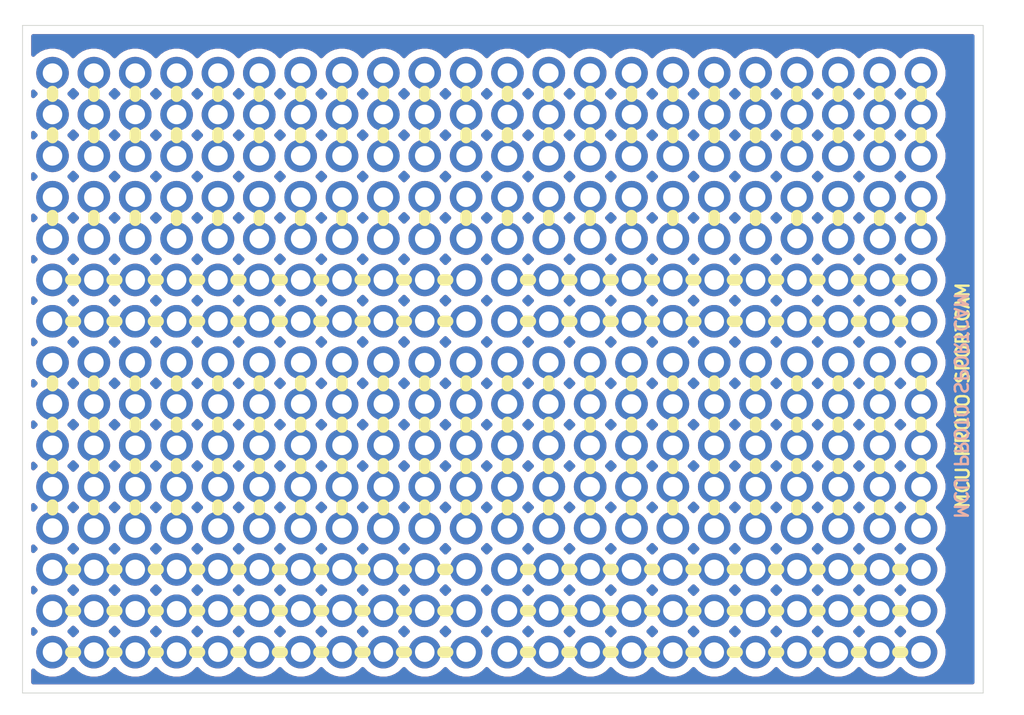
<source format=kicad_pcb>
(kicad_pcb (version 20171130) (host pcbnew 5.1.5+dfsg1-2build2)
  (title_block (title "MCU PROTO SPORTCAM") (company Galopago))
  (layers (0 F.Cu signal) (31 B.Cu signal) (34 B.Paste user) (35 F.Paste user) (36 B.SilkS user) (37 F.SilkS user) (38 B.Mask user) (39 F.Mask user) (44 Edge.Cuts user))
  (net 0 "")
  (module Connector_Wire:SolderWirePad_1x01_Drill0.8mm (layer F.Cu) (at 127.2413 135.95)
    (fp_text reference REF** hide)
    (fp_text value SolderWirePad_1x01_Drill0.8mm hide)
    (pad 1 thru_hole circle (at 0 0) (size 2 2) (drill 1.2) (layers *.Cu *.Mask))
  )
  (module Connector_Wire:SolderWirePad_1x01_Drill0.8mm (layer F.Cu) (at 124.7013 135.95)
    (fp_text reference REF** hide)
    (fp_text value SolderWirePad_1x01_Drill0.8mm hide)
    (pad 1 thru_hole circle (at 0 0) (size 2 2) (drill 1.2) (layers *.Cu *.Mask))
  )
  (module Connector_Wire:SolderWirePad_1x01_Drill0.8mm (layer F.Cu) (at 122.1613 135.95)
    (fp_text reference REF** hide)
    (fp_text value SolderWirePad_1x01_Drill0.8mm hide)
    (pad 1 thru_hole circle (at 0 0) (size 2 2) (drill 1.2) (layers *.Cu *.Mask))
  )
  (module Connector_Wire:SolderWirePad_1x01_Drill0.8mm (layer F.Cu) (at 119.6213 135.95)
    (fp_text reference REF** hide)
    (fp_text value SolderWirePad_1x01_Drill0.8mm hide)
    (pad 1 thru_hole circle (at 0 0) (size 2 2) (drill 1.2) (layers *.Cu *.Mask))
  )
  (module Connector_Wire:SolderWirePad_1x01_Drill0.8mm (layer F.Cu) (at 117.0813 135.95)
    (fp_text reference REF** hide)
    (fp_text value SolderWirePad_1x01_Drill0.8mm hide)
    (pad 1 thru_hole circle (at 0 0) (size 2 2) (drill 1.2) (layers *.Cu *.Mask))
  )
  (module Connector_Wire:SolderWirePad_1x01_Drill0.8mm (layer F.Cu) (at 114.5413 135.95)
    (fp_text reference REF** hide)
    (fp_text value SolderWirePad_1x01_Drill0.8mm hide)
    (pad 1 thru_hole circle (at 0 0) (size 2 2) (drill 1.2) (layers *.Cu *.Mask))
  )
  (module Connector_Wire:SolderWirePad_1x01_Drill0.8mm (layer F.Cu) (at 112.0013 135.95)
    (fp_text reference REF** hide)
    (fp_text value SolderWirePad_1x01_Drill0.8mm hide)
    (pad 1 thru_hole circle (at 0 0) (size 2 2) (drill 1.2) (layers *.Cu *.Mask))
  )
  (module Connector_Wire:SolderWirePad_1x01_Drill0.8mm (layer F.Cu) (at 109.4613 135.95)
    (fp_text reference REF** hide)
    (fp_text value SolderWirePad_1x01_Drill0.8mm hide)
    (pad 1 thru_hole circle (at 0 0) (size 2 2) (drill 1.2) (layers *.Cu *.Mask))
  )
  (module Connector_Wire:SolderWirePad_1x01_Drill0.8mm (layer F.Cu) (at 106.9213 135.95)
    (fp_text reference REF** hide)
    (fp_text value SolderWirePad_1x01_Drill0.8mm hide)
    (pad 1 thru_hole circle (at 0 0) (size 2 2) (drill 1.2) (layers *.Cu *.Mask))
  )
  (module Connector_Wire:SolderWirePad_1x01_Drill0.8mm (layer F.Cu) (at 104.3813 135.95)
    (fp_text reference REF** hide)
    (fp_text value SolderWirePad_1x01_Drill0.8mm hide)
    (pad 1 thru_hole circle (at 0 0) (size 2 2) (drill 1.2) (layers *.Cu *.Mask))
  )
  (module Connector_Wire:SolderWirePad_1x01_Drill0.8mm (layer F.Cu) (at 101.8413 135.95)
    (fp_text reference REF** hide)
    (fp_text value SolderWirePad_1x01_Drill0.8mm hide)
    (pad 1 thru_hole circle (at 0 0) (size 2 2) (drill 1.2) (layers *.Cu *.Mask))
  )
  (module Connector_Wire:SolderWirePad_1x01_Drill0.8mm (layer F.Cu) (at 127.2413 133.41)
    (fp_text reference REF** hide)
    (fp_text value SolderWirePad_1x01_Drill0.8mm hide)
    (pad 1 thru_hole circle (at 0 0) (size 2 2) (drill 1.2) (layers *.Cu *.Mask))
  )
  (module Connector_Wire:SolderWirePad_1x01_Drill0.8mm (layer F.Cu) (at 124.7013 133.41)
    (fp_text reference REF** hide)
    (fp_text value SolderWirePad_1x01_Drill0.8mm hide)
    (pad 1 thru_hole circle (at 0 0) (size 2 2) (drill 1.2) (layers *.Cu *.Mask))
  )
  (module Connector_Wire:SolderWirePad_1x01_Drill0.8mm (layer F.Cu) (at 122.1613 133.41)
    (fp_text reference REF** hide)
    (fp_text value SolderWirePad_1x01_Drill0.8mm hide)
    (pad 1 thru_hole circle (at 0 0) (size 2 2) (drill 1.2) (layers *.Cu *.Mask))
  )
  (module Connector_Wire:SolderWirePad_1x01_Drill0.8mm (layer F.Cu) (at 119.6213 133.41)
    (fp_text reference REF** hide)
    (fp_text value SolderWirePad_1x01_Drill0.8mm hide)
    (pad 1 thru_hole circle (at 0 0) (size 2 2) (drill 1.2) (layers *.Cu *.Mask))
  )
  (module Connector_Wire:SolderWirePad_1x01_Drill0.8mm (layer F.Cu) (at 117.0813 133.41)
    (fp_text reference REF** hide)
    (fp_text value SolderWirePad_1x01_Drill0.8mm hide)
    (pad 1 thru_hole circle (at 0 0) (size 2 2) (drill 1.2) (layers *.Cu *.Mask))
  )
  (module Connector_Wire:SolderWirePad_1x01_Drill0.8mm (layer F.Cu) (at 114.5413 133.41)
    (fp_text reference REF** hide)
    (fp_text value SolderWirePad_1x01_Drill0.8mm hide)
    (pad 1 thru_hole circle (at 0 0) (size 2 2) (drill 1.2) (layers *.Cu *.Mask))
  )
  (module Connector_Wire:SolderWirePad_1x01_Drill0.8mm (layer F.Cu) (at 112.0013 133.41)
    (fp_text reference REF** hide)
    (fp_text value SolderWirePad_1x01_Drill0.8mm hide)
    (pad 1 thru_hole circle (at 0 0) (size 2 2) (drill 1.2) (layers *.Cu *.Mask))
  )
  (module Connector_Wire:SolderWirePad_1x01_Drill0.8mm (layer F.Cu) (at 109.4613 133.41)
    (fp_text reference REF** hide)
    (fp_text value SolderWirePad_1x01_Drill0.8mm hide)
    (pad 1 thru_hole circle (at 0 0) (size 2 2) (drill 1.2) (layers *.Cu *.Mask))
  )
  (module Connector_Wire:SolderWirePad_1x01_Drill0.8mm (layer F.Cu) (at 106.9213 133.41)
    (fp_text reference REF** hide)
    (fp_text value SolderWirePad_1x01_Drill0.8mm hide)
    (pad 1 thru_hole circle (at 0 0) (size 2 2) (drill 1.2) (layers *.Cu *.Mask))
  )
  (module Connector_Wire:SolderWirePad_1x01_Drill0.8mm (layer F.Cu) (at 104.3813 133.41)
    (fp_text reference REF** hide)
    (fp_text value SolderWirePad_1x01_Drill0.8mm hide)
    (pad 1 thru_hole circle (at 0 0) (size 2 2) (drill 1.2) (layers *.Cu *.Mask))
  )
  (module Connector_Wire:SolderWirePad_1x01_Drill0.8mm (layer F.Cu) (at 101.8413 133.41)
    (fp_text reference REF** hide)
    (fp_text value SolderWirePad_1x01_Drill0.8mm hide)
    (pad 1 thru_hole circle (at 0 0) (size 2 2) (drill 1.2) (layers *.Cu *.Mask))
  )
  (module Connector_Wire:SolderWirePad_1x01_Drill0.8mm (layer F.Cu) (at 127.2413 130.87)
    (fp_text reference REF** hide)
    (fp_text value SolderWirePad_1x01_Drill0.8mm hide)
    (pad 1 thru_hole circle (at 0 0) (size 2 2) (drill 1.2) (layers *.Cu *.Mask))
  )
  (module Connector_Wire:SolderWirePad_1x01_Drill0.8mm (layer F.Cu) (at 124.7013 130.87)
    (fp_text reference REF** hide)
    (fp_text value SolderWirePad_1x01_Drill0.8mm hide)
    (pad 1 thru_hole circle (at 0 0) (size 2 2) (drill 1.2) (layers *.Cu *.Mask))
  )
  (module Connector_Wire:SolderWirePad_1x01_Drill0.8mm (layer F.Cu) (at 122.1613 130.87)
    (fp_text reference REF** hide)
    (fp_text value SolderWirePad_1x01_Drill0.8mm hide)
    (pad 1 thru_hole circle (at 0 0) (size 2 2) (drill 1.2) (layers *.Cu *.Mask))
  )
  (module Connector_Wire:SolderWirePad_1x01_Drill0.8mm (layer F.Cu) (at 119.6213 130.87)
    (fp_text reference REF** hide)
    (fp_text value SolderWirePad_1x01_Drill0.8mm hide)
    (pad 1 thru_hole circle (at 0 0) (size 2 2) (drill 1.2) (layers *.Cu *.Mask))
  )
  (module Connector_Wire:SolderWirePad_1x01_Drill0.8mm (layer F.Cu) (at 117.0813 130.87)
    (fp_text reference REF** hide)
    (fp_text value SolderWirePad_1x01_Drill0.8mm hide)
    (pad 1 thru_hole circle (at 0 0) (size 2 2) (drill 1.2) (layers *.Cu *.Mask))
  )
  (module Connector_Wire:SolderWirePad_1x01_Drill0.8mm (layer F.Cu) (at 114.5413 130.87)
    (fp_text reference REF** hide)
    (fp_text value SolderWirePad_1x01_Drill0.8mm hide)
    (pad 1 thru_hole circle (at 0 0) (size 2 2) (drill 1.2) (layers *.Cu *.Mask))
  )
  (module Connector_Wire:SolderWirePad_1x01_Drill0.8mm (layer F.Cu) (at 112.0013 130.87)
    (fp_text reference REF** hide)
    (fp_text value SolderWirePad_1x01_Drill0.8mm hide)
    (pad 1 thru_hole circle (at 0 0) (size 2 2) (drill 1.2) (layers *.Cu *.Mask))
  )
  (module Connector_Wire:SolderWirePad_1x01_Drill0.8mm (layer F.Cu) (at 109.4613 130.87)
    (fp_text reference REF** hide)
    (fp_text value SolderWirePad_1x01_Drill0.8mm hide)
    (pad 1 thru_hole circle (at 0 0) (size 2 2) (drill 1.2) (layers *.Cu *.Mask))
  )
  (module Connector_Wire:SolderWirePad_1x01_Drill0.8mm (layer F.Cu) (at 106.9213 130.87)
    (fp_text reference REF** hide)
    (fp_text value SolderWirePad_1x01_Drill0.8mm hide)
    (pad 1 thru_hole circle (at 0 0) (size 2 2) (drill 1.2) (layers *.Cu *.Mask))
  )
  (module Connector_Wire:SolderWirePad_1x01_Drill0.8mm (layer F.Cu) (at 104.3813 130.87)
    (fp_text reference REF** hide)
    (fp_text value SolderWirePad_1x01_Drill0.8mm hide)
    (pad 1 thru_hole circle (at 0 0) (size 2 2) (drill 1.2) (layers *.Cu *.Mask))
  )
  (module Connector_Wire:SolderWirePad_1x01_Drill0.8mm (layer F.Cu) (at 101.8413 130.87)
    (fp_text reference REF** hide)
    (fp_text value SolderWirePad_1x01_Drill0.8mm hide)
    (pad 1 thru_hole circle (at 0 0) (size 2 2) (drill 1.2) (layers *.Cu *.Mask))
  )
  (module Connector_Wire:SolderWirePad_1x01_Drill0.8mm (layer F.Cu) (at 127.2413 128.33)
    (fp_text reference REF** hide)
    (fp_text value SolderWirePad_1x01_Drill0.8mm hide)
    (pad 1 thru_hole circle (at 0 0) (size 2 2) (drill 1.2) (layers *.Cu *.Mask))
  )
  (module Connector_Wire:SolderWirePad_1x01_Drill0.8mm (layer F.Cu) (at 124.7013 128.33)
    (fp_text reference REF** hide)
    (fp_text value SolderWirePad_1x01_Drill0.8mm hide)
    (pad 1 thru_hole circle (at 0 0) (size 2 2) (drill 1.2) (layers *.Cu *.Mask))
  )
  (module Connector_Wire:SolderWirePad_1x01_Drill0.8mm (layer F.Cu) (at 122.1613 128.33)
    (fp_text reference REF** hide)
    (fp_text value SolderWirePad_1x01_Drill0.8mm hide)
    (pad 1 thru_hole circle (at 0 0) (size 2 2) (drill 1.2) (layers *.Cu *.Mask))
  )
  (module Connector_Wire:SolderWirePad_1x01_Drill0.8mm (layer F.Cu) (at 119.6213 128.33)
    (fp_text reference REF** hide)
    (fp_text value SolderWirePad_1x01_Drill0.8mm hide)
    (pad 1 thru_hole circle (at 0 0) (size 2 2) (drill 1.2) (layers *.Cu *.Mask))
  )
  (module Connector_Wire:SolderWirePad_1x01_Drill0.8mm (layer F.Cu) (at 117.0813 128.33)
    (fp_text reference REF** hide)
    (fp_text value SolderWirePad_1x01_Drill0.8mm hide)
    (pad 1 thru_hole circle (at 0 0) (size 2 2) (drill 1.2) (layers *.Cu *.Mask))
  )
  (module Connector_Wire:SolderWirePad_1x01_Drill0.8mm (layer F.Cu) (at 114.5413 128.33)
    (fp_text reference REF** hide)
    (fp_text value SolderWirePad_1x01_Drill0.8mm hide)
    (pad 1 thru_hole circle (at 0 0) (size 2 2) (drill 1.2) (layers *.Cu *.Mask))
  )
  (module Connector_Wire:SolderWirePad_1x01_Drill0.8mm (layer F.Cu) (at 112.0013 128.33)
    (fp_text reference REF** hide)
    (fp_text value SolderWirePad_1x01_Drill0.8mm hide)
    (pad 1 thru_hole circle (at 0 0) (size 2 2) (drill 1.2) (layers *.Cu *.Mask))
  )
  (module Connector_Wire:SolderWirePad_1x01_Drill0.8mm (layer F.Cu) (at 109.4613 128.33)
    (fp_text reference REF** hide)
    (fp_text value SolderWirePad_1x01_Drill0.8mm hide)
    (pad 1 thru_hole circle (at 0 0) (size 2 2) (drill 1.2) (layers *.Cu *.Mask))
  )
  (module Connector_Wire:SolderWirePad_1x01_Drill0.8mm (layer F.Cu) (at 106.9213 128.33)
    (fp_text reference REF** hide)
    (fp_text value SolderWirePad_1x01_Drill0.8mm hide)
    (pad 1 thru_hole circle (at 0 0) (size 2 2) (drill 1.2) (layers *.Cu *.Mask))
  )
  (module Connector_Wire:SolderWirePad_1x01_Drill0.8mm (layer F.Cu) (at 104.3813 128.33)
    (fp_text reference REF** hide)
    (fp_text value SolderWirePad_1x01_Drill0.8mm hide)
    (pad 1 thru_hole circle (at 0 0) (size 2 2) (drill 1.2) (layers *.Cu *.Mask))
  )
  (module Connector_Wire:SolderWirePad_1x01_Drill0.8mm (layer F.Cu) (at 101.8413 128.33)
    (fp_text reference REF** hide)
    (fp_text value SolderWirePad_1x01_Drill0.8mm hide)
    (pad 1 thru_hole circle (at 0 0) (size 2 2) (drill 1.2) (layers *.Cu *.Mask))
  )
  (module Connector_Wire:SolderWirePad_1x01_Drill0.8mm (layer F.Cu) (at 127.2413 125.79)
    (fp_text reference REF** hide)
    (fp_text value SolderWirePad_1x01_Drill0.8mm hide)
    (pad 1 thru_hole circle (at 0 0) (size 2 2) (drill 1.2) (layers *.Cu *.Mask))
  )
  (module Connector_Wire:SolderWirePad_1x01_Drill0.8mm (layer F.Cu) (at 124.7013 125.79)
    (fp_text reference REF** hide)
    (fp_text value SolderWirePad_1x01_Drill0.8mm hide)
    (pad 1 thru_hole circle (at 0 0) (size 2 2) (drill 1.2) (layers *.Cu *.Mask))
  )
  (module Connector_Wire:SolderWirePad_1x01_Drill0.8mm (layer F.Cu) (at 122.1613 125.79)
    (fp_text reference REF** hide)
    (fp_text value SolderWirePad_1x01_Drill0.8mm hide)
    (pad 1 thru_hole circle (at 0 0) (size 2 2) (drill 1.2) (layers *.Cu *.Mask))
  )
  (module Connector_Wire:SolderWirePad_1x01_Drill0.8mm (layer F.Cu) (at 119.6213 125.79)
    (fp_text reference REF** hide)
    (fp_text value SolderWirePad_1x01_Drill0.8mm hide)
    (pad 1 thru_hole circle (at 0 0) (size 2 2) (drill 1.2) (layers *.Cu *.Mask))
  )
  (module Connector_Wire:SolderWirePad_1x01_Drill0.8mm (layer F.Cu) (at 117.0813 125.79)
    (fp_text reference REF** hide)
    (fp_text value SolderWirePad_1x01_Drill0.8mm hide)
    (pad 1 thru_hole circle (at 0 0) (size 2 2) (drill 1.2) (layers *.Cu *.Mask))
  )
  (module Connector_Wire:SolderWirePad_1x01_Drill0.8mm (layer F.Cu) (at 114.5413 125.79)
    (fp_text reference REF** hide)
    (fp_text value SolderWirePad_1x01_Drill0.8mm hide)
    (pad 1 thru_hole circle (at 0 0) (size 2 2) (drill 1.2) (layers *.Cu *.Mask))
  )
  (module Connector_Wire:SolderWirePad_1x01_Drill0.8mm (layer F.Cu) (at 112.0013 125.79)
    (fp_text reference REF** hide)
    (fp_text value SolderWirePad_1x01_Drill0.8mm hide)
    (pad 1 thru_hole circle (at 0 0) (size 2 2) (drill 1.2) (layers *.Cu *.Mask))
  )
  (module Connector_Wire:SolderWirePad_1x01_Drill0.8mm (layer F.Cu) (at 109.4613 125.79)
    (fp_text reference REF** hide)
    (fp_text value SolderWirePad_1x01_Drill0.8mm hide)
    (pad 1 thru_hole circle (at 0 0) (size 2 2) (drill 1.2) (layers *.Cu *.Mask))
  )
  (module Connector_Wire:SolderWirePad_1x01_Drill0.8mm (layer F.Cu) (at 106.9213 125.79)
    (fp_text reference REF** hide)
    (fp_text value SolderWirePad_1x01_Drill0.8mm hide)
    (pad 1 thru_hole circle (at 0 0) (size 2 2) (drill 1.2) (layers *.Cu *.Mask))
  )
  (module Connector_Wire:SolderWirePad_1x01_Drill0.8mm (layer F.Cu) (at 104.3813 125.79)
    (fp_text reference REF** hide)
    (fp_text value SolderWirePad_1x01_Drill0.8mm hide)
    (pad 1 thru_hole circle (at 0 0) (size 2 2) (drill 1.2) (layers *.Cu *.Mask))
  )
  (module Connector_Wire:SolderWirePad_1x01_Drill0.8mm (layer F.Cu) (at 101.8413 125.79)
    (fp_text reference REF** hide)
    (fp_text value SolderWirePad_1x01_Drill0.8mm hide)
    (pad 1 thru_hole circle (at 0 0) (size 2 2) (drill 1.2) (layers *.Cu *.Mask))
  )
  (module Connector_Wire:SolderWirePad_1x01_Drill0.8mm (layer F.Cu) (at 127.2413 123.25)
    (fp_text reference REF** hide)
    (fp_text value SolderWirePad_1x01_Drill0.8mm hide)
    (pad 1 thru_hole circle (at 0 0) (size 2 2) (drill 1.2) (layers *.Cu *.Mask))
  )
  (module Connector_Wire:SolderWirePad_1x01_Drill0.8mm (layer F.Cu) (at 124.7013 123.25)
    (fp_text reference REF** hide)
    (fp_text value SolderWirePad_1x01_Drill0.8mm hide)
    (pad 1 thru_hole circle (at 0 0) (size 2 2) (drill 1.2) (layers *.Cu *.Mask))
  )
  (module Connector_Wire:SolderWirePad_1x01_Drill0.8mm (layer F.Cu) (at 122.1613 123.25)
    (fp_text reference REF** hide)
    (fp_text value SolderWirePad_1x01_Drill0.8mm hide)
    (pad 1 thru_hole circle (at 0 0) (size 2 2) (drill 1.2) (layers *.Cu *.Mask))
  )
  (module Connector_Wire:SolderWirePad_1x01_Drill0.8mm (layer F.Cu) (at 119.6213 123.25)
    (fp_text reference REF** hide)
    (fp_text value SolderWirePad_1x01_Drill0.8mm hide)
    (pad 1 thru_hole circle (at 0 0) (size 2 2) (drill 1.2) (layers *.Cu *.Mask))
  )
  (module Connector_Wire:SolderWirePad_1x01_Drill0.8mm (layer F.Cu) (at 117.0813 123.25)
    (fp_text reference REF** hide)
    (fp_text value SolderWirePad_1x01_Drill0.8mm hide)
    (pad 1 thru_hole circle (at 0 0) (size 2 2) (drill 1.2) (layers *.Cu *.Mask))
  )
  (module Connector_Wire:SolderWirePad_1x01_Drill0.8mm (layer F.Cu) (at 114.5413 123.25)
    (fp_text reference REF** hide)
    (fp_text value SolderWirePad_1x01_Drill0.8mm hide)
    (pad 1 thru_hole circle (at 0 0) (size 2 2) (drill 1.2) (layers *.Cu *.Mask))
  )
  (module Connector_Wire:SolderWirePad_1x01_Drill0.8mm (layer F.Cu) (at 112.0013 123.25)
    (fp_text reference REF** hide)
    (fp_text value SolderWirePad_1x01_Drill0.8mm hide)
    (pad 1 thru_hole circle (at 0 0) (size 2 2) (drill 1.2) (layers *.Cu *.Mask))
  )
  (module Connector_Wire:SolderWirePad_1x01_Drill0.8mm (layer F.Cu) (at 109.4613 123.25)
    (fp_text reference REF** hide)
    (fp_text value SolderWirePad_1x01_Drill0.8mm hide)
    (pad 1 thru_hole circle (at 0 0) (size 2 2) (drill 1.2) (layers *.Cu *.Mask))
  )
  (module Connector_Wire:SolderWirePad_1x01_Drill0.8mm (layer F.Cu) (at 106.9213 123.25)
    (fp_text reference REF** hide)
    (fp_text value SolderWirePad_1x01_Drill0.8mm hide)
    (pad 1 thru_hole circle (at 0 0) (size 2 2) (drill 1.2) (layers *.Cu *.Mask))
  )
  (module Connector_Wire:SolderWirePad_1x01_Drill0.8mm (layer F.Cu) (at 104.3813 123.25)
    (fp_text reference REF** hide)
    (fp_text value SolderWirePad_1x01_Drill0.8mm hide)
    (pad 1 thru_hole circle (at 0 0) (size 2 2) (drill 1.2) (layers *.Cu *.Mask))
  )
  (module Connector_Wire:SolderWirePad_1x01_Drill0.8mm (layer F.Cu) (at 101.8413 123.25)
    (fp_text reference REF** hide)
    (fp_text value SolderWirePad_1x01_Drill0.8mm hide)
    (pad 1 thru_hole circle (at 0 0) (size 2 2) (drill 1.2) (layers *.Cu *.Mask))
  )
  (module Connector_Wire:SolderWirePad_1x01_Drill0.8mm (layer F.Cu) (at 127.2413 120.71)
    (fp_text reference REF** hide)
    (fp_text value SolderWirePad_1x01_Drill0.8mm hide)
    (pad 1 thru_hole circle (at 0 0) (size 2 2) (drill 1.2) (layers *.Cu *.Mask))
  )
  (module Connector_Wire:SolderWirePad_1x01_Drill0.8mm (layer F.Cu) (at 124.7013 120.71)
    (fp_text reference REF** hide)
    (fp_text value SolderWirePad_1x01_Drill0.8mm hide)
    (pad 1 thru_hole circle (at 0 0) (size 2 2) (drill 1.2) (layers *.Cu *.Mask))
  )
  (module Connector_Wire:SolderWirePad_1x01_Drill0.8mm (layer F.Cu) (at 122.1613 120.71)
    (fp_text reference REF** hide)
    (fp_text value SolderWirePad_1x01_Drill0.8mm hide)
    (pad 1 thru_hole circle (at 0 0) (size 2 2) (drill 1.2) (layers *.Cu *.Mask))
  )
  (module Connector_Wire:SolderWirePad_1x01_Drill0.8mm (layer F.Cu) (at 119.6213 120.71)
    (fp_text reference REF** hide)
    (fp_text value SolderWirePad_1x01_Drill0.8mm hide)
    (pad 1 thru_hole circle (at 0 0) (size 2 2) (drill 1.2) (layers *.Cu *.Mask))
  )
  (module Connector_Wire:SolderWirePad_1x01_Drill0.8mm (layer F.Cu) (at 117.0813 120.71)
    (fp_text reference REF** hide)
    (fp_text value SolderWirePad_1x01_Drill0.8mm hide)
    (pad 1 thru_hole circle (at 0 0) (size 2 2) (drill 1.2) (layers *.Cu *.Mask))
  )
  (module Connector_Wire:SolderWirePad_1x01_Drill0.8mm (layer F.Cu) (at 114.5413 120.71)
    (fp_text reference REF** hide)
    (fp_text value SolderWirePad_1x01_Drill0.8mm hide)
    (pad 1 thru_hole circle (at 0 0) (size 2 2) (drill 1.2) (layers *.Cu *.Mask))
  )
  (module Connector_Wire:SolderWirePad_1x01_Drill0.8mm (layer F.Cu) (at 112.0013 120.71)
    (fp_text reference REF** hide)
    (fp_text value SolderWirePad_1x01_Drill0.8mm hide)
    (pad 1 thru_hole circle (at 0 0) (size 2 2) (drill 1.2) (layers *.Cu *.Mask))
  )
  (module Connector_Wire:SolderWirePad_1x01_Drill0.8mm (layer F.Cu) (at 109.4613 120.71)
    (fp_text reference REF** hide)
    (fp_text value SolderWirePad_1x01_Drill0.8mm hide)
    (pad 1 thru_hole circle (at 0 0) (size 2 2) (drill 1.2) (layers *.Cu *.Mask))
  )
  (module Connector_Wire:SolderWirePad_1x01_Drill0.8mm (layer F.Cu) (at 106.9213 120.71)
    (fp_text reference REF** hide)
    (fp_text value SolderWirePad_1x01_Drill0.8mm hide)
    (pad 1 thru_hole circle (at 0 0) (size 2 2) (drill 1.2) (layers *.Cu *.Mask))
  )
  (module Connector_Wire:SolderWirePad_1x01_Drill0.8mm (layer F.Cu) (at 104.3813 120.71)
    (fp_text reference REF** hide)
    (fp_text value SolderWirePad_1x01_Drill0.8mm hide)
    (pad 1 thru_hole circle (at 0 0) (size 2 2) (drill 1.2) (layers *.Cu *.Mask))
  )
  (module Connector_Wire:SolderWirePad_1x01_Drill0.8mm (layer F.Cu) (at 101.8413 120.71)
    (fp_text reference REF** hide)
    (fp_text value SolderWirePad_1x01_Drill0.8mm hide)
    (pad 1 thru_hole circle (at 0 0) (size 2 2) (drill 1.2) (layers *.Cu *.Mask))
  )
  (module Connector_Wire:SolderWirePad_1x01_Drill0.8mm (layer F.Cu) (at 127.2413 118.17)
    (fp_text reference REF** hide)
    (fp_text value SolderWirePad_1x01_Drill0.8mm hide)
    (pad 1 thru_hole circle (at 0 0) (size 2 2) (drill 1.2) (layers *.Cu *.Mask))
  )
  (module Connector_Wire:SolderWirePad_1x01_Drill0.8mm (layer F.Cu) (at 124.7013 118.17)
    (fp_text reference REF** hide)
    (fp_text value SolderWirePad_1x01_Drill0.8mm hide)
    (pad 1 thru_hole circle (at 0 0) (size 2 2) (drill 1.2) (layers *.Cu *.Mask))
  )
  (module Connector_Wire:SolderWirePad_1x01_Drill0.8mm (layer F.Cu) (at 122.1613 118.17)
    (fp_text reference REF** hide)
    (fp_text value SolderWirePad_1x01_Drill0.8mm hide)
    (pad 1 thru_hole circle (at 0 0) (size 2 2) (drill 1.2) (layers *.Cu *.Mask))
  )
  (module Connector_Wire:SolderWirePad_1x01_Drill0.8mm (layer F.Cu) (at 119.6213 118.17)
    (fp_text reference REF** hide)
    (fp_text value SolderWirePad_1x01_Drill0.8mm hide)
    (pad 1 thru_hole circle (at 0 0) (size 2 2) (drill 1.2) (layers *.Cu *.Mask))
  )
  (module Connector_Wire:SolderWirePad_1x01_Drill0.8mm (layer F.Cu) (at 117.0813 118.17)
    (fp_text reference REF** hide)
    (fp_text value SolderWirePad_1x01_Drill0.8mm hide)
    (pad 1 thru_hole circle (at 0 0) (size 2 2) (drill 1.2) (layers *.Cu *.Mask))
  )
  (module Connector_Wire:SolderWirePad_1x01_Drill0.8mm (layer F.Cu) (at 114.5413 118.17)
    (fp_text reference REF** hide)
    (fp_text value SolderWirePad_1x01_Drill0.8mm hide)
    (pad 1 thru_hole circle (at 0 0) (size 2 2) (drill 1.2) (layers *.Cu *.Mask))
  )
  (module Connector_Wire:SolderWirePad_1x01_Drill0.8mm (layer F.Cu) (at 112.0013 118.17)
    (fp_text reference REF** hide)
    (fp_text value SolderWirePad_1x01_Drill0.8mm hide)
    (pad 1 thru_hole circle (at 0 0) (size 2 2) (drill 1.2) (layers *.Cu *.Mask))
  )
  (module Connector_Wire:SolderWirePad_1x01_Drill0.8mm (layer F.Cu) (at 109.4613 118.17)
    (fp_text reference REF** hide)
    (fp_text value SolderWirePad_1x01_Drill0.8mm hide)
    (pad 1 thru_hole circle (at 0 0) (size 2 2) (drill 1.2) (layers *.Cu *.Mask))
  )
  (module Connector_Wire:SolderWirePad_1x01_Drill0.8mm (layer F.Cu) (at 106.9213 118.17)
    (fp_text reference REF** hide)
    (fp_text value SolderWirePad_1x01_Drill0.8mm hide)
    (pad 1 thru_hole circle (at 0 0) (size 2 2) (drill 1.2) (layers *.Cu *.Mask))
  )
  (module Connector_Wire:SolderWirePad_1x01_Drill0.8mm (layer F.Cu) (at 104.3813 118.17)
    (fp_text reference REF** hide)
    (fp_text value SolderWirePad_1x01_Drill0.8mm hide)
    (pad 1 thru_hole circle (at 0 0) (size 2 2) (drill 1.2) (layers *.Cu *.Mask))
  )
  (module Connector_Wire:SolderWirePad_1x01_Drill0.8mm (layer F.Cu) (at 101.8413 118.17)
    (fp_text reference REF** hide)
    (fp_text value SolderWirePad_1x01_Drill0.8mm hide)
    (pad 1 thru_hole circle (at 0 0) (size 2 2) (drill 1.2) (layers *.Cu *.Mask))
  )
  (module Connector_Wire:SolderWirePad_1x01_Drill0.8mm (layer F.Cu) (at 106.9213 138.49)
    (fp_text reference REF** hide)
    (fp_text value SolderWirePad_1x01_Drill0.8mm hide)
    (pad 1 thru_hole circle (at 0 0) (size 2 2) (drill 1.2) (layers *.Cu *.Mask))
  )
  (module Connector_Wire:SolderWirePad_1x01_Drill0.8mm (layer F.Cu) (at 104.3813 138.49)
    (fp_text reference REF** hide)
    (fp_text value SolderWirePad_1x01_Drill0.8mm hide)
    (pad 1 thru_hole circle (at 0 0) (size 2 2) (drill 1.2) (layers *.Cu *.Mask))
  )
  (module Connector_Wire:SolderWirePad_1x01_Drill0.8mm (layer F.Cu) (at 101.8413 138.49)
    (fp_text reference REF** hide)
    (fp_text value SolderWirePad_1x01_Drill0.8mm hide)
    (pad 1 thru_hole circle (at 0 0) (size 2 2) (drill 1.2) (layers *.Cu *.Mask))
  )
  (module Connector_Wire:SolderWirePad_1x01_Drill0.8mm (layer F.Cu) (at 129.7813 115.63)
    (fp_text reference REF** hide)
    (fp_text value SolderWirePad_1x01_Drill0.8mm hide)
    (pad 1 thru_hole circle (at 0 0) (size 2 2) (drill 1.2) (layers *.Cu *.Mask))
  )
  (module Connector_Wire:SolderWirePad_1x01_Drill0.8mm (layer F.Cu) (at 127.2413 115.63)
    (fp_text reference REF** hide)
    (fp_text value SolderWirePad_1x01_Drill0.8mm hide)
    (pad 1 thru_hole circle (at 0 0) (size 2 2) (drill 1.2) (layers *.Cu *.Mask))
  )
  (module Connector_Wire:SolderWirePad_1x01_Drill0.8mm (layer F.Cu) (at 124.7013 115.63)
    (fp_text reference REF** hide)
    (fp_text value SolderWirePad_1x01_Drill0.8mm hide)
    (pad 1 thru_hole circle (at 0 0) (size 2 2) (drill 1.2) (layers *.Cu *.Mask))
  )
  (module Connector_Wire:SolderWirePad_1x01_Drill0.8mm (layer F.Cu) (at 122.1613 115.63)
    (fp_text reference REF** hide)
    (fp_text value SolderWirePad_1x01_Drill0.8mm hide)
    (pad 1 thru_hole circle (at 0 0) (size 2 2) (drill 1.2) (layers *.Cu *.Mask))
  )
  (module Connector_Wire:SolderWirePad_1x01_Drill0.8mm (layer F.Cu) (at 119.6213 115.63)
    (fp_text reference REF** hide)
    (fp_text value SolderWirePad_1x01_Drill0.8mm hide)
    (pad 1 thru_hole circle (at 0 0) (size 2 2) (drill 1.2) (layers *.Cu *.Mask))
  )
  (module Connector_Wire:SolderWirePad_1x01_Drill0.8mm (layer F.Cu) (at 117.0813 115.63)
    (fp_text reference REF** hide)
    (fp_text value SolderWirePad_1x01_Drill0.8mm hide)
    (pad 1 thru_hole circle (at 0 0) (size 2 2) (drill 1.2) (layers *.Cu *.Mask))
  )
  (module Connector_Wire:SolderWirePad_1x01_Drill0.8mm (layer F.Cu) (at 114.5413 115.63)
    (fp_text reference REF** hide)
    (fp_text value SolderWirePad_1x01_Drill0.8mm hide)
    (pad 1 thru_hole circle (at 0 0) (size 2 2) (drill 1.2) (layers *.Cu *.Mask))
  )
  (module Connector_Wire:SolderWirePad_1x01_Drill0.8mm (layer F.Cu) (at 112.0013 115.63)
    (fp_text reference REF** hide)
    (fp_text value SolderWirePad_1x01_Drill0.8mm hide)
    (pad 1 thru_hole circle (at 0 0) (size 2 2) (drill 1.2) (layers *.Cu *.Mask))
  )
  (module Connector_Wire:SolderWirePad_1x01_Drill0.8mm (layer F.Cu) (at 109.4613 115.63)
    (fp_text reference REF** hide)
    (fp_text value SolderWirePad_1x01_Drill0.8mm hide)
    (pad 1 thru_hole circle (at 0 0) (size 2 2) (drill 1.2) (layers *.Cu *.Mask))
  )
  (module Connector_Wire:SolderWirePad_1x01_Drill0.8mm (layer F.Cu) (at 106.9213 115.63)
    (fp_text reference REF** hide)
    (fp_text value SolderWirePad_1x01_Drill0.8mm hide)
    (pad 1 thru_hole circle (at 0 0) (size 2 2) (drill 1.2) (layers *.Cu *.Mask))
  )
  (module Connector_Wire:SolderWirePad_1x01_Drill0.8mm (layer F.Cu) (at 104.3813 115.63)
    (fp_text reference REF** hide)
    (fp_text value SolderWirePad_1x01_Drill0.8mm hide)
    (pad 1 thru_hole circle (at 0 0) (size 2 2) (drill 1.2) (layers *.Cu *.Mask))
  )
  (module Connector_Wire:SolderWirePad_1x01_Drill0.8mm (layer F.Cu) (at 101.8413 115.63)
    (fp_text reference REF** hide)
    (fp_text value SolderWirePad_1x01_Drill0.8mm hide)
    (pad 1 thru_hole circle (at 0 0) (size 2 2) (drill 1.2) (layers *.Cu *.Mask))
  )
  (module Connector_Wire:SolderWirePad_1x01_Drill0.8mm (layer F.Cu) (at 129.7813 113.09)
    (fp_text reference REF** hide)
    (fp_text value SolderWirePad_1x01_Drill0.8mm hide)
    (pad 1 thru_hole circle (at 0 0) (size 2 2) (drill 1.2) (layers *.Cu *.Mask))
  )
  (module Connector_Wire:SolderWirePad_1x01_Drill0.8mm (layer F.Cu) (at 127.2413 113.09)
    (fp_text reference REF** hide)
    (fp_text value SolderWirePad_1x01_Drill0.8mm hide)
    (pad 1 thru_hole circle (at 0 0) (size 2 2) (drill 1.2) (layers *.Cu *.Mask))
  )
  (module Connector_Wire:SolderWirePad_1x01_Drill0.8mm (layer F.Cu) (at 124.7013 113.09)
    (fp_text reference REF** hide)
    (fp_text value SolderWirePad_1x01_Drill0.8mm hide)
    (pad 1 thru_hole circle (at 0 0) (size 2 2) (drill 1.2) (layers *.Cu *.Mask))
  )
  (module Connector_Wire:SolderWirePad_1x01_Drill0.8mm (layer F.Cu) (at 122.1613 113.09)
    (fp_text reference REF** hide)
    (fp_text value SolderWirePad_1x01_Drill0.8mm hide)
    (pad 1 thru_hole circle (at 0 0) (size 2 2) (drill 1.2) (layers *.Cu *.Mask))
  )
  (module Connector_Wire:SolderWirePad_1x01_Drill0.8mm (layer F.Cu) (at 119.6213 113.09)
    (fp_text reference REF** hide)
    (fp_text value SolderWirePad_1x01_Drill0.8mm hide)
    (pad 1 thru_hole circle (at 0 0) (size 2 2) (drill 1.2) (layers *.Cu *.Mask))
  )
  (module Connector_Wire:SolderWirePad_1x01_Drill0.8mm (layer F.Cu) (at 117.0813 113.09)
    (fp_text reference REF** hide)
    (fp_text value SolderWirePad_1x01_Drill0.8mm hide)
    (pad 1 thru_hole circle (at 0 0) (size 2 2) (drill 1.2) (layers *.Cu *.Mask))
  )
  (module Connector_Wire:SolderWirePad_1x01_Drill0.8mm (layer F.Cu) (at 114.5413 113.09)
    (fp_text reference REF** hide)
    (fp_text value SolderWirePad_1x01_Drill0.8mm hide)
    (pad 1 thru_hole circle (at 0 0) (size 2 2) (drill 1.2) (layers *.Cu *.Mask))
  )
  (module Connector_Wire:SolderWirePad_1x01_Drill0.8mm (layer F.Cu) (at 112.0013 113.09)
    (fp_text reference REF** hide)
    (fp_text value SolderWirePad_1x01_Drill0.8mm hide)
    (pad 1 thru_hole circle (at 0 0) (size 2 2) (drill 1.2) (layers *.Cu *.Mask))
  )
  (module Connector_Wire:SolderWirePad_1x01_Drill0.8mm (layer F.Cu) (at 109.4613 113.09)
    (fp_text reference REF** hide)
    (fp_text value SolderWirePad_1x01_Drill0.8mm hide)
    (pad 1 thru_hole circle (at 0 0) (size 2 2) (drill 1.2) (layers *.Cu *.Mask))
  )
  (module Connector_Wire:SolderWirePad_1x01_Drill0.8mm (layer F.Cu) (at 106.9213 113.09)
    (fp_text reference REF** hide)
    (fp_text value SolderWirePad_1x01_Drill0.8mm hide)
    (pad 1 thru_hole circle (at 0 0) (size 2 2) (drill 1.2) (layers *.Cu *.Mask))
  )
  (module Connector_Wire:SolderWirePad_1x01_Drill0.8mm (layer F.Cu) (at 104.3813 113.09)
    (fp_text reference REF** hide)
    (fp_text value SolderWirePad_1x01_Drill0.8mm hide)
    (pad 1 thru_hole circle (at 0 0) (size 2 2) (drill 1.2) (layers *.Cu *.Mask))
  )
  (module Connector_Wire:SolderWirePad_1x01_Drill0.8mm (layer F.Cu) (at 101.8413 113.09)
    (fp_text reference REF** hide)
    (fp_text value SolderWirePad_1x01_Drill0.8mm hide)
    (pad 1 thru_hole circle (at 0 0) (size 2 2) (drill 1.2) (layers *.Cu *.Mask))
  )
  (module Connector_Wire:SolderWirePad_1x01_Drill0.8mm (layer F.Cu) (at 129.7813 110.55)
    (fp_text reference REF** hide)
    (fp_text value SolderWirePad_1x01_Drill0.8mm hide)
    (pad 1 thru_hole circle (at 0 0) (size 2 2) (drill 1.2) (layers *.Cu *.Mask))
  )
  (module Connector_Wire:SolderWirePad_1x01_Drill0.8mm (layer F.Cu) (at 127.2413 110.55)
    (fp_text reference REF** hide)
    (fp_text value SolderWirePad_1x01_Drill0.8mm hide)
    (pad 1 thru_hole circle (at 0 0) (size 2 2) (drill 1.2) (layers *.Cu *.Mask))
  )
  (module Connector_Wire:SolderWirePad_1x01_Drill0.8mm (layer F.Cu) (at 124.7013 110.55)
    (fp_text reference REF** hide)
    (fp_text value SolderWirePad_1x01_Drill0.8mm hide)
    (pad 1 thru_hole circle (at 0 0) (size 2 2) (drill 1.2) (layers *.Cu *.Mask))
  )
  (module Connector_Wire:SolderWirePad_1x01_Drill0.8mm (layer F.Cu) (at 122.1613 110.55)
    (fp_text reference REF** hide)
    (fp_text value SolderWirePad_1x01_Drill0.8mm hide)
    (pad 1 thru_hole circle (at 0 0) (size 2 2) (drill 1.2) (layers *.Cu *.Mask))
  )
  (module Connector_Wire:SolderWirePad_1x01_Drill0.8mm (layer F.Cu) (at 119.6213 110.55)
    (fp_text reference REF** hide)
    (fp_text value SolderWirePad_1x01_Drill0.8mm hide)
    (pad 1 thru_hole circle (at 0 0) (size 2 2) (drill 1.2) (layers *.Cu *.Mask))
  )
  (module Connector_Wire:SolderWirePad_1x01_Drill0.8mm (layer F.Cu) (at 117.0813 110.55)
    (fp_text reference REF** hide)
    (fp_text value SolderWirePad_1x01_Drill0.8mm hide)
    (pad 1 thru_hole circle (at 0 0) (size 2 2) (drill 1.2) (layers *.Cu *.Mask))
  )
  (module Connector_Wire:SolderWirePad_1x01_Drill0.8mm (layer F.Cu) (at 114.5413 110.55)
    (fp_text reference REF** hide)
    (fp_text value SolderWirePad_1x01_Drill0.8mm hide)
    (pad 1 thru_hole circle (at 0 0) (size 2 2) (drill 1.2) (layers *.Cu *.Mask))
  )
  (module Connector_Wire:SolderWirePad_1x01_Drill0.8mm (layer F.Cu) (at 112.0013 110.55)
    (fp_text reference REF** hide)
    (fp_text value SolderWirePad_1x01_Drill0.8mm hide)
    (pad 1 thru_hole circle (at 0 0) (size 2 2) (drill 1.2) (layers *.Cu *.Mask))
  )
  (module Connector_Wire:SolderWirePad_1x01_Drill0.8mm (layer F.Cu) (at 109.4613 110.55)
    (fp_text reference REF** hide)
    (fp_text value SolderWirePad_1x01_Drill0.8mm hide)
    (pad 1 thru_hole circle (at 0 0) (size 2 2) (drill 1.2) (layers *.Cu *.Mask))
  )
  (module Connector_Wire:SolderWirePad_1x01_Drill0.8mm (layer F.Cu) (at 106.9213 110.55)
    (fp_text reference REF** hide)
    (fp_text value SolderWirePad_1x01_Drill0.8mm hide)
    (pad 1 thru_hole circle (at 0 0) (size 2 2) (drill 1.2) (layers *.Cu *.Mask))
  )
  (module Connector_Wire:SolderWirePad_1x01_Drill0.8mm (layer F.Cu) (at 104.3813 110.55)
    (fp_text reference REF** hide)
    (fp_text value SolderWirePad_1x01_Drill0.8mm hide)
    (pad 1 thru_hole circle (at 0 0) (size 2 2) (drill 1.2) (layers *.Cu *.Mask))
  )
  (module Connector_Wire:SolderWirePad_1x01_Drill0.8mm (layer F.Cu) (at 101.8413 110.55)
    (fp_text reference REF** hide)
    (fp_text value SolderWirePad_1x01_Drill0.8mm hide)
    (pad 1 thru_hole circle (at 0 0) (size 2 2) (drill 1.2) (layers *.Cu *.Mask))
  )
  (module Connector_Wire:SolderWirePad_1x01_Drill0.8mm (layer F.Cu) (at 129.7813 138.49)
    (fp_text reference REF** hide)
    (fp_text value SolderWirePad_1x01_Drill0.8mm hide)
    (pad 1 thru_hole circle (at 0 0) (size 2 2) (drill 1.2) (layers *.Cu *.Mask))
  )
  (module Connector_Wire:SolderWirePad_1x01_Drill0.8mm (layer F.Cu) (at 155.1813 138.49)
    (fp_text reference REF** hide)
    (fp_text value SolderWirePad_1x01_Drill0.8mm hide)
    (pad 1 thru_hole circle (at 0 0) (size 2 2) (drill 1.2) (layers *.Cu *.Mask))
  )
  (module Connector_Wire:SolderWirePad_1x01_Drill0.8mm (layer F.Cu) (at 152.6413 138.49)
    (fp_text reference REF** hide)
    (fp_text value SolderWirePad_1x01_Drill0.8mm hide)
    (pad 1 thru_hole circle (at 0 0) (size 2 2) (drill 1.2) (layers *.Cu *.Mask))
  )
  (module Connector_Wire:SolderWirePad_1x01_Drill0.8mm (layer F.Cu) (at 150.1013 138.49)
    (fp_text reference REF** hide)
    (fp_text value SolderWirePad_1x01_Drill0.8mm hide)
    (pad 1 thru_hole circle (at 0 0) (size 2 2) (drill 1.2) (layers *.Cu *.Mask))
  )
  (module Connector_Wire:SolderWirePad_1x01_Drill0.8mm (layer F.Cu) (at 147.5613 138.49)
    (fp_text reference REF** hide)
    (fp_text value SolderWirePad_1x01_Drill0.8mm hide)
    (pad 1 thru_hole circle (at 0 0) (size 2 2) (drill 1.2) (layers *.Cu *.Mask))
  )
  (module Connector_Wire:SolderWirePad_1x01_Drill0.8mm (layer F.Cu) (at 145.0213 138.49)
    (fp_text reference REF** hide)
    (fp_text value SolderWirePad_1x01_Drill0.8mm hide)
    (pad 1 thru_hole circle (at 0 0) (size 2 2) (drill 1.2) (layers *.Cu *.Mask))
  )
  (module Connector_Wire:SolderWirePad_1x01_Drill0.8mm (layer F.Cu) (at 142.4813 138.49)
    (fp_text reference REF** hide)
    (fp_text value SolderWirePad_1x01_Drill0.8mm hide)
    (pad 1 thru_hole circle (at 0 0) (size 2 2) (drill 1.2) (layers *.Cu *.Mask))
  )
  (module Connector_Wire:SolderWirePad_1x01_Drill0.8mm (layer F.Cu) (at 139.9413 138.49)
    (fp_text reference REF** hide)
    (fp_text value SolderWirePad_1x01_Drill0.8mm hide)
    (pad 1 thru_hole circle (at 0 0) (size 2 2) (drill 1.2) (layers *.Cu *.Mask))
  )
  (module Connector_Wire:SolderWirePad_1x01_Drill0.8mm (layer F.Cu) (at 137.4013 138.49)
    (fp_text reference REF** hide)
    (fp_text value SolderWirePad_1x01_Drill0.8mm hide)
    (pad 1 thru_hole circle (at 0 0) (size 2 2) (drill 1.2) (layers *.Cu *.Mask))
  )
  (module Connector_Wire:SolderWirePad_1x01_Drill0.8mm (layer F.Cu) (at 134.8613 138.49)
    (fp_text reference REF** hide)
    (fp_text value SolderWirePad_1x01_Drill0.8mm hide)
    (pad 1 thru_hole circle (at 0 0) (size 2 2) (drill 1.2) (layers *.Cu *.Mask))
  )
  (module Connector_Wire:SolderWirePad_1x01_Drill0.8mm (layer F.Cu) (at 132.3213 138.49)
    (fp_text reference REF** hide)
    (fp_text value SolderWirePad_1x01_Drill0.8mm hide)
    (pad 1 thru_hole circle (at 0 0) (size 2 2) (drill 1.2) (layers *.Cu *.Mask))
  )
  (module Connector_Wire:SolderWirePad_1x01_Drill0.8mm (layer F.Cu) (at 155.1813 135.95)
    (fp_text reference REF** hide)
    (fp_text value SolderWirePad_1x01_Drill0.8mm hide)
    (pad 1 thru_hole circle (at 0 0) (size 2 2) (drill 1.2) (layers *.Cu *.Mask))
  )
  (module Connector_Wire:SolderWirePad_1x01_Drill0.8mm (layer F.Cu) (at 152.6413 135.95)
    (fp_text reference REF** hide)
    (fp_text value SolderWirePad_1x01_Drill0.8mm hide)
    (pad 1 thru_hole circle (at 0 0) (size 2 2) (drill 1.2) (layers *.Cu *.Mask))
  )
  (module Connector_Wire:SolderWirePad_1x01_Drill0.8mm (layer F.Cu) (at 150.1013 135.95)
    (fp_text reference REF** hide)
    (fp_text value SolderWirePad_1x01_Drill0.8mm hide)
    (pad 1 thru_hole circle (at 0 0) (size 2 2) (drill 1.2) (layers *.Cu *.Mask))
  )
  (module Connector_Wire:SolderWirePad_1x01_Drill0.8mm (layer F.Cu) (at 147.5613 135.95)
    (fp_text reference REF** hide)
    (fp_text value SolderWirePad_1x01_Drill0.8mm hide)
    (pad 1 thru_hole circle (at 0 0) (size 2 2) (drill 1.2) (layers *.Cu *.Mask))
  )
  (module Connector_Wire:SolderWirePad_1x01_Drill0.8mm (layer F.Cu) (at 145.0213 135.95)
    (fp_text reference REF** hide)
    (fp_text value SolderWirePad_1x01_Drill0.8mm hide)
    (pad 1 thru_hole circle (at 0 0) (size 2 2) (drill 1.2) (layers *.Cu *.Mask))
  )
  (module Connector_Wire:SolderWirePad_1x01_Drill0.8mm (layer F.Cu) (at 142.4813 135.95)
    (fp_text reference REF** hide)
    (fp_text value SolderWirePad_1x01_Drill0.8mm hide)
    (pad 1 thru_hole circle (at 0 0) (size 2 2) (drill 1.2) (layers *.Cu *.Mask))
  )
  (module Connector_Wire:SolderWirePad_1x01_Drill0.8mm (layer F.Cu) (at 139.9413 135.95)
    (fp_text reference REF** hide)
    (fp_text value SolderWirePad_1x01_Drill0.8mm hide)
    (pad 1 thru_hole circle (at 0 0) (size 2 2) (drill 1.2) (layers *.Cu *.Mask))
  )
  (module Connector_Wire:SolderWirePad_1x01_Drill0.8mm (layer F.Cu) (at 137.4013 135.95)
    (fp_text reference REF** hide)
    (fp_text value SolderWirePad_1x01_Drill0.8mm hide)
    (pad 1 thru_hole circle (at 0 0) (size 2 2) (drill 1.2) (layers *.Cu *.Mask))
  )
  (module Connector_Wire:SolderWirePad_1x01_Drill0.8mm (layer F.Cu) (at 134.8613 135.95)
    (fp_text reference REF** hide)
    (fp_text value SolderWirePad_1x01_Drill0.8mm hide)
    (pad 1 thru_hole circle (at 0 0) (size 2 2) (drill 1.2) (layers *.Cu *.Mask))
  )
  (module Connector_Wire:SolderWirePad_1x01_Drill0.8mm (layer F.Cu) (at 132.3213 135.95)
    (fp_text reference REF** hide)
    (fp_text value SolderWirePad_1x01_Drill0.8mm hide)
    (pad 1 thru_hole circle (at 0 0) (size 2 2) (drill 1.2) (layers *.Cu *.Mask))
  )
  (module Connector_Wire:SolderWirePad_1x01_Drill0.8mm (layer F.Cu) (at 155.1813 133.41)
    (fp_text reference REF** hide)
    (fp_text value SolderWirePad_1x01_Drill0.8mm hide)
    (pad 1 thru_hole circle (at 0 0) (size 2 2) (drill 1.2) (layers *.Cu *.Mask))
  )
  (module Connector_Wire:SolderWirePad_1x01_Drill0.8mm (layer F.Cu) (at 152.6413 133.41)
    (fp_text reference REF** hide)
    (fp_text value SolderWirePad_1x01_Drill0.8mm hide)
    (pad 1 thru_hole circle (at 0 0) (size 2 2) (drill 1.2) (layers *.Cu *.Mask))
  )
  (module Connector_Wire:SolderWirePad_1x01_Drill0.8mm (layer F.Cu) (at 150.1013 133.41)
    (fp_text reference REF** hide)
    (fp_text value SolderWirePad_1x01_Drill0.8mm hide)
    (pad 1 thru_hole circle (at 0 0) (size 2 2) (drill 1.2) (layers *.Cu *.Mask))
  )
  (module Connector_Wire:SolderWirePad_1x01_Drill0.8mm (layer F.Cu) (at 147.5613 133.41)
    (fp_text reference REF** hide)
    (fp_text value SolderWirePad_1x01_Drill0.8mm hide)
    (pad 1 thru_hole circle (at 0 0) (size 2 2) (drill 1.2) (layers *.Cu *.Mask))
  )
  (module Connector_Wire:SolderWirePad_1x01_Drill0.8mm (layer F.Cu) (at 145.0213 133.41)
    (fp_text reference REF** hide)
    (fp_text value SolderWirePad_1x01_Drill0.8mm hide)
    (pad 1 thru_hole circle (at 0 0) (size 2 2) (drill 1.2) (layers *.Cu *.Mask))
  )
  (module Connector_Wire:SolderWirePad_1x01_Drill0.8mm (layer F.Cu) (at 142.4813 133.41)
    (fp_text reference REF** hide)
    (fp_text value SolderWirePad_1x01_Drill0.8mm hide)
    (pad 1 thru_hole circle (at 0 0) (size 2 2) (drill 1.2) (layers *.Cu *.Mask))
  )
  (module Connector_Wire:SolderWirePad_1x01_Drill0.8mm (layer F.Cu) (at 139.9413 133.41)
    (fp_text reference REF** hide)
    (fp_text value SolderWirePad_1x01_Drill0.8mm hide)
    (pad 1 thru_hole circle (at 0 0) (size 2 2) (drill 1.2) (layers *.Cu *.Mask))
  )
  (module Connector_Wire:SolderWirePad_1x01_Drill0.8mm (layer F.Cu) (at 137.4013 133.41)
    (fp_text reference REF** hide)
    (fp_text value SolderWirePad_1x01_Drill0.8mm hide)
    (pad 1 thru_hole circle (at 0 0) (size 2 2) (drill 1.2) (layers *.Cu *.Mask))
  )
  (module Connector_Wire:SolderWirePad_1x01_Drill0.8mm (layer F.Cu) (at 134.8613 133.41)
    (fp_text reference REF** hide)
    (fp_text value SolderWirePad_1x01_Drill0.8mm hide)
    (pad 1 thru_hole circle (at 0 0) (size 2 2) (drill 1.2) (layers *.Cu *.Mask))
  )
  (module Connector_Wire:SolderWirePad_1x01_Drill0.8mm (layer F.Cu) (at 132.3213 133.41)
    (fp_text reference REF** hide)
    (fp_text value SolderWirePad_1x01_Drill0.8mm hide)
    (pad 1 thru_hole circle (at 0 0) (size 2 2) (drill 1.2) (layers *.Cu *.Mask))
  )
  (module Connector_Wire:SolderWirePad_1x01_Drill0.8mm (layer F.Cu) (at 155.1813 130.87)
    (fp_text reference REF** hide)
    (fp_text value SolderWirePad_1x01_Drill0.8mm hide)
    (pad 1 thru_hole circle (at 0 0) (size 2 2) (drill 1.2) (layers *.Cu *.Mask))
  )
  (module Connector_Wire:SolderWirePad_1x01_Drill0.8mm (layer F.Cu) (at 152.6413 130.87)
    (fp_text reference REF** hide)
    (fp_text value SolderWirePad_1x01_Drill0.8mm hide)
    (pad 1 thru_hole circle (at 0 0) (size 2 2) (drill 1.2) (layers *.Cu *.Mask))
  )
  (module Connector_Wire:SolderWirePad_1x01_Drill0.8mm (layer F.Cu) (at 150.1013 130.87)
    (fp_text reference REF** hide)
    (fp_text value SolderWirePad_1x01_Drill0.8mm hide)
    (pad 1 thru_hole circle (at 0 0) (size 2 2) (drill 1.2) (layers *.Cu *.Mask))
  )
  (module Connector_Wire:SolderWirePad_1x01_Drill0.8mm (layer F.Cu) (at 147.5613 130.87)
    (fp_text reference REF** hide)
    (fp_text value SolderWirePad_1x01_Drill0.8mm hide)
    (pad 1 thru_hole circle (at 0 0) (size 2 2) (drill 1.2) (layers *.Cu *.Mask))
  )
  (module Connector_Wire:SolderWirePad_1x01_Drill0.8mm (layer F.Cu) (at 145.0213 130.87)
    (fp_text reference REF** hide)
    (fp_text value SolderWirePad_1x01_Drill0.8mm hide)
    (pad 1 thru_hole circle (at 0 0) (size 2 2) (drill 1.2) (layers *.Cu *.Mask))
  )
  (module Connector_Wire:SolderWirePad_1x01_Drill0.8mm (layer F.Cu) (at 142.4813 130.87)
    (fp_text reference REF** hide)
    (fp_text value SolderWirePad_1x01_Drill0.8mm hide)
    (pad 1 thru_hole circle (at 0 0) (size 2 2) (drill 1.2) (layers *.Cu *.Mask))
  )
  (module Connector_Wire:SolderWirePad_1x01_Drill0.8mm (layer F.Cu) (at 139.9413 130.87)
    (fp_text reference REF** hide)
    (fp_text value SolderWirePad_1x01_Drill0.8mm hide)
    (pad 1 thru_hole circle (at 0 0) (size 2 2) (drill 1.2) (layers *.Cu *.Mask))
  )
  (module Connector_Wire:SolderWirePad_1x01_Drill0.8mm (layer F.Cu) (at 137.4013 130.87)
    (fp_text reference REF** hide)
    (fp_text value SolderWirePad_1x01_Drill0.8mm hide)
    (pad 1 thru_hole circle (at 0 0) (size 2 2) (drill 1.2) (layers *.Cu *.Mask))
  )
  (module Connector_Wire:SolderWirePad_1x01_Drill0.8mm (layer F.Cu) (at 134.8613 130.87)
    (fp_text reference REF** hide)
    (fp_text value SolderWirePad_1x01_Drill0.8mm hide)
    (pad 1 thru_hole circle (at 0 0) (size 2 2) (drill 1.2) (layers *.Cu *.Mask))
  )
  (module Connector_Wire:SolderWirePad_1x01_Drill0.8mm (layer F.Cu) (at 132.3213 130.87)
    (fp_text reference REF** hide)
    (fp_text value SolderWirePad_1x01_Drill0.8mm hide)
    (pad 1 thru_hole circle (at 0 0) (size 2 2) (drill 1.2) (layers *.Cu *.Mask))
  )
  (module Connector_Wire:SolderWirePad_1x01_Drill0.8mm (layer F.Cu) (at 155.1813 128.33)
    (fp_text reference REF** hide)
    (fp_text value SolderWirePad_1x01_Drill0.8mm hide)
    (pad 1 thru_hole circle (at 0 0) (size 2 2) (drill 1.2) (layers *.Cu *.Mask))
  )
  (module Connector_Wire:SolderWirePad_1x01_Drill0.8mm (layer F.Cu) (at 152.6413 128.33)
    (fp_text reference REF** hide)
    (fp_text value SolderWirePad_1x01_Drill0.8mm hide)
    (pad 1 thru_hole circle (at 0 0) (size 2 2) (drill 1.2) (layers *.Cu *.Mask))
  )
  (module Connector_Wire:SolderWirePad_1x01_Drill0.8mm (layer F.Cu) (at 150.1013 128.33)
    (fp_text reference REF** hide)
    (fp_text value SolderWirePad_1x01_Drill0.8mm hide)
    (pad 1 thru_hole circle (at 0 0) (size 2 2) (drill 1.2) (layers *.Cu *.Mask))
  )
  (module Connector_Wire:SolderWirePad_1x01_Drill0.8mm (layer F.Cu) (at 147.5613 128.33)
    (fp_text reference REF** hide)
    (fp_text value SolderWirePad_1x01_Drill0.8mm hide)
    (pad 1 thru_hole circle (at 0 0) (size 2 2) (drill 1.2) (layers *.Cu *.Mask))
  )
  (module Connector_Wire:SolderWirePad_1x01_Drill0.8mm (layer F.Cu) (at 145.0213 128.33)
    (fp_text reference REF** hide)
    (fp_text value SolderWirePad_1x01_Drill0.8mm hide)
    (pad 1 thru_hole circle (at 0 0) (size 2 2) (drill 1.2) (layers *.Cu *.Mask))
  )
  (module Connector_Wire:SolderWirePad_1x01_Drill0.8mm (layer F.Cu) (at 142.4813 128.33)
    (fp_text reference REF** hide)
    (fp_text value SolderWirePad_1x01_Drill0.8mm hide)
    (pad 1 thru_hole circle (at 0 0) (size 2 2) (drill 1.2) (layers *.Cu *.Mask))
  )
  (module Connector_Wire:SolderWirePad_1x01_Drill0.8mm (layer F.Cu) (at 139.9413 128.33)
    (fp_text reference REF** hide)
    (fp_text value SolderWirePad_1x01_Drill0.8mm hide)
    (pad 1 thru_hole circle (at 0 0) (size 2 2) (drill 1.2) (layers *.Cu *.Mask))
  )
  (module Connector_Wire:SolderWirePad_1x01_Drill0.8mm (layer F.Cu) (at 137.4013 128.33)
    (fp_text reference REF** hide)
    (fp_text value SolderWirePad_1x01_Drill0.8mm hide)
    (pad 1 thru_hole circle (at 0 0) (size 2 2) (drill 1.2) (layers *.Cu *.Mask))
  )
  (module Connector_Wire:SolderWirePad_1x01_Drill0.8mm (layer F.Cu) (at 134.8613 128.33)
    (fp_text reference REF** hide)
    (fp_text value SolderWirePad_1x01_Drill0.8mm hide)
    (pad 1 thru_hole circle (at 0 0) (size 2 2) (drill 1.2) (layers *.Cu *.Mask))
  )
  (module Connector_Wire:SolderWirePad_1x01_Drill0.8mm (layer F.Cu) (at 132.3213 128.33)
    (fp_text reference REF** hide)
    (fp_text value SolderWirePad_1x01_Drill0.8mm hide)
    (pad 1 thru_hole circle (at 0 0) (size 2 2) (drill 1.2) (layers *.Cu *.Mask))
  )
  (module Connector_Wire:SolderWirePad_1x01_Drill0.8mm (layer F.Cu) (at 155.1813 125.79)
    (fp_text reference REF** hide)
    (fp_text value SolderWirePad_1x01_Drill0.8mm hide)
    (pad 1 thru_hole circle (at 0 0) (size 2 2) (drill 1.2) (layers *.Cu *.Mask))
  )
  (module Connector_Wire:SolderWirePad_1x01_Drill0.8mm (layer F.Cu) (at 152.6413 125.79)
    (fp_text reference REF** hide)
    (fp_text value SolderWirePad_1x01_Drill0.8mm hide)
    (pad 1 thru_hole circle (at 0 0) (size 2 2) (drill 1.2) (layers *.Cu *.Mask))
  )
  (module Connector_Wire:SolderWirePad_1x01_Drill0.8mm (layer F.Cu) (at 150.1013 125.79)
    (fp_text reference REF** hide)
    (fp_text value SolderWirePad_1x01_Drill0.8mm hide)
    (pad 1 thru_hole circle (at 0 0) (size 2 2) (drill 1.2) (layers *.Cu *.Mask))
  )
  (module Connector_Wire:SolderWirePad_1x01_Drill0.8mm (layer F.Cu) (at 147.5613 125.79)
    (fp_text reference REF** hide)
    (fp_text value SolderWirePad_1x01_Drill0.8mm hide)
    (pad 1 thru_hole circle (at 0 0) (size 2 2) (drill 1.2) (layers *.Cu *.Mask))
  )
  (module Connector_Wire:SolderWirePad_1x01_Drill0.8mm (layer F.Cu) (at 145.0213 125.79)
    (fp_text reference REF** hide)
    (fp_text value SolderWirePad_1x01_Drill0.8mm hide)
    (pad 1 thru_hole circle (at 0 0) (size 2 2) (drill 1.2) (layers *.Cu *.Mask))
  )
  (module Connector_Wire:SolderWirePad_1x01_Drill0.8mm (layer F.Cu) (at 142.4813 125.79)
    (fp_text reference REF** hide)
    (fp_text value SolderWirePad_1x01_Drill0.8mm hide)
    (pad 1 thru_hole circle (at 0 0) (size 2 2) (drill 1.2) (layers *.Cu *.Mask))
  )
  (module Connector_Wire:SolderWirePad_1x01_Drill0.8mm (layer F.Cu) (at 139.9413 125.79)
    (fp_text reference REF** hide)
    (fp_text value SolderWirePad_1x01_Drill0.8mm hide)
    (pad 1 thru_hole circle (at 0 0) (size 2 2) (drill 1.2) (layers *.Cu *.Mask))
  )
  (module Connector_Wire:SolderWirePad_1x01_Drill0.8mm (layer F.Cu) (at 137.4013 125.79)
    (fp_text reference REF** hide)
    (fp_text value SolderWirePad_1x01_Drill0.8mm hide)
    (pad 1 thru_hole circle (at 0 0) (size 2 2) (drill 1.2) (layers *.Cu *.Mask))
  )
  (module Connector_Wire:SolderWirePad_1x01_Drill0.8mm (layer F.Cu) (at 134.8613 125.79)
    (fp_text reference REF** hide)
    (fp_text value SolderWirePad_1x01_Drill0.8mm hide)
    (pad 1 thru_hole circle (at 0 0) (size 2 2) (drill 1.2) (layers *.Cu *.Mask))
  )
  (module Connector_Wire:SolderWirePad_1x01_Drill0.8mm (layer F.Cu) (at 132.3213 125.79)
    (fp_text reference REF** hide)
    (fp_text value SolderWirePad_1x01_Drill0.8mm hide)
    (pad 1 thru_hole circle (at 0 0) (size 2 2) (drill 1.2) (layers *.Cu *.Mask))
  )
  (module Connector_Wire:SolderWirePad_1x01_Drill0.8mm (layer F.Cu) (at 155.1813 123.25)
    (fp_text reference REF** hide)
    (fp_text value SolderWirePad_1x01_Drill0.8mm hide)
    (pad 1 thru_hole circle (at 0 0) (size 2 2) (drill 1.2) (layers *.Cu *.Mask))
  )
  (module Connector_Wire:SolderWirePad_1x01_Drill0.8mm (layer F.Cu) (at 152.6413 123.25)
    (fp_text reference REF** hide)
    (fp_text value SolderWirePad_1x01_Drill0.8mm hide)
    (pad 1 thru_hole circle (at 0 0) (size 2 2) (drill 1.2) (layers *.Cu *.Mask))
  )
  (module Connector_Wire:SolderWirePad_1x01_Drill0.8mm (layer F.Cu) (at 150.1013 123.25)
    (fp_text reference REF** hide)
    (fp_text value SolderWirePad_1x01_Drill0.8mm hide)
    (pad 1 thru_hole circle (at 0 0) (size 2 2) (drill 1.2) (layers *.Cu *.Mask))
  )
  (module Connector_Wire:SolderWirePad_1x01_Drill0.8mm (layer F.Cu) (at 147.5613 123.25)
    (fp_text reference REF** hide)
    (fp_text value SolderWirePad_1x01_Drill0.8mm hide)
    (pad 1 thru_hole circle (at 0 0) (size 2 2) (drill 1.2) (layers *.Cu *.Mask))
  )
  (module Connector_Wire:SolderWirePad_1x01_Drill0.8mm (layer F.Cu) (at 145.0213 123.25)
    (fp_text reference REF** hide)
    (fp_text value SolderWirePad_1x01_Drill0.8mm hide)
    (pad 1 thru_hole circle (at 0 0) (size 2 2) (drill 1.2) (layers *.Cu *.Mask))
  )
  (module Connector_Wire:SolderWirePad_1x01_Drill0.8mm (layer F.Cu) (at 142.4813 123.25)
    (fp_text reference REF** hide)
    (fp_text value SolderWirePad_1x01_Drill0.8mm hide)
    (pad 1 thru_hole circle (at 0 0) (size 2 2) (drill 1.2) (layers *.Cu *.Mask))
  )
  (module Connector_Wire:SolderWirePad_1x01_Drill0.8mm (layer F.Cu) (at 139.9413 123.25)
    (fp_text reference REF** hide)
    (fp_text value SolderWirePad_1x01_Drill0.8mm hide)
    (pad 1 thru_hole circle (at 0 0) (size 2 2) (drill 1.2) (layers *.Cu *.Mask))
  )
  (module Connector_Wire:SolderWirePad_1x01_Drill0.8mm (layer F.Cu) (at 137.4013 123.25)
    (fp_text reference REF** hide)
    (fp_text value SolderWirePad_1x01_Drill0.8mm hide)
    (pad 1 thru_hole circle (at 0 0) (size 2 2) (drill 1.2) (layers *.Cu *.Mask))
  )
  (module Connector_Wire:SolderWirePad_1x01_Drill0.8mm (layer F.Cu) (at 134.8613 123.25)
    (fp_text reference REF** hide)
    (fp_text value SolderWirePad_1x01_Drill0.8mm hide)
    (pad 1 thru_hole circle (at 0 0) (size 2 2) (drill 1.2) (layers *.Cu *.Mask))
  )
  (module Connector_Wire:SolderWirePad_1x01_Drill0.8mm (layer F.Cu) (at 132.3213 123.25)
    (fp_text reference REF** hide)
    (fp_text value SolderWirePad_1x01_Drill0.8mm hide)
    (pad 1 thru_hole circle (at 0 0) (size 2 2) (drill 1.2) (layers *.Cu *.Mask))
  )
  (module Connector_Wire:SolderWirePad_1x01_Drill0.8mm (layer F.Cu) (at 155.1813 120.71)
    (fp_text reference REF** hide)
    (fp_text value SolderWirePad_1x01_Drill0.8mm hide)
    (pad 1 thru_hole circle (at 0 0) (size 2 2) (drill 1.2) (layers *.Cu *.Mask))
  )
  (module Connector_Wire:SolderWirePad_1x01_Drill0.8mm (layer F.Cu) (at 152.6413 120.71)
    (fp_text reference REF** hide)
    (fp_text value SolderWirePad_1x01_Drill0.8mm hide)
    (pad 1 thru_hole circle (at 0 0) (size 2 2) (drill 1.2) (layers *.Cu *.Mask))
  )
  (module Connector_Wire:SolderWirePad_1x01_Drill0.8mm (layer F.Cu) (at 150.1013 120.71)
    (fp_text reference REF** hide)
    (fp_text value SolderWirePad_1x01_Drill0.8mm hide)
    (pad 1 thru_hole circle (at 0 0) (size 2 2) (drill 1.2) (layers *.Cu *.Mask))
  )
  (module Connector_Wire:SolderWirePad_1x01_Drill0.8mm (layer F.Cu) (at 147.5613 120.71)
    (fp_text reference REF** hide)
    (fp_text value SolderWirePad_1x01_Drill0.8mm hide)
    (pad 1 thru_hole circle (at 0 0) (size 2 2) (drill 1.2) (layers *.Cu *.Mask))
  )
  (module Connector_Wire:SolderWirePad_1x01_Drill0.8mm (layer F.Cu) (at 145.0213 120.71)
    (fp_text reference REF** hide)
    (fp_text value SolderWirePad_1x01_Drill0.8mm hide)
    (pad 1 thru_hole circle (at 0 0) (size 2 2) (drill 1.2) (layers *.Cu *.Mask))
  )
  (module Connector_Wire:SolderWirePad_1x01_Drill0.8mm (layer F.Cu) (at 142.4813 120.71)
    (fp_text reference REF** hide)
    (fp_text value SolderWirePad_1x01_Drill0.8mm hide)
    (pad 1 thru_hole circle (at 0 0) (size 2 2) (drill 1.2) (layers *.Cu *.Mask))
  )
  (module Connector_Wire:SolderWirePad_1x01_Drill0.8mm (layer F.Cu) (at 139.9413 120.71)
    (fp_text reference REF** hide)
    (fp_text value SolderWirePad_1x01_Drill0.8mm hide)
    (pad 1 thru_hole circle (at 0 0) (size 2 2) (drill 1.2) (layers *.Cu *.Mask))
  )
  (module Connector_Wire:SolderWirePad_1x01_Drill0.8mm (layer F.Cu) (at 137.4013 120.71)
    (fp_text reference REF** hide)
    (fp_text value SolderWirePad_1x01_Drill0.8mm hide)
    (pad 1 thru_hole circle (at 0 0) (size 2 2) (drill 1.2) (layers *.Cu *.Mask))
  )
  (module Connector_Wire:SolderWirePad_1x01_Drill0.8mm (layer F.Cu) (at 134.8613 120.71)
    (fp_text reference REF** hide)
    (fp_text value SolderWirePad_1x01_Drill0.8mm hide)
    (pad 1 thru_hole circle (at 0 0) (size 2 2) (drill 1.2) (layers *.Cu *.Mask))
  )
  (module Connector_Wire:SolderWirePad_1x01_Drill0.8mm (layer F.Cu) (at 132.3213 120.71)
    (fp_text reference REF** hide)
    (fp_text value SolderWirePad_1x01_Drill0.8mm hide)
    (pad 1 thru_hole circle (at 0 0) (size 2 2) (drill 1.2) (layers *.Cu *.Mask))
  )
  (module Connector_Wire:SolderWirePad_1x01_Drill0.8mm (layer F.Cu) (at 155.1813 118.17)
    (fp_text reference REF** hide)
    (fp_text value SolderWirePad_1x01_Drill0.8mm hide)
    (pad 1 thru_hole circle (at 0 0) (size 2 2) (drill 1.2) (layers *.Cu *.Mask))
  )
  (module Connector_Wire:SolderWirePad_1x01_Drill0.8mm (layer F.Cu) (at 152.6413 118.17)
    (fp_text reference REF** hide)
    (fp_text value SolderWirePad_1x01_Drill0.8mm hide)
    (pad 1 thru_hole circle (at 0 0) (size 2 2) (drill 1.2) (layers *.Cu *.Mask))
  )
  (module Connector_Wire:SolderWirePad_1x01_Drill0.8mm (layer F.Cu) (at 150.1013 118.17)
    (fp_text reference REF** hide)
    (fp_text value SolderWirePad_1x01_Drill0.8mm hide)
    (pad 1 thru_hole circle (at 0 0) (size 2 2) (drill 1.2) (layers *.Cu *.Mask))
  )
  (module Connector_Wire:SolderWirePad_1x01_Drill0.8mm (layer F.Cu) (at 147.5613 118.17)
    (fp_text reference REF** hide)
    (fp_text value SolderWirePad_1x01_Drill0.8mm hide)
    (pad 1 thru_hole circle (at 0 0) (size 2 2) (drill 1.2) (layers *.Cu *.Mask))
  )
  (module Connector_Wire:SolderWirePad_1x01_Drill0.8mm (layer F.Cu) (at 145.0213 118.17)
    (fp_text reference REF** hide)
    (fp_text value SolderWirePad_1x01_Drill0.8mm hide)
    (pad 1 thru_hole circle (at 0 0) (size 2 2) (drill 1.2) (layers *.Cu *.Mask))
  )
  (module Connector_Wire:SolderWirePad_1x01_Drill0.8mm (layer F.Cu) (at 142.4813 118.17)
    (fp_text reference REF** hide)
    (fp_text value SolderWirePad_1x01_Drill0.8mm hide)
    (pad 1 thru_hole circle (at 0 0) (size 2 2) (drill 1.2) (layers *.Cu *.Mask))
  )
  (module Connector_Wire:SolderWirePad_1x01_Drill0.8mm (layer F.Cu) (at 139.9413 118.17)
    (fp_text reference REF** hide)
    (fp_text value SolderWirePad_1x01_Drill0.8mm hide)
    (pad 1 thru_hole circle (at 0 0) (size 2 2) (drill 1.2) (layers *.Cu *.Mask))
  )
  (module Connector_Wire:SolderWirePad_1x01_Drill0.8mm (layer F.Cu) (at 137.4013 118.17)
    (fp_text reference REF** hide)
    (fp_text value SolderWirePad_1x01_Drill0.8mm hide)
    (pad 1 thru_hole circle (at 0 0) (size 2 2) (drill 1.2) (layers *.Cu *.Mask))
  )
  (module Connector_Wire:SolderWirePad_1x01_Drill0.8mm (layer F.Cu) (at 134.8613 118.17)
    (fp_text reference REF** hide)
    (fp_text value SolderWirePad_1x01_Drill0.8mm hide)
    (pad 1 thru_hole circle (at 0 0) (size 2 2) (drill 1.2) (layers *.Cu *.Mask))
  )
  (module Connector_Wire:SolderWirePad_1x01_Drill0.8mm (layer F.Cu) (at 132.3213 118.17)
    (fp_text reference REF** hide)
    (fp_text value SolderWirePad_1x01_Drill0.8mm hide)
    (pad 1 thru_hole circle (at 0 0) (size 2 2) (drill 1.2) (layers *.Cu *.Mask))
  )
  (module Connector_Wire:SolderWirePad_1x01_Drill0.8mm (layer F.Cu) (at 155.1813 115.63)
    (fp_text reference REF** hide)
    (fp_text value SolderWirePad_1x01_Drill0.8mm hide)
    (pad 1 thru_hole circle (at 0 0) (size 2 2) (drill 1.2) (layers *.Cu *.Mask))
  )
  (module Connector_Wire:SolderWirePad_1x01_Drill0.8mm (layer F.Cu) (at 152.6413 115.63)
    (fp_text reference REF** hide)
    (fp_text value SolderWirePad_1x01_Drill0.8mm hide)
    (pad 1 thru_hole circle (at 0 0) (size 2 2) (drill 1.2) (layers *.Cu *.Mask))
  )
  (module Connector_Wire:SolderWirePad_1x01_Drill0.8mm (layer F.Cu) (at 150.1013 115.63)
    (fp_text reference REF** hide)
    (fp_text value SolderWirePad_1x01_Drill0.8mm hide)
    (pad 1 thru_hole circle (at 0 0) (size 2 2) (drill 1.2) (layers *.Cu *.Mask))
  )
  (module Connector_Wire:SolderWirePad_1x01_Drill0.8mm (layer F.Cu) (at 147.5613 115.63)
    (fp_text reference REF** hide)
    (fp_text value SolderWirePad_1x01_Drill0.8mm hide)
    (pad 1 thru_hole circle (at 0 0) (size 2 2) (drill 1.2) (layers *.Cu *.Mask))
  )
  (module Connector_Wire:SolderWirePad_1x01_Drill0.8mm (layer F.Cu) (at 145.0213 115.63)
    (fp_text reference REF** hide)
    (fp_text value SolderWirePad_1x01_Drill0.8mm hide)
    (pad 1 thru_hole circle (at 0 0) (size 2 2) (drill 1.2) (layers *.Cu *.Mask))
  )
  (module Connector_Wire:SolderWirePad_1x01_Drill0.8mm (layer F.Cu) (at 142.4813 115.63)
    (fp_text reference REF** hide)
    (fp_text value SolderWirePad_1x01_Drill0.8mm hide)
    (pad 1 thru_hole circle (at 0 0) (size 2 2) (drill 1.2) (layers *.Cu *.Mask))
  )
  (module Connector_Wire:SolderWirePad_1x01_Drill0.8mm (layer F.Cu) (at 139.9413 115.63)
    (fp_text reference REF** hide)
    (fp_text value SolderWirePad_1x01_Drill0.8mm hide)
    (pad 1 thru_hole circle (at 0 0) (size 2 2) (drill 1.2) (layers *.Cu *.Mask))
  )
  (module Connector_Wire:SolderWirePad_1x01_Drill0.8mm (layer F.Cu) (at 137.4013 115.63)
    (fp_text reference REF** hide)
    (fp_text value SolderWirePad_1x01_Drill0.8mm hide)
    (pad 1 thru_hole circle (at 0 0) (size 2 2) (drill 1.2) (layers *.Cu *.Mask))
  )
  (module Connector_Wire:SolderWirePad_1x01_Drill0.8mm (layer F.Cu) (at 134.8613 115.63)
    (fp_text reference REF** hide)
    (fp_text value SolderWirePad_1x01_Drill0.8mm hide)
    (pad 1 thru_hole circle (at 0 0) (size 2 2) (drill 1.2) (layers *.Cu *.Mask))
  )
  (module Connector_Wire:SolderWirePad_1x01_Drill0.8mm (layer F.Cu) (at 132.3213 115.63)
    (fp_text reference REF** hide)
    (fp_text value SolderWirePad_1x01_Drill0.8mm hide)
    (pad 1 thru_hole circle (at 0 0) (size 2 2) (drill 1.2) (layers *.Cu *.Mask))
  )
  (module Connector_Wire:SolderWirePad_1x01_Drill0.8mm (layer F.Cu) (at 155.1813 113.09)
    (fp_text reference REF** hide)
    (fp_text value SolderWirePad_1x01_Drill0.8mm hide)
    (pad 1 thru_hole circle (at 0 0) (size 2 2) (drill 1.2) (layers *.Cu *.Mask))
  )
  (module Connector_Wire:SolderWirePad_1x01_Drill0.8mm (layer F.Cu) (at 152.6413 113.09)
    (fp_text reference REF** hide)
    (fp_text value SolderWirePad_1x01_Drill0.8mm hide)
    (pad 1 thru_hole circle (at 0 0) (size 2 2) (drill 1.2) (layers *.Cu *.Mask))
  )
  (module Connector_Wire:SolderWirePad_1x01_Drill0.8mm (layer F.Cu) (at 150.1013 113.09)
    (fp_text reference REF** hide)
    (fp_text value SolderWirePad_1x01_Drill0.8mm hide)
    (pad 1 thru_hole circle (at 0 0) (size 2 2) (drill 1.2) (layers *.Cu *.Mask))
  )
  (module Connector_Wire:SolderWirePad_1x01_Drill0.8mm (layer F.Cu) (at 147.5613 113.09)
    (fp_text reference REF** hide)
    (fp_text value SolderWirePad_1x01_Drill0.8mm hide)
    (pad 1 thru_hole circle (at 0 0) (size 2 2) (drill 1.2) (layers *.Cu *.Mask))
  )
  (module Connector_Wire:SolderWirePad_1x01_Drill0.8mm (layer F.Cu) (at 145.0213 113.09)
    (fp_text reference REF** hide)
    (fp_text value SolderWirePad_1x01_Drill0.8mm hide)
    (pad 1 thru_hole circle (at 0 0) (size 2 2) (drill 1.2) (layers *.Cu *.Mask))
  )
  (module Connector_Wire:SolderWirePad_1x01_Drill0.8mm (layer F.Cu) (at 142.4813 113.09)
    (fp_text reference REF** hide)
    (fp_text value SolderWirePad_1x01_Drill0.8mm hide)
    (pad 1 thru_hole circle (at 0 0) (size 2 2) (drill 1.2) (layers *.Cu *.Mask))
  )
  (module Connector_Wire:SolderWirePad_1x01_Drill0.8mm (layer F.Cu) (at 139.9413 113.09)
    (fp_text reference REF** hide)
    (fp_text value SolderWirePad_1x01_Drill0.8mm hide)
    (pad 1 thru_hole circle (at 0 0) (size 2 2) (drill 1.2) (layers *.Cu *.Mask))
  )
  (module Connector_Wire:SolderWirePad_1x01_Drill0.8mm (layer F.Cu) (at 137.4013 113.09)
    (fp_text reference REF** hide)
    (fp_text value SolderWirePad_1x01_Drill0.8mm hide)
    (pad 1 thru_hole circle (at 0 0) (size 2 2) (drill 1.2) (layers *.Cu *.Mask))
  )
  (module Connector_Wire:SolderWirePad_1x01_Drill0.8mm (layer F.Cu) (at 134.8613 113.09)
    (fp_text reference REF** hide)
    (fp_text value SolderWirePad_1x01_Drill0.8mm hide)
    (pad 1 thru_hole circle (at 0 0) (size 2 2) (drill 1.2) (layers *.Cu *.Mask))
  )
  (module Connector_Wire:SolderWirePad_1x01_Drill0.8mm (layer F.Cu) (at 132.3213 113.09)
    (fp_text reference REF** hide)
    (fp_text value SolderWirePad_1x01_Drill0.8mm hide)
    (pad 1 thru_hole circle (at 0 0) (size 2 2) (drill 1.2) (layers *.Cu *.Mask))
  )
  (module Connector_Wire:SolderWirePad_1x01_Drill0.8mm (layer F.Cu) (at 155.1813 110.55)
    (fp_text reference REF** hide)
    (fp_text value SolderWirePad_1x01_Drill0.8mm hide)
    (pad 1 thru_hole circle (at 0 0) (size 2 2) (drill 1.2) (layers *.Cu *.Mask))
  )
  (module Connector_Wire:SolderWirePad_1x01_Drill0.8mm (layer F.Cu) (at 152.6413 110.55)
    (fp_text reference REF** hide)
    (fp_text value SolderWirePad_1x01_Drill0.8mm hide)
    (pad 1 thru_hole circle (at 0 0) (size 2 2) (drill 1.2) (layers *.Cu *.Mask))
  )
  (module Connector_Wire:SolderWirePad_1x01_Drill0.8mm (layer F.Cu) (at 150.1013 110.55)
    (fp_text reference REF** hide)
    (fp_text value SolderWirePad_1x01_Drill0.8mm hide)
    (pad 1 thru_hole circle (at 0 0) (size 2 2) (drill 1.2) (layers *.Cu *.Mask))
  )
  (module Connector_Wire:SolderWirePad_1x01_Drill0.8mm (layer F.Cu) (at 147.5613 110.55)
    (fp_text reference REF** hide)
    (fp_text value SolderWirePad_1x01_Drill0.8mm hide)
    (pad 1 thru_hole circle (at 0 0) (size 2 2) (drill 1.2) (layers *.Cu *.Mask))
  )
  (module Connector_Wire:SolderWirePad_1x01_Drill0.8mm (layer F.Cu) (at 145.0213 110.55)
    (fp_text reference REF** hide)
    (fp_text value SolderWirePad_1x01_Drill0.8mm hide)
    (pad 1 thru_hole circle (at 0 0) (size 2 2) (drill 1.2) (layers *.Cu *.Mask))
  )
  (module Connector_Wire:SolderWirePad_1x01_Drill0.8mm (layer F.Cu) (at 142.4813 110.55)
    (fp_text reference REF** hide)
    (fp_text value SolderWirePad_1x01_Drill0.8mm hide)
    (pad 1 thru_hole circle (at 0 0) (size 2 2) (drill 1.2) (layers *.Cu *.Mask))
  )
  (module Connector_Wire:SolderWirePad_1x01_Drill0.8mm (layer F.Cu) (at 139.9413 110.55)
    (fp_text reference REF** hide)
    (fp_text value SolderWirePad_1x01_Drill0.8mm hide)
    (pad 1 thru_hole circle (at 0 0) (size 2 2) (drill 1.2) (layers *.Cu *.Mask))
  )
  (module Connector_Wire:SolderWirePad_1x01_Drill0.8mm (layer F.Cu) (at 137.4013 110.55)
    (fp_text reference REF** hide)
    (fp_text value SolderWirePad_1x01_Drill0.8mm hide)
    (pad 1 thru_hole circle (at 0 0) (size 2 2) (drill 1.2) (layers *.Cu *.Mask))
  )
  (module Connector_Wire:SolderWirePad_1x01_Drill0.8mm (layer F.Cu) (at 134.8613 110.55)
    (fp_text reference REF** hide)
    (fp_text value SolderWirePad_1x01_Drill0.8mm hide)
    (pad 1 thru_hole circle (at 0 0) (size 2 2) (drill 1.2) (layers *.Cu *.Mask))
  )
  (module Connector_Wire:SolderWirePad_1x01_Drill0.8mm (layer F.Cu) (at 155.1813 102.93)
    (fp_text reference REF** hide)
    (fp_text value SolderWirePad_1x01_Drill0.8mm hide)
    (pad 1 thru_hole circle (at 0 0) (size 2 2) (drill 1.2) (layers *.Cu *.Mask))
  )
  (module Connector_Wire:SolderWirePad_1x01_Drill0.8mm (layer F.Cu) (at 152.6413 102.93)
    (fp_text reference REF** hide)
    (fp_text value SolderWirePad_1x01_Drill0.8mm hide)
    (pad 1 thru_hole circle (at 0 0) (size 2 2) (drill 1.2) (layers *.Cu *.Mask))
  )
  (module Connector_Wire:SolderWirePad_1x01_Drill0.8mm (layer F.Cu) (at 150.1013 102.93)
    (fp_text reference REF** hide)
    (fp_text value SolderWirePad_1x01_Drill0.8mm hide)
    (pad 1 thru_hole circle (at 0 0) (size 2 2) (drill 1.2) (layers *.Cu *.Mask))
  )
  (module Connector_Wire:SolderWirePad_1x01_Drill0.8mm (layer F.Cu) (at 147.5613 102.93)
    (fp_text reference REF** hide)
    (fp_text value SolderWirePad_1x01_Drill0.8mm hide)
    (pad 1 thru_hole circle (at 0 0) (size 2 2) (drill 1.2) (layers *.Cu *.Mask))
  )
  (module Connector_Wire:SolderWirePad_1x01_Drill0.8mm (layer F.Cu) (at 145.0213 102.93)
    (fp_text reference REF** hide)
    (fp_text value SolderWirePad_1x01_Drill0.8mm hide)
    (pad 1 thru_hole circle (at 0 0) (size 2 2) (drill 1.2) (layers *.Cu *.Mask))
  )
  (module Connector_Wire:SolderWirePad_1x01_Drill0.8mm (layer F.Cu) (at 142.4813 102.93)
    (fp_text reference REF** hide)
    (fp_text value SolderWirePad_1x01_Drill0.8mm hide)
    (pad 1 thru_hole circle (at 0 0) (size 2 2) (drill 1.2) (layers *.Cu *.Mask))
  )
  (module Connector_Wire:SolderWirePad_1x01_Drill0.8mm (layer F.Cu) (at 139.9413 102.93)
    (fp_text reference REF** hide)
    (fp_text value SolderWirePad_1x01_Drill0.8mm hide)
    (pad 1 thru_hole circle (at 0 0) (size 2 2) (drill 1.2) (layers *.Cu *.Mask))
  )
  (module Connector_Wire:SolderWirePad_1x01_Drill0.8mm (layer F.Cu) (at 137.4013 102.93)
    (fp_text reference REF** hide)
    (fp_text value SolderWirePad_1x01_Drill0.8mm hide)
    (pad 1 thru_hole circle (at 0 0) (size 2 2) (drill 1.2) (layers *.Cu *.Mask))
  )
  (module Connector_Wire:SolderWirePad_1x01_Drill0.8mm (layer F.Cu) (at 134.8613 102.93)
    (fp_text reference REF** hide)
    (fp_text value SolderWirePad_1x01_Drill0.8mm hide)
    (pad 1 thru_hole circle (at 0 0) (size 2 2) (drill 1.2) (layers *.Cu *.Mask))
  )
  (module Connector_Wire:SolderWirePad_1x01_Drill0.8mm (layer F.Cu) (at 132.3213 102.93)
    (fp_text reference REF** hide)
    (fp_text value SolderWirePad_1x01_Drill0.8mm hide)
    (pad 1 thru_hole circle (at 0 0) (size 2 2) (drill 1.2) (layers *.Cu *.Mask))
  )
  (module Connector_Wire:SolderWirePad_1x01_Drill0.8mm (layer F.Cu) (at 129.7813 102.93)
    (fp_text reference REF** hide)
    (fp_text value SolderWirePad_1x01_Drill0.8mm hide)
    (pad 1 thru_hole circle (at 0 0) (size 2 2) (drill 1.2) (layers *.Cu *.Mask))
  )
  (module Connector_Wire:SolderWirePad_1x01_Drill0.8mm (layer F.Cu) (at 127.2413 102.93)
    (fp_text reference REF** hide)
    (fp_text value SolderWirePad_1x01_Drill0.8mm hide)
    (pad 1 thru_hole circle (at 0 0) (size 2 2) (drill 1.2) (layers *.Cu *.Mask))
  )
  (module Connector_Wire:SolderWirePad_1x01_Drill0.8mm (layer F.Cu) (at 124.7013 102.93)
    (fp_text reference REF** hide)
    (fp_text value SolderWirePad_1x01_Drill0.8mm hide)
    (pad 1 thru_hole circle (at 0 0) (size 2 2) (drill 1.2) (layers *.Cu *.Mask))
  )
  (module Connector_Wire:SolderWirePad_1x01_Drill0.8mm (layer F.Cu) (at 122.1613 102.93)
    (fp_text reference REF** hide)
    (fp_text value SolderWirePad_1x01_Drill0.8mm hide)
    (pad 1 thru_hole circle (at 0 0) (size 2 2) (drill 1.2) (layers *.Cu *.Mask))
  )
  (module Connector_Wire:SolderWirePad_1x01_Drill0.8mm (layer F.Cu) (at 119.6213 102.93)
    (fp_text reference REF** hide)
    (fp_text value SolderWirePad_1x01_Drill0.8mm hide)
    (pad 1 thru_hole circle (at 0 0) (size 2 2) (drill 1.2) (layers *.Cu *.Mask))
  )
  (module Connector_Wire:SolderWirePad_1x01_Drill0.8mm (layer F.Cu) (at 117.0813 102.93)
    (fp_text reference REF** hide)
    (fp_text value SolderWirePad_1x01_Drill0.8mm hide)
    (pad 1 thru_hole circle (at 0 0) (size 2 2) (drill 1.2) (layers *.Cu *.Mask))
  )
  (module Connector_Wire:SolderWirePad_1x01_Drill0.8mm (layer F.Cu) (at 114.5413 102.93)
    (fp_text reference REF** hide)
    (fp_text value SolderWirePad_1x01_Drill0.8mm hide)
    (pad 1 thru_hole circle (at 0 0) (size 2 2) (drill 1.2) (layers *.Cu *.Mask))
  )
  (module Connector_Wire:SolderWirePad_1x01_Drill0.8mm (layer F.Cu) (at 112.0013 102.93)
    (fp_text reference REF** hide)
    (fp_text value SolderWirePad_1x01_Drill0.8mm hide)
    (pad 1 thru_hole circle (at 0 0) (size 2 2) (drill 1.2) (layers *.Cu *.Mask))
  )
  (module Connector_Wire:SolderWirePad_1x01_Drill0.8mm (layer F.Cu) (at 109.4613 102.93)
    (fp_text reference REF** hide)
    (fp_text value SolderWirePad_1x01_Drill0.8mm hide)
    (pad 1 thru_hole circle (at 0 0) (size 2 2) (drill 1.2) (layers *.Cu *.Mask))
  )
  (module Connector_Wire:SolderWirePad_1x01_Drill0.8mm (layer F.Cu) (at 106.9213 102.93)
    (fp_text reference REF** hide)
    (fp_text value SolderWirePad_1x01_Drill0.8mm hide)
    (pad 1 thru_hole circle (at 0 0) (size 2 2) (drill 1.2) (layers *.Cu *.Mask))
  )
  (module Connector_Wire:SolderWirePad_1x01_Drill0.8mm (layer F.Cu) (at 104.3813 102.93)
    (fp_text reference REF** hide)
    (fp_text value SolderWirePad_1x01_Drill0.8mm hide)
    (pad 1 thru_hole circle (at 0 0) (size 2 2) (drill 1.2) (layers *.Cu *.Mask))
  )
  (module Connector_Wire:SolderWirePad_1x01_Drill0.8mm (layer F.Cu) (at 155.1813 105.47)
    (fp_text reference REF** hide)
    (fp_text value SolderWirePad_1x01_Drill0.8mm hide)
    (pad 1 thru_hole circle (at 0 0) (size 2 2) (drill 1.2) (layers *.Cu *.Mask))
  )
  (module Connector_Wire:SolderWirePad_1x01_Drill0.8mm (layer F.Cu) (at 152.6413 105.47)
    (fp_text reference REF** hide)
    (fp_text value SolderWirePad_1x01_Drill0.8mm hide)
    (pad 1 thru_hole circle (at 0 0) (size 2 2) (drill 1.2) (layers *.Cu *.Mask))
  )
  (module Connector_Wire:SolderWirePad_1x01_Drill0.8mm (layer F.Cu) (at 150.1013 105.47)
    (fp_text reference REF** hide)
    (fp_text value SolderWirePad_1x01_Drill0.8mm hide)
    (pad 1 thru_hole circle (at 0 0) (size 2 2) (drill 1.2) (layers *.Cu *.Mask))
  )
  (module Connector_Wire:SolderWirePad_1x01_Drill0.8mm (layer F.Cu) (at 147.5613 105.47)
    (fp_text reference REF** hide)
    (fp_text value SolderWirePad_1x01_Drill0.8mm hide)
    (pad 1 thru_hole circle (at 0 0) (size 2 2) (drill 1.2) (layers *.Cu *.Mask))
  )
  (module Connector_Wire:SolderWirePad_1x01_Drill0.8mm (layer F.Cu) (at 145.0213 105.47)
    (fp_text reference REF** hide)
    (fp_text value SolderWirePad_1x01_Drill0.8mm hide)
    (pad 1 thru_hole circle (at 0 0) (size 2 2) (drill 1.2) (layers *.Cu *.Mask))
  )
  (module Connector_Wire:SolderWirePad_1x01_Drill0.8mm (layer F.Cu) (at 142.4813 105.47)
    (fp_text reference REF** hide)
    (fp_text value SolderWirePad_1x01_Drill0.8mm hide)
    (pad 1 thru_hole circle (at 0 0) (size 2 2) (drill 1.2) (layers *.Cu *.Mask))
  )
  (module Connector_Wire:SolderWirePad_1x01_Drill0.8mm (layer F.Cu) (at 139.9413 105.47)
    (fp_text reference REF** hide)
    (fp_text value SolderWirePad_1x01_Drill0.8mm hide)
    (pad 1 thru_hole circle (at 0 0) (size 2 2) (drill 1.2) (layers *.Cu *.Mask))
  )
  (module Connector_Wire:SolderWirePad_1x01_Drill0.8mm (layer F.Cu) (at 137.4013 105.47)
    (fp_text reference REF** hide)
    (fp_text value SolderWirePad_1x01_Drill0.8mm hide)
    (pad 1 thru_hole circle (at 0 0) (size 2 2) (drill 1.2) (layers *.Cu *.Mask))
  )
  (module Connector_Wire:SolderWirePad_1x01_Drill0.8mm (layer F.Cu) (at 134.8613 105.47)
    (fp_text reference REF** hide)
    (fp_text value SolderWirePad_1x01_Drill0.8mm hide)
    (pad 1 thru_hole circle (at 0 0) (size 2 2) (drill 1.2) (layers *.Cu *.Mask))
  )
  (module Connector_Wire:SolderWirePad_1x01_Drill0.8mm (layer F.Cu) (at 132.3213 105.47)
    (fp_text reference REF** hide)
    (fp_text value SolderWirePad_1x01_Drill0.8mm hide)
    (pad 1 thru_hole circle (at 0 0) (size 2 2) (drill 1.2) (layers *.Cu *.Mask))
  )
  (module Connector_Wire:SolderWirePad_1x01_Drill0.8mm (layer F.Cu) (at 129.7813 105.47)
    (fp_text reference REF** hide)
    (fp_text value SolderWirePad_1x01_Drill0.8mm hide)
    (pad 1 thru_hole circle (at 0 0) (size 2 2) (drill 1.2) (layers *.Cu *.Mask))
  )
  (module Connector_Wire:SolderWirePad_1x01_Drill0.8mm (layer F.Cu) (at 127.2413 105.47)
    (fp_text reference REF** hide)
    (fp_text value SolderWirePad_1x01_Drill0.8mm hide)
    (pad 1 thru_hole circle (at 0 0) (size 2 2) (drill 1.2) (layers *.Cu *.Mask))
  )
  (module Connector_Wire:SolderWirePad_1x01_Drill0.8mm (layer F.Cu) (at 124.7013 105.47)
    (fp_text reference REF** hide)
    (fp_text value SolderWirePad_1x01_Drill0.8mm hide)
    (pad 1 thru_hole circle (at 0 0) (size 2 2) (drill 1.2) (layers *.Cu *.Mask))
  )
  (module Connector_Wire:SolderWirePad_1x01_Drill0.8mm (layer F.Cu) (at 122.1613 105.47)
    (fp_text reference REF** hide)
    (fp_text value SolderWirePad_1x01_Drill0.8mm hide)
    (pad 1 thru_hole circle (at 0 0) (size 2 2) (drill 1.2) (layers *.Cu *.Mask))
  )
  (module Connector_Wire:SolderWirePad_1x01_Drill0.8mm (layer F.Cu) (at 119.6213 105.47)
    (fp_text reference REF** hide)
    (fp_text value SolderWirePad_1x01_Drill0.8mm hide)
    (pad 1 thru_hole circle (at 0 0) (size 2 2) (drill 1.2) (layers *.Cu *.Mask))
  )
  (module Connector_Wire:SolderWirePad_1x01_Drill0.8mm (layer F.Cu) (at 117.0813 105.47)
    (fp_text reference REF** hide)
    (fp_text value SolderWirePad_1x01_Drill0.8mm hide)
    (pad 1 thru_hole circle (at 0 0) (size 2 2) (drill 1.2) (layers *.Cu *.Mask))
  )
  (module Connector_Wire:SolderWirePad_1x01_Drill0.8mm (layer F.Cu) (at 114.5413 105.47)
    (fp_text reference REF** hide)
    (fp_text value SolderWirePad_1x01_Drill0.8mm hide)
    (pad 1 thru_hole circle (at 0 0) (size 2 2) (drill 1.2) (layers *.Cu *.Mask))
  )
  (module Connector_Wire:SolderWirePad_1x01_Drill0.8mm (layer F.Cu) (at 112.0013 105.47)
    (fp_text reference REF** hide)
    (fp_text value SolderWirePad_1x01_Drill0.8mm hide)
    (pad 1 thru_hole circle (at 0 0) (size 2 2) (drill 1.2) (layers *.Cu *.Mask))
  )
  (module Connector_Wire:SolderWirePad_1x01_Drill0.8mm (layer F.Cu) (at 109.4613 105.47)
    (fp_text reference REF** hide)
    (fp_text value SolderWirePad_1x01_Drill0.8mm hide)
    (pad 1 thru_hole circle (at 0 0) (size 2 2) (drill 1.2) (layers *.Cu *.Mask))
  )
  (module Connector_Wire:SolderWirePad_1x01_Drill0.8mm (layer F.Cu) (at 106.9213 105.47)
    (fp_text reference REF** hide)
    (fp_text value SolderWirePad_1x01_Drill0.8mm hide)
    (pad 1 thru_hole circle (at 0 0) (size 2 2) (drill 1.2) (layers *.Cu *.Mask))
  )
  (module Connector_Wire:SolderWirePad_1x01_Drill0.8mm (layer F.Cu) (at 104.3813 105.47)
    (fp_text reference REF** hide)
    (fp_text value SolderWirePad_1x01_Drill0.8mm hide)
    (pad 1 thru_hole circle (at 0 0) (size 2 2) (drill 1.2) (layers *.Cu *.Mask))
  )
  (module Connector_Wire:SolderWirePad_1x01_Drill0.8mm (layer F.Cu) (at 155.1813 108.01)
    (fp_text reference REF** hide)
    (fp_text value SolderWirePad_1x01_Drill0.8mm hide)
    (pad 1 thru_hole circle (at 0 0) (size 2 2) (drill 1.2) (layers *.Cu *.Mask))
  )
  (module Connector_Wire:SolderWirePad_1x01_Drill0.8mm (layer F.Cu) (at 152.6413 108.01)
    (fp_text reference REF** hide)
    (fp_text value SolderWirePad_1x01_Drill0.8mm hide)
    (pad 1 thru_hole circle (at 0 0) (size 2 2) (drill 1.2) (layers *.Cu *.Mask))
  )
  (module Connector_Wire:SolderWirePad_1x01_Drill0.8mm (layer F.Cu) (at 150.1013 108.01)
    (fp_text reference REF** hide)
    (fp_text value SolderWirePad_1x01_Drill0.8mm hide)
    (pad 1 thru_hole circle (at 0 0) (size 2 2) (drill 1.2) (layers *.Cu *.Mask))
  )
  (module Connector_Wire:SolderWirePad_1x01_Drill0.8mm (layer F.Cu) (at 147.5613 108.01)
    (fp_text reference REF** hide)
    (fp_text value SolderWirePad_1x01_Drill0.8mm hide)
    (pad 1 thru_hole circle (at 0 0) (size 2 2) (drill 1.2) (layers *.Cu *.Mask))
  )
  (module Connector_Wire:SolderWirePad_1x01_Drill0.8mm (layer F.Cu) (at 145.0213 108.01)
    (fp_text reference REF** hide)
    (fp_text value SolderWirePad_1x01_Drill0.8mm hide)
    (pad 1 thru_hole circle (at 0 0) (size 2 2) (drill 1.2) (layers *.Cu *.Mask))
  )
  (module Connector_Wire:SolderWirePad_1x01_Drill0.8mm (layer F.Cu) (at 142.4813 108.01)
    (fp_text reference REF** hide)
    (fp_text value SolderWirePad_1x01_Drill0.8mm hide)
    (pad 1 thru_hole circle (at 0 0) (size 2 2) (drill 1.2) (layers *.Cu *.Mask))
  )
  (module Connector_Wire:SolderWirePad_1x01_Drill0.8mm (layer F.Cu) (at 139.9413 108.01)
    (fp_text reference REF** hide)
    (fp_text value SolderWirePad_1x01_Drill0.8mm hide)
    (pad 1 thru_hole circle (at 0 0) (size 2 2) (drill 1.2) (layers *.Cu *.Mask))
  )
  (module Connector_Wire:SolderWirePad_1x01_Drill0.8mm (layer F.Cu) (at 137.4013 108.01)
    (fp_text reference REF** hide)
    (fp_text value SolderWirePad_1x01_Drill0.8mm hide)
    (pad 1 thru_hole circle (at 0 0) (size 2 2) (drill 1.2) (layers *.Cu *.Mask))
  )
  (module Connector_Wire:SolderWirePad_1x01_Drill0.8mm (layer F.Cu) (at 134.8613 108.01)
    (fp_text reference REF** hide)
    (fp_text value SolderWirePad_1x01_Drill0.8mm hide)
    (pad 1 thru_hole circle (at 0 0) (size 2 2) (drill 1.2) (layers *.Cu *.Mask))
  )
  (module Connector_Wire:SolderWirePad_1x01_Drill0.8mm (layer F.Cu) (at 132.3213 108.01)
    (fp_text reference REF** hide)
    (fp_text value SolderWirePad_1x01_Drill0.8mm hide)
    (pad 1 thru_hole circle (at 0 0) (size 2 2) (drill 1.2) (layers *.Cu *.Mask))
  )
  (module Connector_Wire:SolderWirePad_1x01_Drill0.8mm (layer F.Cu) (at 129.7813 108.01)
    (fp_text reference REF** hide)
    (fp_text value SolderWirePad_1x01_Drill0.8mm hide)
    (pad 1 thru_hole circle (at 0 0) (size 2 2) (drill 1.2) (layers *.Cu *.Mask))
  )
  (module Connector_Wire:SolderWirePad_1x01_Drill0.8mm (layer F.Cu) (at 127.2413 108.01)
    (fp_text reference REF** hide)
    (fp_text value SolderWirePad_1x01_Drill0.8mm hide)
    (pad 1 thru_hole circle (at 0 0) (size 2 2) (drill 1.2) (layers *.Cu *.Mask))
  )
  (module Connector_Wire:SolderWirePad_1x01_Drill0.8mm (layer F.Cu) (at 124.7013 108.01)
    (fp_text reference REF** hide)
    (fp_text value SolderWirePad_1x01_Drill0.8mm hide)
    (pad 1 thru_hole circle (at 0 0) (size 2 2) (drill 1.2) (layers *.Cu *.Mask))
  )
  (module Connector_Wire:SolderWirePad_1x01_Drill0.8mm (layer F.Cu) (at 122.1613 108.01)
    (fp_text reference REF** hide)
    (fp_text value SolderWirePad_1x01_Drill0.8mm hide)
    (pad 1 thru_hole circle (at 0 0) (size 2 2) (drill 1.2) (layers *.Cu *.Mask))
  )
  (module Connector_Wire:SolderWirePad_1x01_Drill0.8mm (layer F.Cu) (at 119.6213 108.01)
    (fp_text reference REF** hide)
    (fp_text value SolderWirePad_1x01_Drill0.8mm hide)
    (pad 1 thru_hole circle (at 0 0) (size 2 2) (drill 1.2) (layers *.Cu *.Mask))
  )
  (module Connector_Wire:SolderWirePad_1x01_Drill0.8mm (layer F.Cu) (at 117.0813 108.01)
    (fp_text reference REF** hide)
    (fp_text value SolderWirePad_1x01_Drill0.8mm hide)
    (pad 1 thru_hole circle (at 0 0) (size 2 2) (drill 1.2) (layers *.Cu *.Mask))
  )
  (module Connector_Wire:SolderWirePad_1x01_Drill0.8mm (layer F.Cu) (at 114.5413 108.01)
    (fp_text reference REF** hide)
    (fp_text value SolderWirePad_1x01_Drill0.8mm hide)
    (pad 1 thru_hole circle (at 0 0) (size 2 2) (drill 1.2) (layers *.Cu *.Mask))
  )
  (module Connector_Wire:SolderWirePad_1x01_Drill0.8mm (layer F.Cu) (at 112.0013 108.01)
    (fp_text reference REF** hide)
    (fp_text value SolderWirePad_1x01_Drill0.8mm hide)
    (pad 1 thru_hole circle (at 0 0) (size 2 2) (drill 1.2) (layers *.Cu *.Mask))
  )
  (module Connector_Wire:SolderWirePad_1x01_Drill0.8mm (layer F.Cu) (at 109.4613 108.01)
    (fp_text reference REF** hide)
    (fp_text value SolderWirePad_1x01_Drill0.8mm hide)
    (pad 1 thru_hole circle (at 0 0) (size 2 2) (drill 1.2) (layers *.Cu *.Mask))
  )
  (module Connector_Wire:SolderWirePad_1x01_Drill0.8mm (layer F.Cu) (at 106.9213 108.01)
    (fp_text reference REF** hide)
    (fp_text value SolderWirePad_1x01_Drill0.8mm hide)
    (pad 1 thru_hole circle (at 0 0) (size 2 2) (drill 1.2) (layers *.Cu *.Mask))
  )
  (module Connector_Wire:SolderWirePad_1x01_Drill0.8mm (layer F.Cu) (at 104.3813 108.01)
    (fp_text reference REF** hide)
    (fp_text value SolderWirePad_1x01_Drill0.8mm hide)
    (pad 1 thru_hole circle (at 0 0) (size 2 2) (drill 1.2) (layers *.Cu *.Mask))
  )
  (module Connector_Wire:SolderWirePad_1x01_Drill0.8mm (layer F.Cu) (at 124.7013 138.49)
    (fp_text reference REF** hide)
    (fp_text value SolderWirePad_1x01_Drill0.8mm hide)
    (pad 1 thru_hole circle (at 0 0) (size 2 2) (drill 1.2) (layers *.Cu *.Mask))
  )
  (module Connector_Wire:SolderWirePad_1x01_Drill0.8mm (layer F.Cu) (at 122.1613 138.49)
    (fp_text reference REF** hide)
    (fp_text value SolderWirePad_1x01_Drill0.8mm hide)
    (pad 1 thru_hole circle (at 0 0) (size 2 2) (drill 1.2) (layers *.Cu *.Mask))
  )
  (module Connector_Wire:SolderWirePad_1x01_Drill0.8mm (layer F.Cu) (at 119.6213 138.49)
    (fp_text reference REF** hide)
    (fp_text value SolderWirePad_1x01_Drill0.8mm hide)
    (pad 1 thru_hole circle (at 0 0) (size 2 2) (drill 1.2) (layers *.Cu *.Mask))
  )
  (module Connector_Wire:SolderWirePad_1x01_Drill0.8mm (layer F.Cu) (at 117.0813 138.49)
    (fp_text reference REF** hide)
    (fp_text value SolderWirePad_1x01_Drill0.8mm hide)
    (pad 1 thru_hole circle (at 0 0) (size 2 2) (drill 1.2) (layers *.Cu *.Mask))
  )
  (module Connector_Wire:SolderWirePad_1x01_Drill0.8mm (layer F.Cu) (at 114.5413 138.49)
    (fp_text reference REF** hide)
    (fp_text value SolderWirePad_1x01_Drill0.8mm hide)
    (pad 1 thru_hole circle (at 0 0) (size 2 2) (drill 1.2) (layers *.Cu *.Mask))
  )
  (module Connector_Wire:SolderWirePad_1x01_Drill0.8mm (layer F.Cu) (at 112.0013 138.49)
    (fp_text reference REF** hide)
    (fp_text value SolderWirePad_1x01_Drill0.8mm hide)
    (pad 1 thru_hole circle (at 0 0) (size 2 2) (drill 1.2) (layers *.Cu *.Mask))
  )
  (module Connector_Wire:SolderWirePad_1x01_Drill0.8mm (layer F.Cu) (at 129.7813 118.17)
    (fp_text reference REF** hide)
    (fp_text value SolderWirePad_1x01_Drill0.8mm hide)
    (pad 1 thru_hole circle (at 0 0) (size 2 2) (drill 1.2) (layers *.Cu *.Mask))
  )
  (module Connector_Wire:SolderWirePad_1x01_Drill0.8mm (layer F.Cu) (at 129.7813 120.71)
    (fp_text reference REF** hide)
    (fp_text value SolderWirePad_1x01_Drill0.8mm hide)
    (pad 1 thru_hole circle (at 0 0) (size 2 2) (drill 1.2) (layers *.Cu *.Mask))
  )
  (module Connector_Wire:SolderWirePad_1x01_Drill0.8mm (layer F.Cu) (at 129.7813 123.25)
    (fp_text reference REF** hide)
    (fp_text value SolderWirePad_1x01_Drill0.8mm hide)
    (pad 1 thru_hole circle (at 0 0) (size 2 2) (drill 1.2) (layers *.Cu *.Mask))
  )
  (module Connector_Wire:SolderWirePad_1x01_Drill0.8mm (layer F.Cu) (at 129.7813 125.79)
    (fp_text reference REF** hide)
    (fp_text value SolderWirePad_1x01_Drill0.8mm hide)
    (pad 1 thru_hole circle (at 0 0) (size 2 2) (drill 1.2) (layers *.Cu *.Mask))
  )
  (module Connector_Wire:SolderWirePad_1x01_Drill0.8mm (layer F.Cu) (at 129.7813 128.33)
    (fp_text reference REF** hide)
    (fp_text value SolderWirePad_1x01_Drill0.8mm hide)
    (pad 1 thru_hole circle (at 0 0) (size 2 2) (drill 1.2) (layers *.Cu *.Mask))
  )
  (module Connector_Wire:SolderWirePad_1x01_Drill0.8mm (layer F.Cu) (at 129.7813 130.87)
    (fp_text reference REF** hide)
    (fp_text value SolderWirePad_1x01_Drill0.8mm hide)
    (pad 1 thru_hole circle (at 0 0) (size 2 2) (drill 1.2) (layers *.Cu *.Mask))
  )
  (module Connector_Wire:SolderWirePad_1x01_Drill0.8mm (layer F.Cu) (at 129.7813 133.41)
    (fp_text reference REF** hide)
    (fp_text value SolderWirePad_1x01_Drill0.8mm hide)
    (pad 1 thru_hole circle (at 0 0) (size 2 2) (drill 1.2) (layers *.Cu *.Mask))
  )
  (module Connector_Wire:SolderWirePad_1x01_Drill0.8mm (layer F.Cu) (at 101.8413 108.01)
    (fp_text reference REF** hide)
    (fp_text value SolderWirePad_1x01_Drill0.8mm hide)
    (pad 1 thru_hole circle (at 0 0) (size 2 2) (drill 1.2) (layers *.Cu *.Mask))
  )
  (module Connector_Wire:SolderWirePad_1x01_Drill0.8mm (layer F.Cu) (at 129.7813 135.95)
    (fp_text reference REF** hide)
    (fp_text value SolderWirePad_1x01_Drill0.8mm hide)
    (pad 1 thru_hole circle (at 0 0) (size 2 2) (drill 1.2) (layers *.Cu *.Mask))
  )
  (module Connector_Wire:SolderWirePad_1x01_Drill0.8mm (layer F.Cu) (at 127.2413 138.49)
    (fp_text reference REF** hide)
    (fp_text value SolderWirePad_1x01_Drill0.8mm hide)
    (pad 1 thru_hole circle (at 0 0) (size 2 2) (drill 1.2) (layers *.Cu *.Mask))
  )
  (module Connector_Wire:SolderWirePad_1x01_Drill0.8mm (layer F.Cu) (at 109.4613 138.49)
    (fp_text reference REF** hide)
    (fp_text value SolderWirePad_1x01_Drill0.8mm hide)
    (pad 1 thru_hole circle (at 0 0) (size 2 2) (drill 1.2) (layers *.Cu *.Mask))
  )
  (module Connector_Wire:SolderWirePad_1x01_Drill0.8mm (layer F.Cu) (at 132.3213 110.55)
    (fp_text reference REF** hide)
    (fp_text value SolderWirePad_1x01_Drill0.8mm hide)
    (pad 1 thru_hole circle (at 0 0) (size 2 2) (drill 1.2) (layers *.Cu *.Mask))
  )
  (module Connector_Wire:SolderWirePad_1x01_Drill0.8mm (layer F.Cu) (at 101.8413 102.93)
    (fp_text reference REF** hide)
    (fp_text value SolderWirePad_1x01_Drill0.8mm hide)
    (pad 1 thru_hole circle (at 0 0) (size 2 2) (drill 1.2) (layers *.Cu *.Mask))
  )
  (module Connector_Wire:SolderWirePad_1x01_Drill0.8mm (layer F.Cu) (at 101.8413 105.47)
    (fp_text reference REF** hide)
    (fp_text value SolderWirePad_1x01_Drill0.8mm hide)
    (pad 1 thru_hole circle (at 0 0) (size 2 2) (drill 1.2) (layers *.Cu *.Mask))
  )
  (gr_line (start 155.1813 129.74955) (end 155.1813 129.45745) (layer F.SilkS) (width 0.7))
  (gr_line (start 152.6413 129.74955) (end 152.6413 129.45745) (layer F.SilkS) (width 0.7))
  (gr_line (start 150.1013 129.74955) (end 150.1013 129.45745) (layer F.SilkS) (width 0.7))
  (gr_line (start 147.5613 129.74955) (end 147.5613 129.45745) (layer F.SilkS) (width 0.7))
  (gr_line (start 145.0213 129.74955) (end 145.0213 129.45745) (layer F.SilkS) (width 0.7))
  (gr_line (start 142.4813 129.74955) (end 142.4813 129.45745) (layer F.SilkS) (width 0.7))
  (gr_line (start 139.9413 129.74955) (end 139.9413 129.45745) (layer F.SilkS) (width 0.7))
  (gr_line (start 137.4013 129.74955) (end 137.4013 129.45745) (layer F.SilkS) (width 0.7))
  (gr_line (start 134.8613 129.74955) (end 134.8613 129.45745) (layer F.SilkS) (width 0.7))
  (gr_line (start 132.3213 129.74955) (end 132.3213 129.45745) (layer F.SilkS) (width 0.7))
  (gr_line (start 129.7813 129.74955) (end 129.7813 129.45745) (layer F.SilkS) (width 0.7))
  (gr_line (start 127.2413 129.74955) (end 127.2413 129.45745) (layer F.SilkS) (width 0.7))
  (gr_line (start 124.7013 129.74955) (end 124.7013 129.45745) (layer F.SilkS) (width 0.7))
  (gr_line (start 122.1613 129.74955) (end 122.1613 129.45745) (layer F.SilkS) (width 0.7))
  (gr_line (start 119.6213 129.74955) (end 119.6213 129.45745) (layer F.SilkS) (width 0.7))
  (gr_line (start 117.0813 129.74955) (end 117.0813 129.45745) (layer F.SilkS) (width 0.7))
  (gr_line (start 114.5413 129.74955) (end 114.5413 129.45745) (layer F.SilkS) (width 0.7))
  (gr_line (start 112.0013 129.74955) (end 112.0013 129.45745) (layer F.SilkS) (width 0.7))
  (gr_line (start 109.4613 129.74955) (end 109.4613 129.45745) (layer F.SilkS) (width 0.7))
  (gr_line (start 106.9213 129.74955) (end 106.9213 129.45745) (layer F.SilkS) (width 0.7))
  (gr_line (start 104.3813 129.74955) (end 104.3813 129.45745) (layer F.SilkS) (width 0.7))
  (gr_line (start 101.8413 129.74955) (end 101.8413 129.45745) (layer F.SilkS) (width 0.7))
  (gr_line (start 155.1813 127.20955) (end 155.1813 126.91745) (layer F.SilkS) (width 0.7))
  (gr_line (start 152.6413 127.20955) (end 152.6413 126.91745) (layer F.SilkS) (width 0.7))
  (gr_line (start 150.1013 127.20955) (end 150.1013 126.91745) (layer F.SilkS) (width 0.7))
  (gr_line (start 147.5613 127.20955) (end 147.5613 126.91745) (layer F.SilkS) (width 0.7))
  (gr_line (start 145.0213 127.20955) (end 145.0213 126.91745) (layer F.SilkS) (width 0.7))
  (gr_line (start 142.4813 127.20955) (end 142.4813 126.91745) (layer F.SilkS) (width 0.7))
  (gr_line (start 139.9413 127.20955) (end 139.9413 126.91745) (layer F.SilkS) (width 0.7))
  (gr_line (start 137.4013 127.20955) (end 137.4013 126.91745) (layer F.SilkS) (width 0.7))
  (gr_line (start 134.8613 127.20955) (end 134.8613 126.91745) (layer F.SilkS) (width 0.7))
  (gr_line (start 132.3213 127.20955) (end 132.3213 126.91745) (layer F.SilkS) (width 0.7))
  (gr_line (start 129.7813 127.20955) (end 129.7813 126.91745) (layer F.SilkS) (width 0.7))
  (gr_line (start 127.2413 127.20955) (end 127.2413 126.91745) (layer F.SilkS) (width 0.7))
  (gr_line (start 124.7013 127.20955) (end 124.7013 126.91745) (layer F.SilkS) (width 0.7))
  (gr_line (start 122.1613 127.20955) (end 122.1613 126.91745) (layer F.SilkS) (width 0.7))
  (gr_line (start 119.6213 127.20955) (end 119.6213 126.91745) (layer F.SilkS) (width 0.7))
  (gr_line (start 117.0813 127.20955) (end 117.0813 126.91745) (layer F.SilkS) (width 0.7))
  (gr_line (start 114.5413 127.20955) (end 114.5413 126.91745) (layer F.SilkS) (width 0.7))
  (gr_line (start 112.0013 127.20955) (end 112.0013 126.91745) (layer F.SilkS) (width 0.7))
  (gr_line (start 109.4613 127.20955) (end 109.4613 126.91745) (layer F.SilkS) (width 0.7))
  (gr_line (start 106.9213 127.20955) (end 106.9213 126.91745) (layer F.SilkS) (width 0.7))
  (gr_line (start 104.3813 127.20955) (end 104.3813 126.91745) (layer F.SilkS) (width 0.7))
  (gr_line (start 101.8413 127.20955) (end 101.8413 126.91745) (layer F.SilkS) (width 0.7))
  (gr_line (start 155.1813 124.66955) (end 155.1813 124.37745) (layer F.SilkS) (width 0.7))
  (gr_line (start 152.6413 124.66955) (end 152.6413 124.37745) (layer F.SilkS) (width 0.7))
  (gr_line (start 150.1013 124.66955) (end 150.1013 124.37745) (layer F.SilkS) (width 0.7))
  (gr_line (start 147.5613 124.66955) (end 147.5613 124.37745) (layer F.SilkS) (width 0.7))
  (gr_line (start 145.0213 124.66955) (end 145.0213 124.37745) (layer F.SilkS) (width 0.7))
  (gr_line (start 142.4813 124.66955) (end 142.4813 124.37745) (layer F.SilkS) (width 0.7))
  (gr_line (start 139.9413 124.66955) (end 139.9413 124.37745) (layer F.SilkS) (width 0.7))
  (gr_line (start 137.4013 124.66955) (end 137.4013 124.37745) (layer F.SilkS) (width 0.7))
  (gr_line (start 134.8613 124.66955) (end 134.8613 124.37745) (layer F.SilkS) (width 0.7))
  (gr_line (start 132.3213 124.66955) (end 132.3213 124.37745) (layer F.SilkS) (width 0.7))
  (gr_line (start 129.7813 124.66955) (end 129.7813 124.37745) (layer F.SilkS) (width 0.7))
  (gr_line (start 127.2413 124.66955) (end 127.2413 124.37745) (layer F.SilkS) (width 0.7))
  (gr_line (start 124.7013 124.66955) (end 124.7013 124.37745) (layer F.SilkS) (width 0.7))
  (gr_line (start 122.1613 124.66955) (end 122.1613 124.37745) (layer F.SilkS) (width 0.7))
  (gr_line (start 119.6213 124.66955) (end 119.6213 124.37745) (layer F.SilkS) (width 0.7))
  (gr_line (start 117.0813 124.66955) (end 117.0813 124.37745) (layer F.SilkS) (width 0.7))
  (gr_line (start 114.5413 124.66955) (end 114.5413 124.37745) (layer F.SilkS) (width 0.7))
  (gr_line (start 112.0013 124.66955) (end 112.0013 124.37745) (layer F.SilkS) (width 0.7))
  (gr_line (start 109.4613 124.66955) (end 109.4613 124.37745) (layer F.SilkS) (width 0.7))
  (gr_line (start 106.9213 124.66955) (end 106.9213 124.37745) (layer F.SilkS) (width 0.7))
  (gr_line (start 104.3813 124.66955) (end 104.3813 124.37745) (layer F.SilkS) (width 0.7))
  (gr_line (start 101.8413 124.66955) (end 101.8413 124.37745) (layer F.SilkS) (width 0.7))
  (gr_line (start 155.1813 122.12955) (end 155.1813 121.83745) (layer F.SilkS) (width 0.7))
  (gr_line (start 152.6413 122.12955) (end 152.6413 121.83745) (layer F.SilkS) (width 0.7))
  (gr_line (start 150.1013 122.12955) (end 150.1013 121.83745) (layer F.SilkS) (width 0.7))
  (gr_line (start 147.5613 122.12955) (end 147.5613 121.83745) (layer F.SilkS) (width 0.7))
  (gr_line (start 145.0213 122.12955) (end 145.0213 121.83745) (layer F.SilkS) (width 0.7))
  (gr_line (start 142.4813 122.12955) (end 142.4813 121.83745) (layer F.SilkS) (width 0.7))
  (gr_line (start 139.9413 122.12955) (end 139.9413 121.83745) (layer F.SilkS) (width 0.7))
  (gr_line (start 137.4013 122.12955) (end 137.4013 121.83745) (layer F.SilkS) (width 0.7))
  (gr_line (start 134.8613 122.12955) (end 134.8613 121.83745) (layer F.SilkS) (width 0.7))
  (gr_line (start 132.3213 122.12955) (end 132.3213 121.83745) (layer F.SilkS) (width 0.7))
  (gr_line (start 129.7813 122.12955) (end 129.7813 121.83745) (layer F.SilkS) (width 0.7))
  (gr_line (start 127.2413 122.12955) (end 127.2413 121.83745) (layer F.SilkS) (width 0.7))
  (gr_line (start 124.7013 122.12955) (end 124.7013 121.83745) (layer F.SilkS) (width 0.7))
  (gr_line (start 122.1613 122.12955) (end 122.1613 121.83745) (layer F.SilkS) (width 0.7))
  (gr_line (start 119.6213 122.12955) (end 119.6213 121.83745) (layer F.SilkS) (width 0.7))
  (gr_line (start 117.0813 122.12955) (end 117.0813 121.83745) (layer F.SilkS) (width 0.7))
  (gr_line (start 114.5413 122.12955) (end 114.5413 121.83745) (layer F.SilkS) (width 0.7))
  (gr_line (start 112.0013 122.12955) (end 112.0013 121.83745) (layer F.SilkS) (width 0.7))
  (gr_line (start 109.4613 122.12955) (end 109.4613 121.83745) (layer F.SilkS) (width 0.7))
  (gr_line (start 106.9213 122.12955) (end 106.9213 121.83745) (layer F.SilkS) (width 0.7))
  (gr_line (start 104.3813 122.12955) (end 104.3813 121.83745) (layer F.SilkS) (width 0.7))
  (gr_line (start 101.8413 122.12955) (end 101.8413 121.83745) (layer F.SilkS) (width 0.7))
  (gr_line (start 154.051 138.49) (end 153.7589 138.49) (layer F.SilkS) (width 0.7))
  (gr_line (start 151.511 138.49) (end 151.2189 138.49) (layer F.SilkS) (width 0.7))
  (gr_line (start 148.971 138.49) (end 148.6789 138.49) (layer F.SilkS) (width 0.7))
  (gr_line (start 146.431 138.49) (end 146.1389 138.49) (layer F.SilkS) (width 0.7))
  (gr_line (start 143.891 138.49) (end 143.5989 138.49) (layer F.SilkS) (width 0.7))
  (gr_line (start 141.351 138.49) (end 141.0589 138.49) (layer F.SilkS) (width 0.7))
  (gr_line (start 138.811 138.49) (end 138.5189 138.49) (layer F.SilkS) (width 0.7))
  (gr_line (start 136.271 138.49) (end 135.9789 138.49) (layer F.SilkS) (width 0.7))
  (gr_line (start 133.731 138.49) (end 133.4389 138.49) (layer F.SilkS) (width 0.7))
  (gr_line (start 131.191 138.49) (end 130.8989 138.49) (layer F.SilkS) (width 0.7))
  (gr_line (start 126.111 138.49) (end 125.8189 138.49) (layer F.SilkS) (width 0.7))
  (gr_line (start 123.571 138.49) (end 123.2789 138.49) (layer F.SilkS) (width 0.7))
  (gr_line (start 121.031 138.49) (end 120.7389 138.49) (layer F.SilkS) (width 0.7))
  (gr_line (start 118.491 138.49) (end 118.1989 138.49) (layer F.SilkS) (width 0.7))
  (gr_line (start 115.951 138.49) (end 115.6589 138.49) (layer F.SilkS) (width 0.7))
  (gr_line (start 113.411 138.49) (end 113.1189 138.49) (layer F.SilkS) (width 0.7))
  (gr_line (start 110.871 138.49) (end 110.5789 138.49) (layer F.SilkS) (width 0.7))
  (gr_line (start 108.331 138.49) (end 108.0389 138.49) (layer F.SilkS) (width 0.7))
  (gr_line (start 105.791 138.49) (end 105.4989 138.49) (layer F.SilkS) (width 0.7))
  (gr_line (start 103.251 138.49) (end 102.9589 138.49) (layer F.SilkS) (width 0.7))
  (gr_line (start 154.051 135.95) (end 153.7589 135.95) (layer F.SilkS) (width 0.7))
  (gr_line (start 151.511 135.95) (end 151.2189 135.95) (layer F.SilkS) (width 0.7))
  (gr_line (start 148.971 135.95) (end 148.6789 135.95) (layer F.SilkS) (width 0.7))
  (gr_line (start 146.431 135.95) (end 146.1389 135.95) (layer F.SilkS) (width 0.7))
  (gr_line (start 143.891 135.95) (end 143.5989 135.95) (layer F.SilkS) (width 0.7))
  (gr_line (start 141.351 135.95) (end 141.0589 135.95) (layer F.SilkS) (width 0.7))
  (gr_line (start 138.811 135.95) (end 138.5189 135.95) (layer F.SilkS) (width 0.7))
  (gr_line (start 136.271 135.95) (end 135.9789 135.95) (layer F.SilkS) (width 0.7))
  (gr_line (start 133.731 135.95) (end 133.4389 135.95) (layer F.SilkS) (width 0.7))
  (gr_line (start 131.191 135.95) (end 130.8989 135.95) (layer F.SilkS) (width 0.7))
  (gr_line (start 126.111 135.95) (end 125.8189 135.95) (layer F.SilkS) (width 0.7))
  (gr_line (start 123.571 135.95) (end 123.2789 135.95) (layer F.SilkS) (width 0.7))
  (gr_line (start 121.031 135.95) (end 120.7389 135.95) (layer F.SilkS) (width 0.7))
  (gr_line (start 118.491 135.95) (end 118.1989 135.95) (layer F.SilkS) (width 0.7))
  (gr_line (start 115.951 135.95) (end 115.6589 135.95) (layer F.SilkS) (width 0.7))
  (gr_line (start 113.411 135.95) (end 113.1189 135.95) (layer F.SilkS) (width 0.7))
  (gr_line (start 110.871 135.95) (end 110.5789 135.95) (layer F.SilkS) (width 0.7))
  (gr_line (start 108.331 135.95) (end 108.0389 135.95) (layer F.SilkS) (width 0.7))
  (gr_line (start 105.791 135.95) (end 105.4989 135.95) (layer F.SilkS) (width 0.7))
  (gr_line (start 103.251 135.95) (end 102.9589 135.95) (layer F.SilkS) (width 0.7))
  (gr_line (start 154.051 133.41) (end 153.7589 133.41) (layer F.SilkS) (width 0.7))
  (gr_line (start 151.511 133.41) (end 151.2189 133.41) (layer F.SilkS) (width 0.7))
  (gr_line (start 148.971 133.41) (end 148.6789 133.41) (layer F.SilkS) (width 0.7))
  (gr_line (start 146.431 133.41) (end 146.1389 133.41) (layer F.SilkS) (width 0.7))
  (gr_line (start 143.891 133.41) (end 143.5989 133.41) (layer F.SilkS) (width 0.7))
  (gr_line (start 141.351 133.41) (end 141.0589 133.41) (layer F.SilkS) (width 0.7))
  (gr_line (start 138.811 133.41) (end 138.5189 133.41) (layer F.SilkS) (width 0.7))
  (gr_line (start 136.271 133.41) (end 135.9789 133.41) (layer F.SilkS) (width 0.7))
  (gr_line (start 133.731 133.41) (end 133.4389 133.41) (layer F.SilkS) (width 0.7))
  (gr_line (start 131.191 133.41) (end 130.8989 133.41) (layer F.SilkS) (width 0.7))
  (gr_line (start 126.111 133.41) (end 125.8189 133.41) (layer F.SilkS) (width 0.7))
  (gr_line (start 123.571 133.41) (end 123.2789 133.41) (layer F.SilkS) (width 0.7))
  (gr_line (start 121.031 133.41) (end 120.7389 133.41) (layer F.SilkS) (width 0.7))
  (gr_line (start 118.491 133.41) (end 118.1989 133.41) (layer F.SilkS) (width 0.7))
  (gr_line (start 115.951 133.41) (end 115.6589 133.41) (layer F.SilkS) (width 0.7))
  (gr_line (start 113.411 133.41) (end 113.1189 133.41) (layer F.SilkS) (width 0.7))
  (gr_line (start 110.871 133.41) (end 110.5789 133.41) (layer F.SilkS) (width 0.7))
  (gr_line (start 108.331 133.41) (end 108.0389 133.41) (layer F.SilkS) (width 0.7))
  (gr_line (start 105.791 133.41) (end 105.4989 133.41) (layer F.SilkS) (width 0.7))
  (gr_line (start 103.251 133.41) (end 102.9589 133.41) (layer F.SilkS) (width 0.7))
  (gr_line (start 154.051 118.17) (end 153.7589 118.17) (layer F.SilkS) (width 0.7))
  (gr_line (start 151.511 118.17) (end 151.2189 118.17) (layer F.SilkS) (width 0.7))
  (gr_line (start 148.971 118.17) (end 148.6789 118.17) (layer F.SilkS) (width 0.7))
  (gr_line (start 146.431 118.17) (end 146.1389 118.17) (layer F.SilkS) (width 0.7))
  (gr_line (start 143.891 118.17) (end 143.5989 118.17) (layer F.SilkS) (width 0.7))
  (gr_line (start 141.351 118.17) (end 141.0589 118.17) (layer F.SilkS) (width 0.7))
  (gr_line (start 138.811 118.17) (end 138.5189 118.17) (layer F.SilkS) (width 0.7))
  (gr_line (start 136.271 118.17) (end 135.9789 118.17) (layer F.SilkS) (width 0.7))
  (gr_line (start 133.731 118.17) (end 133.4389 118.17) (layer F.SilkS) (width 0.7))
  (gr_line (start 131.191 118.17) (end 130.8989 118.17) (layer F.SilkS) (width 0.7))
  (gr_line (start 126.111 118.17) (end 125.8189 118.17) (layer F.SilkS) (width 0.7))
  (gr_line (start 123.571 118.17) (end 123.2789 118.17) (layer F.SilkS) (width 0.7))
  (gr_line (start 121.031 118.17) (end 120.7389 118.17) (layer F.SilkS) (width 0.7))
  (gr_line (start 118.491 118.17) (end 118.1989 118.17) (layer F.SilkS) (width 0.7))
  (gr_line (start 115.951 118.17) (end 115.6589 118.17) (layer F.SilkS) (width 0.7))
  (gr_line (start 113.411 118.17) (end 113.1189 118.17) (layer F.SilkS) (width 0.7))
  (gr_line (start 110.871 118.17) (end 110.5789 118.17) (layer F.SilkS) (width 0.7))
  (gr_line (start 108.331 118.17) (end 108.0389 118.17) (layer F.SilkS) (width 0.7))
  (gr_line (start 105.791 118.17) (end 105.4989 118.17) (layer F.SilkS) (width 0.7))
  (gr_line (start 103.251 118.17) (end 102.9589 118.17) (layer F.SilkS) (width 0.7))
  (gr_line (start 154.051 115.63) (end 153.7589 115.63) (layer F.SilkS) (width 0.7))
  (gr_line (start 151.511 115.63) (end 151.2189 115.63) (layer F.SilkS) (width 0.7))
  (gr_line (start 148.971 115.63) (end 148.6789 115.63) (layer F.SilkS) (width 0.7))
  (gr_line (start 146.431 115.63) (end 146.1389 115.63) (layer F.SilkS) (width 0.7))
  (gr_line (start 143.891 115.63) (end 143.5989 115.63) (layer F.SilkS) (width 0.7))
  (gr_line (start 141.351 115.63) (end 141.0589 115.63) (layer F.SilkS) (width 0.7))
  (gr_line (start 138.811 115.63) (end 138.5189 115.63) (layer F.SilkS) (width 0.7))
  (gr_line (start 136.271 115.63) (end 135.9789 115.63) (layer F.SilkS) (width 0.7))
  (gr_line (start 133.731 115.63) (end 133.4389 115.63) (layer F.SilkS) (width 0.7))
  (gr_line (start 131.191 115.63) (end 130.8989 115.63) (layer F.SilkS) (width 0.7))
  (gr_line (start 126.111 115.63) (end 125.8189 115.63) (layer F.SilkS) (width 0.7))
  (gr_line (start 123.571 115.63) (end 123.2789 115.63) (layer F.SilkS) (width 0.7))
  (gr_line (start 121.031 115.63) (end 120.7389 115.63) (layer F.SilkS) (width 0.7))
  (gr_line (start 118.491 115.63) (end 118.1989 115.63) (layer F.SilkS) (width 0.7))
  (gr_line (start 115.951 115.63) (end 115.6589 115.63) (layer F.SilkS) (width 0.7))
  (gr_line (start 113.411 115.63) (end 113.1189 115.63) (layer F.SilkS) (width 0.7))
  (gr_line (start 110.871 115.63) (end 110.5789 115.63) (layer F.SilkS) (width 0.7))
  (gr_line (start 108.331 115.63) (end 108.0389 115.63) (layer F.SilkS) (width 0.7))
  (gr_line (start 105.791 115.63) (end 105.4989 115.63) (layer F.SilkS) (width 0.7))
  (gr_line (start 103.251 115.63) (end 102.9589 115.63) (layer F.SilkS) (width 0.7))
  (gr_line (start 155.1813 111.96955) (end 155.1813 111.67745) (layer F.SilkS) (width 0.7))
  (gr_line (start 152.6413 111.96955) (end 152.6413 111.67745) (layer F.SilkS) (width 0.7))
  (gr_line (start 150.1013 111.96955) (end 150.1013 111.67745) (layer F.SilkS) (width 0.7))
  (gr_line (start 147.5613 111.96955) (end 147.5613 111.67745) (layer F.SilkS) (width 0.7))
  (gr_line (start 145.0213 111.96955) (end 145.0213 111.67745) (layer F.SilkS) (width 0.7))
  (gr_line (start 142.4813 111.96955) (end 142.4813 111.67745) (layer F.SilkS) (width 0.7))
  (gr_line (start 139.9413 111.96955) (end 139.9413 111.67745) (layer F.SilkS) (width 0.7))
  (gr_line (start 137.4013 111.96955) (end 137.4013 111.67745) (layer F.SilkS) (width 0.7))
  (gr_line (start 134.8613 111.96955) (end 134.8613 111.67745) (layer F.SilkS) (width 0.7))
  (gr_line (start 132.3213 111.96955) (end 132.3213 111.67745) (layer F.SilkS) (width 0.7))
  (gr_line (start 129.7813 111.96955) (end 129.7813 111.67745) (layer F.SilkS) (width 0.7))
  (gr_line (start 127.2413 111.96955) (end 127.2413 111.67745) (layer F.SilkS) (width 0.7))
  (gr_line (start 124.7013 111.96955) (end 124.7013 111.67745) (layer F.SilkS) (width 0.7))
  (gr_line (start 122.1613 111.96955) (end 122.1613 111.67745) (layer F.SilkS) (width 0.7))
  (gr_line (start 119.6213 111.96955) (end 119.6213 111.67745) (layer F.SilkS) (width 0.7))
  (gr_line (start 117.0813 111.96955) (end 117.0813 111.67745) (layer F.SilkS) (width 0.7))
  (gr_line (start 114.5413 111.96955) (end 114.5413 111.67745) (layer F.SilkS) (width 0.7))
  (gr_line (start 112.0013 111.96955) (end 112.0013 111.67745) (layer F.SilkS) (width 0.7))
  (gr_line (start 109.4613 111.96955) (end 109.4613 111.67745) (layer F.SilkS) (width 0.7))
  (gr_line (start 106.9213 111.96955) (end 106.9213 111.67745) (layer F.SilkS) (width 0.7))
  (gr_line (start 104.3813 111.96955) (end 104.3813 111.67745) (layer F.SilkS) (width 0.7))
  (gr_line (start 101.8413 111.96955) (end 101.8413 111.67745) (layer F.SilkS) (width 0.7))
  (gr_line (start 155.1813 106.88955) (end 155.1813 106.59745) (layer F.SilkS) (width 0.7))
  (gr_line (start 152.6413 106.88955) (end 152.6413 106.59745) (layer F.SilkS) (width 0.7))
  (gr_line (start 150.1013 106.88955) (end 150.1013 106.59745) (layer F.SilkS) (width 0.7))
  (gr_line (start 147.5613 106.88955) (end 147.5613 106.59745) (layer F.SilkS) (width 0.7))
  (gr_line (start 145.0213 106.88955) (end 145.0213 106.59745) (layer F.SilkS) (width 0.7))
  (gr_line (start 142.4813 106.88955) (end 142.4813 106.59745) (layer F.SilkS) (width 0.7))
  (gr_line (start 139.9413 106.88955) (end 139.9413 106.59745) (layer F.SilkS) (width 0.7))
  (gr_line (start 137.4013 106.88955) (end 137.4013 106.59745) (layer F.SilkS) (width 0.7))
  (gr_line (start 134.8613 106.88955) (end 134.8613 106.59745) (layer F.SilkS) (width 0.7))
  (gr_line (start 132.3213 106.88955) (end 132.3213 106.59745) (layer F.SilkS) (width 0.7))
  (gr_line (start 129.7813 106.88955) (end 129.7813 106.59745) (layer F.SilkS) (width 0.7))
  (gr_line (start 127.2413 106.88955) (end 127.2413 106.59745) (layer F.SilkS) (width 0.7))
  (gr_line (start 124.7013 106.88955) (end 124.7013 106.59745) (layer F.SilkS) (width 0.7))
  (gr_line (start 122.1613 106.88955) (end 122.1613 106.59745) (layer F.SilkS) (width 0.7))
  (gr_line (start 119.6213 106.88955) (end 119.6213 106.59745) (layer F.SilkS) (width 0.7))
  (gr_line (start 117.0813 106.88955) (end 117.0813 106.59745) (layer F.SilkS) (width 0.7))
  (gr_line (start 114.5413 106.88955) (end 114.5413 106.59745) (layer F.SilkS) (width 0.7))
  (gr_line (start 112.0013 106.88955) (end 112.0013 106.59745) (layer F.SilkS) (width 0.7))
  (gr_line (start 109.4613 106.88955) (end 109.4613 106.59745) (layer F.SilkS) (width 0.7))
  (gr_line (start 106.9213 106.88955) (end 106.9213 106.59745) (layer F.SilkS) (width 0.7))
  (gr_line (start 104.3813 106.88955) (end 104.3813 106.59745) (layer F.SilkS) (width 0.7))
  (gr_line (start 101.8413 106.88955) (end 101.8413 106.59745) (layer F.SilkS) (width 0.7))
  (gr_line (start 155.1813 104.34955) (end 155.1813 104.05745) (layer F.SilkS) (width 0.7))
  (gr_line (start 152.6413 104.34955) (end 152.6413 104.05745) (layer F.SilkS) (width 0.7))
  (gr_line (start 150.1013 104.34955) (end 150.1013 104.05745) (layer F.SilkS) (width 0.7))
  (gr_line (start 147.5613 104.34955) (end 147.5613 104.05745) (layer F.SilkS) (width 0.7))
  (gr_line (start 145.0213 104.34955) (end 145.0213 104.05745) (layer F.SilkS) (width 0.7))
  (gr_line (start 142.4813 104.34955) (end 142.4813 104.05745) (layer F.SilkS) (width 0.7))
  (gr_line (start 139.9413 104.34955) (end 139.9413 104.05745) (layer F.SilkS) (width 0.7))
  (gr_line (start 137.4013 104.34955) (end 137.4013 104.05745) (layer F.SilkS) (width 0.7))
  (gr_line (start 134.8613 104.34955) (end 134.8613 104.05745) (layer F.SilkS) (width 0.7))
  (gr_line (start 132.3213 104.34955) (end 132.3213 104.05745) (layer F.SilkS) (width 0.7))
  (gr_line (start 129.7813 104.34955) (end 129.7813 104.05745) (layer F.SilkS) (width 0.7))
  (gr_line (start 127.2413 104.34955) (end 127.2413 104.05745) (layer F.SilkS) (width 0.7))
  (gr_line (start 124.7013 104.34955) (end 124.7013 104.05745) (layer F.SilkS) (width 0.7))
  (gr_line (start 122.1613 104.34955) (end 122.1613 104.05745) (layer F.SilkS) (width 0.7))
  (gr_line (start 119.6213 104.34955) (end 119.6213 104.05745) (layer F.SilkS) (width 0.7))
  (gr_line (start 117.0813 104.34955) (end 117.0813 104.05745) (layer F.SilkS) (width 0.7))
  (gr_line (start 114.5413 104.34955) (end 114.5413 104.05745) (layer F.SilkS) (width 0.7))
  (gr_line (start 112.0013 104.34955) (end 112.0013 104.05745) (layer F.SilkS) (width 0.7))
  (gr_line (start 109.4613 104.34955) (end 109.4613 104.05745) (layer F.SilkS) (width 0.7))
  (gr_line (start 106.9213 104.34955) (end 106.9213 104.05745) (layer F.SilkS) (width 0.7))
  (gr_line (start 104.3813 104.34955) (end 104.3813 104.05745) (layer F.SilkS) (width 0.7))
  (gr_line (start 101.8413 104.34955) (end 101.8413 104.05745) (layer F.SilkS) (width 0.7))
  (gr_text "MCU PROTO SPORTCAM" (at 157.61716 123.35764 -90) (layer B.SilkS) (effects (font (size 0.8 0.8)) (justify mirror)))
  (gr_text "MCU PROTO SPORTCAM\n\n" (at 158.38424 122.72772 90) (layer F.SilkS) (effects (font (size 0.8 0.8))))
  (gr_line (start 159 100) (end 159 141) (layer Edge.Cuts) (width 0.05))
  (gr_line (start 100 100) (end 100 141) (layer Edge.Cuts) (width 0.05))
  (gr_line (start 100 141) (end 159 141) (layer Edge.Cuts) (width 0.05))
  (gr_line (start 100 100) (end 159 100) (layer Edge.Cuts) (width 0.05))
  (segment (start 101.8413 102.93) (end 101.8413 105.47) (width 0.5) (layer B.Cu) (net 0))
  (segment (start 104.3813 102.93) (end 104.3813 105.47) (width 0.5) (layer B.Cu) (net 0))
  (segment (start 106.9213 102.93) (end 106.9213 105.47) (width 0.5) (layer B.Cu) (net 0))
  (segment (start 109.4613 102.93) (end 109.4613 105.47) (width 0.5) (layer B.Cu) (net 0))
  (segment (start 112.0013 102.93) (end 112.0013 105.47) (width 0.5) (layer B.Cu) (net 0))
  (segment (start 114.5413 102.93) (end 114.5413 105.47) (width 0.5) (layer B.Cu) (net 0))
  (segment (start 117.0813 102.93) (end 117.0813 105.47) (width 0.5) (layer B.Cu) (net 0))
  (segment (start 119.6213 102.93) (end 119.6213 105.47) (width 0.5) (layer B.Cu) (net 0))
  (segment (start 122.1613 102.93) (end 122.1613 105.47) (width 0.5) (layer B.Cu) (net 0))
  (segment (start 124.7013 102.93) (end 124.7013 105.47) (width 0.5) (layer B.Cu) (net 0))
  (segment (start 127.2413 102.93) (end 127.2413 105.47) (width 0.5) (layer B.Cu) (net 0))
  (segment (start 129.7813 102.93) (end 129.7813 105.47) (width 0.5) (layer B.Cu) (net 0))
  (segment (start 132.3213 102.93) (end 132.3213 105.47) (width 0.5) (layer B.Cu) (net 0))
  (segment (start 134.8613 102.93) (end 134.8613 105.47) (width 0.5) (layer B.Cu) (net 0))
  (segment (start 137.4013 102.93) (end 137.4013 105.47) (width 0.5) (layer B.Cu) (net 0))
  (segment (start 139.9413 102.93) (end 139.9413 105.47) (width 0.5) (layer B.Cu) (net 0))
  (segment (start 142.4813 102.93) (end 142.4813 105.47) (width 0.5) (layer B.Cu) (net 0))
  (segment (start 145.0213 102.93) (end 145.0213 105.47) (width 0.5) (layer B.Cu) (net 0))
  (segment (start 147.5613 102.93) (end 147.5613 105.47) (width 0.5) (layer B.Cu) (net 0))
  (segment (start 150.1013 102.93) (end 150.1013 105.47) (width 0.5) (layer B.Cu) (net 0))
  (segment (start 152.6413 102.93) (end 152.6413 105.47) (width 0.5) (layer B.Cu) (net 0))
  (segment (start 155.1813 102.93) (end 155.1813 105.47) (width 0.5) (layer B.Cu) (net 0))
  (segment (start 101.8413 105.47) (end 101.8413 108.01) (width 0.5) (layer B.Cu) (net 0))
  (segment (start 104.3813 105.47) (end 104.3813 108.01) (width 0.5) (layer B.Cu) (net 0))
  (segment (start 106.9213 105.47) (end 106.9213 108.01) (width 0.5) (layer B.Cu) (net 0))
  (segment (start 109.4613 105.47) (end 109.4613 108.01) (width 0.5) (layer B.Cu) (net 0))
  (segment (start 112.0013 105.47) (end 112.0013 108.01) (width 0.5) (layer B.Cu) (net 0))
  (segment (start 114.5413 105.47) (end 114.5413 108.01) (width 0.5) (layer B.Cu) (net 0))
  (segment (start 117.0813 105.47) (end 117.0813 108.01) (width 0.5) (layer B.Cu) (net 0))
  (segment (start 119.6213 105.47) (end 119.6213 108.01) (width 0.5) (layer B.Cu) (net 0))
  (segment (start 122.1613 105.47) (end 122.1613 108.01) (width 0.5) (layer B.Cu) (net 0))
  (segment (start 124.7013 105.47) (end 124.7013 108.01) (width 0.5) (layer B.Cu) (net 0))
  (segment (start 127.2413 105.47) (end 127.2413 108.01) (width 0.5) (layer B.Cu) (net 0))
  (segment (start 129.7813 105.47) (end 129.7813 108.01) (width 0.5) (layer B.Cu) (net 0))
  (segment (start 132.3213 105.47) (end 132.3213 108.01) (width 0.5) (layer B.Cu) (net 0))
  (segment (start 134.8613 105.47) (end 134.8613 108.01) (width 0.5) (layer B.Cu) (net 0))
  (segment (start 137.4013 105.47) (end 137.4013 108.01) (width 0.5) (layer B.Cu) (net 0))
  (segment (start 139.9413 105.47) (end 139.9413 108.01) (width 0.5) (layer B.Cu) (net 0))
  (segment (start 142.4813 105.47) (end 142.4813 108.01) (width 0.5) (layer B.Cu) (net 0))
  (segment (start 145.0213 105.47) (end 145.0213 108.01) (width 0.5) (layer B.Cu) (net 0))
  (segment (start 147.5613 105.47) (end 147.5613 108.01) (width 0.5) (layer B.Cu) (net 0))
  (segment (start 150.1013 105.47) (end 150.1013 108.01) (width 0.5) (layer B.Cu) (net 0))
  (segment (start 152.6413 105.47) (end 152.6413 108.01) (width 0.5) (layer B.Cu) (net 0))
  (segment (start 155.1813 105.47) (end 155.1813 108.01) (width 0.5) (layer B.Cu) (net 0))
  (segment (start 101.8413 105.47) (end 101.8413 102.93) (width 0.5) (layer F.Cu) (net 0))
  (segment (start 104.3813 105.47) (end 104.3813 102.93) (width 0.5) (layer F.Cu) (net 0))
  (segment (start 106.9213 105.47) (end 106.9213 102.93) (width 0.5) (layer F.Cu) (net 0))
  (segment (start 109.4613 105.47) (end 109.4613 102.93) (width 0.5) (layer F.Cu) (net 0))
  (segment (start 112.0013 105.47) (end 112.0013 102.93) (width 0.5) (layer F.Cu) (net 0))
  (segment (start 114.5413 105.47) (end 114.5413 102.93) (width 0.5) (layer F.Cu) (net 0))
  (segment (start 117.0813 105.47) (end 117.0813 102.93) (width 0.5) (layer F.Cu) (net 0))
  (segment (start 119.6213 105.47) (end 119.6213 102.93) (width 0.5) (layer F.Cu) (net 0))
  (segment (start 122.1613 105.47) (end 122.1613 102.93) (width 0.5) (layer F.Cu) (net 0))
  (segment (start 124.7013 105.47) (end 124.7013 102.93) (width 0.5) (layer F.Cu) (net 0))
  (segment (start 127.2413 105.47) (end 127.2413 102.93) (width 0.5) (layer F.Cu) (net 0))
  (segment (start 129.7813 105.47) (end 129.7813 102.93) (width 0.5) (layer F.Cu) (net 0))
  (segment (start 132.3213 105.47) (end 132.3213 102.93) (width 0.5) (layer F.Cu) (net 0))
  (segment (start 134.8613 105.47) (end 134.8613 102.93) (width 0.5) (layer F.Cu) (net 0))
  (segment (start 137.4013 105.47) (end 137.4013 102.93) (width 0.5) (layer F.Cu) (net 0))
  (segment (start 139.9413 105.47) (end 139.9413 102.93) (width 0.5) (layer F.Cu) (net 0))
  (segment (start 142.4813 105.47) (end 142.4813 102.93) (width 0.5) (layer F.Cu) (net 0))
  (segment (start 145.0213 105.47) (end 145.0213 102.93) (width 0.5) (layer F.Cu) (net 0))
  (segment (start 147.5613 105.47) (end 147.5613 102.93) (width 0.5) (layer F.Cu) (net 0))
  (segment (start 150.1013 105.47) (end 150.1013 102.93) (width 0.5) (layer F.Cu) (net 0))
  (segment (start 152.6413 105.47) (end 152.6413 102.93) (width 0.5) (layer F.Cu) (net 0))
  (segment (start 155.1813 105.47) (end 155.1813 102.93) (width 0.5) (layer F.Cu) (net 0))
  (segment (start 101.8413 108.01) (end 101.8413 105.47) (width 0.5) (layer F.Cu) (net 0))
  (segment (start 104.3813 108.01) (end 104.3813 105.47) (width 0.5) (layer F.Cu) (net 0))
  (segment (start 106.9213 108.01) (end 106.9213 105.47) (width 0.5) (layer F.Cu) (net 0))
  (segment (start 109.4613 108.01) (end 109.4613 105.47) (width 0.5) (layer F.Cu) (net 0))
  (segment (start 112.0013 108.01) (end 112.0013 105.47) (width 0.5) (layer F.Cu) (net 0))
  (segment (start 114.5413 108.01) (end 114.5413 105.47) (width 0.5) (layer F.Cu) (net 0))
  (segment (start 117.0813 108.01) (end 117.0813 105.47) (width 0.5) (layer F.Cu) (net 0))
  (segment (start 119.6213 108.01) (end 119.6213 105.47) (width 0.5) (layer F.Cu) (net 0))
  (segment (start 122.1613 108.01) (end 122.1613 105.47) (width 0.5) (layer F.Cu) (net 0))
  (segment (start 124.7013 108.01) (end 124.7013 105.47) (width 0.5) (layer F.Cu) (net 0))
  (segment (start 127.2413 108.01) (end 127.2413 105.47) (width 0.5) (layer F.Cu) (net 0))
  (segment (start 129.7813 108.01) (end 129.7813 105.47) (width 0.5) (layer F.Cu) (net 0))
  (segment (start 132.3213 108.01) (end 132.3213 105.47) (width 0.5) (layer F.Cu) (net 0))
  (segment (start 134.8613 108.01) (end 134.8613 105.47) (width 0.5) (layer F.Cu) (net 0))
  (segment (start 137.4013 108.01) (end 137.4013 105.47) (width 0.5) (layer F.Cu) (net 0))
  (segment (start 139.9413 108.01) (end 139.9413 105.47) (width 0.5) (layer F.Cu) (net 0))
  (segment (start 142.4813 108.01) (end 142.4813 105.47) (width 0.5) (layer F.Cu) (net 0))
  (segment (start 145.0213 108.01) (end 145.0213 105.47) (width 0.5) (layer F.Cu) (net 0))
  (segment (start 147.5613 108.01) (end 147.5613 105.47) (width 0.5) (layer F.Cu) (net 0))
  (segment (start 150.1013 108.01) (end 150.1013 105.47) (width 0.5) (layer F.Cu) (net 0))
  (segment (start 152.6413 108.01) (end 152.6413 105.47) (width 0.5) (layer F.Cu) (net 0))
  (segment (start 155.1813 108.01) (end 155.1813 105.47) (width 0.5) (layer F.Cu) (net 0))
  (segment (start 101.8413 110.55) (end 101.8413 113.09) (width 0.5) (layer B.Cu) (net 0))
  (segment (start 104.3813 110.55) (end 104.3813 113.09) (width 0.5) (layer B.Cu) (net 0))
  (segment (start 106.9213 110.55) (end 106.9213 113.09) (width 0.5) (layer B.Cu) (net 0))
  (segment (start 109.4613 110.55) (end 109.4613 113.09) (width 0.5) (layer B.Cu) (net 0))
  (segment (start 112.0013 110.55) (end 112.0013 113.09) (width 0.5) (layer B.Cu) (net 0))
  (segment (start 114.5413 110.55) (end 114.5413 113.09) (width 0.5) (layer B.Cu) (net 0))
  (segment (start 117.0813 110.55) (end 117.0813 113.09) (width 0.5) (layer B.Cu) (net 0))
  (segment (start 119.6213 110.55) (end 119.6213 113.09) (width 0.5) (layer B.Cu) (net 0))
  (segment (start 122.1613 110.55) (end 122.1613 113.09) (width 0.5) (layer B.Cu) (net 0))
  (segment (start 124.7013 110.55) (end 124.7013 113.09) (width 0.5) (layer B.Cu) (net 0))
  (segment (start 127.2413 110.55) (end 127.2413 113.09) (width 0.5) (layer B.Cu) (net 0))
  (segment (start 129.7813 110.55) (end 129.7813 113.09) (width 0.5) (layer B.Cu) (net 0))
  (segment (start 132.3213 110.55) (end 132.3213 113.09) (width 0.5) (layer B.Cu) (net 0))
  (segment (start 134.8613 110.55) (end 134.8613 113.09) (width 0.5) (layer B.Cu) (net 0))
  (segment (start 137.4013 110.55) (end 137.4013 113.09) (width 0.5) (layer B.Cu) (net 0))
  (segment (start 139.9413 110.55) (end 139.9413 113.09) (width 0.5) (layer B.Cu) (net 0))
  (segment (start 142.4813 110.55) (end 142.4813 113.09) (width 0.5) (layer B.Cu) (net 0))
  (segment (start 145.0213 110.55) (end 145.0213 113.09) (width 0.5) (layer B.Cu) (net 0))
  (segment (start 147.5613 110.55) (end 147.5613 113.09) (width 0.5) (layer B.Cu) (net 0))
  (segment (start 150.1013 110.55) (end 150.1013 113.09) (width 0.5) (layer B.Cu) (net 0))
  (segment (start 152.6413 110.55) (end 152.6413 113.09) (width 0.5) (layer B.Cu) (net 0))
  (segment (start 155.1813 110.55) (end 155.1813 113.09) (width 0.5) (layer B.Cu) (net 0))
  (segment (start 101.8413 113.09) (end 101.8413 110.55) (width 0.5) (layer F.Cu) (net 0))
  (segment (start 104.3813 113.09) (end 104.3813 110.55) (width 0.5) (layer F.Cu) (net 0))
  (segment (start 106.9213 113.09) (end 106.9213 110.55) (width 0.5) (layer F.Cu) (net 0))
  (segment (start 109.4613 113.09) (end 109.4613 110.55) (width 0.5) (layer F.Cu) (net 0))
  (segment (start 112.0013 113.09) (end 112.0013 110.55) (width 0.5) (layer F.Cu) (net 0))
  (segment (start 114.5413 113.09) (end 114.5413 110.55) (width 0.5) (layer F.Cu) (net 0))
  (segment (start 117.0813 113.09) (end 117.0813 110.55) (width 0.5) (layer F.Cu) (net 0))
  (segment (start 119.6213 113.09) (end 119.6213 110.55) (width 0.5) (layer F.Cu) (net 0))
  (segment (start 122.1613 113.09) (end 122.1613 110.55) (width 0.5) (layer F.Cu) (net 0))
  (segment (start 124.7013 113.09) (end 124.7013 110.55) (width 0.5) (layer F.Cu) (net 0))
  (segment (start 127.2413 113.09) (end 127.2413 110.55) (width 0.5) (layer F.Cu) (net 0))
  (segment (start 129.7813 113.09) (end 129.7813 110.55) (width 0.5) (layer F.Cu) (net 0))
  (segment (start 132.3213 113.09) (end 132.3213 110.55) (width 0.5) (layer F.Cu) (net 0))
  (segment (start 134.8613 113.09) (end 134.8613 110.55) (width 0.5) (layer F.Cu) (net 0))
  (segment (start 137.4013 113.09) (end 137.4013 110.55) (width 0.5) (layer F.Cu) (net 0))
  (segment (start 139.9413 113.09) (end 139.9413 110.55) (width 0.5) (layer F.Cu) (net 0))
  (segment (start 142.4813 113.09) (end 142.4813 110.55) (width 0.5) (layer F.Cu) (net 0))
  (segment (start 145.0213 113.09) (end 145.0213 110.55) (width 0.5) (layer F.Cu) (net 0))
  (segment (start 147.5613 113.09) (end 147.5613 110.55) (width 0.5) (layer F.Cu) (net 0))
  (segment (start 150.1013 113.09) (end 150.1013 110.55) (width 0.5) (layer F.Cu) (net 0))
  (segment (start 152.6413 113.09) (end 152.6413 110.55) (width 0.5) (layer F.Cu) (net 0))
  (segment (start 155.1813 113.09) (end 155.1813 110.55) (width 0.5) (layer F.Cu) (net 0))
  (segment (start 104.3813 115.63) (end 101.8413 115.63) (width 0.5) (layer B.Cu) (net 0))
  (segment (start 106.9213 115.63) (end 104.3813 115.63) (width 0.5) (layer B.Cu) (net 0))
  (segment (start 109.4613 115.63) (end 106.9213 115.63) (width 0.5) (layer B.Cu) (net 0))
  (segment (start 112.0013 115.63) (end 109.4613 115.63) (width 0.5) (layer B.Cu) (net 0))
  (segment (start 114.5413 115.63) (end 112.0013 115.63) (width 0.5) (layer B.Cu) (net 0))
  (segment (start 117.0813 115.63) (end 114.5413 115.63) (width 0.5) (layer B.Cu) (net 0))
  (segment (start 119.6213 115.63) (end 117.0813 115.63) (width 0.5) (layer B.Cu) (net 0))
  (segment (start 122.1613 115.63) (end 119.6213 115.63) (width 0.5) (layer B.Cu) (net 0))
  (segment (start 124.7013 115.63) (end 122.1613 115.63) (width 0.5) (layer B.Cu) (net 0))
  (segment (start 127.2413 115.63) (end 124.7013 115.63) (width 0.5) (layer B.Cu) (net 0))
  (segment (start 132.3213 115.63) (end 129.7813 115.63) (width 0.5) (layer B.Cu) (net 0))
  (segment (start 134.8613 115.63) (end 132.3213 115.63) (width 0.5) (layer B.Cu) (net 0))
  (segment (start 137.4013 115.63) (end 134.8613 115.63) (width 0.5) (layer B.Cu) (net 0))
  (segment (start 139.9413 115.63) (end 137.4013 115.63) (width 0.5) (layer B.Cu) (net 0))
  (segment (start 142.4813 115.63) (end 139.9413 115.63) (width 0.5) (layer B.Cu) (net 0))
  (segment (start 145.0213 115.63) (end 142.4813 115.63) (width 0.5) (layer B.Cu) (net 0))
  (segment (start 147.5613 115.63) (end 145.0213 115.63) (width 0.5) (layer B.Cu) (net 0))
  (segment (start 150.1013 115.63) (end 147.5613 115.63) (width 0.5) (layer B.Cu) (net 0))
  (segment (start 152.6413 115.63) (end 150.1013 115.63) (width 0.5) (layer B.Cu) (net 0))
  (segment (start 155.1813 115.63) (end 152.6413 115.63) (width 0.5) (layer B.Cu) (net 0))
  (segment (start 104.3813 118.17) (end 101.8413 118.17) (width 0.5) (layer B.Cu) (net 0))
  (segment (start 106.9213 118.17) (end 104.3813 118.17) (width 0.5) (layer B.Cu) (net 0))
  (segment (start 109.4613 118.17) (end 106.9213 118.17) (width 0.5) (layer B.Cu) (net 0))
  (segment (start 112.0013 118.17) (end 109.4613 118.17) (width 0.5) (layer B.Cu) (net 0))
  (segment (start 114.5413 118.17) (end 112.0013 118.17) (width 0.5) (layer B.Cu) (net 0))
  (segment (start 117.0813 118.17) (end 114.5413 118.17) (width 0.5) (layer B.Cu) (net 0))
  (segment (start 119.6213 118.17) (end 117.0813 118.17) (width 0.5) (layer B.Cu) (net 0))
  (segment (start 122.1613 118.17) (end 119.6213 118.17) (width 0.5) (layer B.Cu) (net 0))
  (segment (start 124.7013 118.17) (end 122.1613 118.17) (width 0.5) (layer B.Cu) (net 0))
  (segment (start 127.2413 118.17) (end 124.7013 118.17) (width 0.5) (layer B.Cu) (net 0))
  (segment (start 132.3213 118.17) (end 129.7813 118.17) (width 0.5) (layer B.Cu) (net 0))
  (segment (start 134.8613 118.17) (end 132.3213 118.17) (width 0.5) (layer B.Cu) (net 0))
  (segment (start 137.4013 118.17) (end 134.8613 118.17) (width 0.5) (layer B.Cu) (net 0))
  (segment (start 139.9413 118.17) (end 137.4013 118.17) (width 0.5) (layer B.Cu) (net 0))
  (segment (start 142.4813 118.17) (end 139.9413 118.17) (width 0.5) (layer B.Cu) (net 0))
  (segment (start 145.0213 118.17) (end 142.4813 118.17) (width 0.5) (layer B.Cu) (net 0))
  (segment (start 147.5613 118.17) (end 145.0213 118.17) (width 0.5) (layer B.Cu) (net 0))
  (segment (start 150.1013 118.17) (end 147.5613 118.17) (width 0.5) (layer B.Cu) (net 0))
  (segment (start 152.6413 118.17) (end 150.1013 118.17) (width 0.5) (layer B.Cu) (net 0))
  (segment (start 155.1813 118.17) (end 152.6413 118.17) (width 0.5) (layer B.Cu) (net 0))
  (segment (start 101.8413 115.63) (end 104.3813 115.63) (width 0.5) (layer F.Cu) (net 0))
  (segment (start 104.3813 115.63) (end 106.9213 115.63) (width 0.5) (layer F.Cu) (net 0))
  (segment (start 106.9213 115.63) (end 109.4613 115.63) (width 0.5) (layer F.Cu) (net 0))
  (segment (start 109.4613 115.63) (end 112.0013 115.63) (width 0.5) (layer F.Cu) (net 0))
  (segment (start 112.0013 115.63) (end 114.5413 115.63) (width 0.5) (layer F.Cu) (net 0))
  (segment (start 114.5413 115.63) (end 117.0813 115.63) (width 0.5) (layer F.Cu) (net 0))
  (segment (start 117.0813 115.63) (end 119.6213 115.63) (width 0.5) (layer F.Cu) (net 0))
  (segment (start 119.6213 115.63) (end 122.1613 115.63) (width 0.5) (layer F.Cu) (net 0))
  (segment (start 122.1613 115.63) (end 124.7013 115.63) (width 0.5) (layer F.Cu) (net 0))
  (segment (start 124.7013 115.63) (end 127.2413 115.63) (width 0.5) (layer F.Cu) (net 0))
  (segment (start 129.7813 115.63) (end 132.3213 115.63) (width 0.5) (layer F.Cu) (net 0))
  (segment (start 132.3213 115.63) (end 134.8613 115.63) (width 0.5) (layer F.Cu) (net 0))
  (segment (start 134.8613 115.63) (end 137.4013 115.63) (width 0.5) (layer F.Cu) (net 0))
  (segment (start 137.4013 115.63) (end 139.9413 115.63) (width 0.5) (layer F.Cu) (net 0))
  (segment (start 139.9413 115.63) (end 142.4813 115.63) (width 0.5) (layer F.Cu) (net 0))
  (segment (start 142.4813 115.63) (end 145.0213 115.63) (width 0.5) (layer F.Cu) (net 0))
  (segment (start 145.0213 115.63) (end 147.5613 115.63) (width 0.5) (layer F.Cu) (net 0))
  (segment (start 147.5613 115.63) (end 150.1013 115.63) (width 0.5) (layer F.Cu) (net 0))
  (segment (start 150.1013 115.63) (end 152.6413 115.63) (width 0.5) (layer F.Cu) (net 0))
  (segment (start 152.6413 115.63) (end 155.1813 115.63) (width 0.5) (layer F.Cu) (net 0))
  (segment (start 101.8413 118.17) (end 104.3813 118.17) (width 0.5) (layer F.Cu) (net 0))
  (segment (start 104.3813 118.17) (end 106.9213 118.17) (width 0.5) (layer F.Cu) (net 0))
  (segment (start 106.9213 118.17) (end 109.4613 118.17) (width 0.5) (layer F.Cu) (net 0))
  (segment (start 109.4613 118.17) (end 112.0013 118.17) (width 0.5) (layer F.Cu) (net 0))
  (segment (start 112.0013 118.17) (end 114.5413 118.17) (width 0.5) (layer F.Cu) (net 0))
  (segment (start 114.5413 118.17) (end 117.0813 118.17) (width 0.5) (layer F.Cu) (net 0))
  (segment (start 117.0813 118.17) (end 119.6213 118.17) (width 0.5) (layer F.Cu) (net 0))
  (segment (start 119.6213 118.17) (end 122.1613 118.17) (width 0.5) (layer F.Cu) (net 0))
  (segment (start 122.1613 118.17) (end 124.7013 118.17) (width 0.5) (layer F.Cu) (net 0))
  (segment (start 124.7013 118.17) (end 127.2413 118.17) (width 0.5) (layer F.Cu) (net 0))
  (segment (start 129.7813 118.17) (end 132.3213 118.17) (width 0.5) (layer F.Cu) (net 0))
  (segment (start 132.3213 118.17) (end 134.8613 118.17) (width 0.5) (layer F.Cu) (net 0))
  (segment (start 134.8613 118.17) (end 137.4013 118.17) (width 0.5) (layer F.Cu) (net 0))
  (segment (start 137.4013 118.17) (end 139.9413 118.17) (width 0.5) (layer F.Cu) (net 0))
  (segment (start 139.9413 118.17) (end 142.4813 118.17) (width 0.5) (layer F.Cu) (net 0))
  (segment (start 142.4813 118.17) (end 145.0213 118.17) (width 0.5) (layer F.Cu) (net 0))
  (segment (start 145.0213 118.17) (end 147.5613 118.17) (width 0.5) (layer F.Cu) (net 0))
  (segment (start 147.5613 118.17) (end 150.1013 118.17) (width 0.5) (layer F.Cu) (net 0))
  (segment (start 150.1013 118.17) (end 152.6413 118.17) (width 0.5) (layer F.Cu) (net 0))
  (segment (start 152.6413 118.17) (end 155.1813 118.17) (width 0.5) (layer F.Cu) (net 0))
  (segment (start 104.3813 133.41) (end 101.8413 133.41) (width 0.5) (layer B.Cu) (net 0))
  (segment (start 106.9213 133.41) (end 104.3813 133.41) (width 0.5) (layer B.Cu) (net 0))
  (segment (start 109.4613 133.41) (end 106.9213 133.41) (width 0.5) (layer B.Cu) (net 0))
  (segment (start 112.0013 133.41) (end 109.4613 133.41) (width 0.5) (layer B.Cu) (net 0))
  (segment (start 114.5413 133.41) (end 112.0013 133.41) (width 0.5) (layer B.Cu) (net 0))
  (segment (start 117.0813 133.41) (end 114.5413 133.41) (width 0.5) (layer B.Cu) (net 0))
  (segment (start 119.6213 133.41) (end 117.0813 133.41) (width 0.5) (layer B.Cu) (net 0))
  (segment (start 122.1613 133.41) (end 119.6213 133.41) (width 0.5) (layer B.Cu) (net 0))
  (segment (start 124.7013 133.41) (end 122.1613 133.41) (width 0.5) (layer B.Cu) (net 0))
  (segment (start 127.2413 133.41) (end 124.7013 133.41) (width 0.5) (layer B.Cu) (net 0))
  (segment (start 132.3213 133.41) (end 129.7813 133.41) (width 0.5) (layer B.Cu) (net 0))
  (segment (start 134.8613 133.41) (end 132.3213 133.41) (width 0.5) (layer B.Cu) (net 0))
  (segment (start 137.4013 133.41) (end 134.8613 133.41) (width 0.5) (layer B.Cu) (net 0))
  (segment (start 139.9413 133.41) (end 137.4013 133.41) (width 0.5) (layer B.Cu) (net 0))
  (segment (start 142.4813 133.41) (end 139.9413 133.41) (width 0.5) (layer B.Cu) (net 0))
  (segment (start 145.0213 133.41) (end 142.4813 133.41) (width 0.5) (layer B.Cu) (net 0))
  (segment (start 147.5613 133.41) (end 145.0213 133.41) (width 0.5) (layer B.Cu) (net 0))
  (segment (start 150.1013 133.41) (end 147.5613 133.41) (width 0.5) (layer B.Cu) (net 0))
  (segment (start 152.6413 133.41) (end 150.1013 133.41) (width 0.5) (layer B.Cu) (net 0))
  (segment (start 155.1813 133.41) (end 152.6413 133.41) (width 0.5) (layer B.Cu) (net 0))
  (segment (start 104.3813 135.95) (end 101.8413 135.95) (width 0.5) (layer B.Cu) (net 0))
  (segment (start 106.9213 135.95) (end 104.3813 135.95) (width 0.5) (layer B.Cu) (net 0))
  (segment (start 109.4613 135.95) (end 106.9213 135.95) (width 0.5) (layer B.Cu) (net 0))
  (segment (start 112.0013 135.95) (end 109.4613 135.95) (width 0.5) (layer B.Cu) (net 0))
  (segment (start 114.5413 135.95) (end 112.0013 135.95) (width 0.5) (layer B.Cu) (net 0))
  (segment (start 117.0813 135.95) (end 114.5413 135.95) (width 0.5) (layer B.Cu) (net 0))
  (segment (start 119.6213 135.95) (end 117.0813 135.95) (width 0.5) (layer B.Cu) (net 0))
  (segment (start 122.1613 135.95) (end 119.6213 135.95) (width 0.5) (layer B.Cu) (net 0))
  (segment (start 124.7013 135.95) (end 122.1613 135.95) (width 0.5) (layer B.Cu) (net 0))
  (segment (start 127.2413 135.95) (end 124.7013 135.95) (width 0.5) (layer B.Cu) (net 0))
  (segment (start 132.3213 135.95) (end 129.7813 135.95) (width 0.5) (layer B.Cu) (net 0))
  (segment (start 134.8613 135.95) (end 132.3213 135.95) (width 0.5) (layer B.Cu) (net 0))
  (segment (start 137.4013 135.95) (end 134.8613 135.95) (width 0.5) (layer B.Cu) (net 0))
  (segment (start 139.9413 135.95) (end 137.4013 135.95) (width 0.5) (layer B.Cu) (net 0))
  (segment (start 142.4813 135.95) (end 139.9413 135.95) (width 0.5) (layer B.Cu) (net 0))
  (segment (start 145.0213 135.95) (end 142.4813 135.95) (width 0.5) (layer B.Cu) (net 0))
  (segment (start 147.5613 135.95) (end 145.0213 135.95) (width 0.5) (layer B.Cu) (net 0))
  (segment (start 150.1013 135.95) (end 147.5613 135.95) (width 0.5) (layer B.Cu) (net 0))
  (segment (start 152.6413 135.95) (end 150.1013 135.95) (width 0.5) (layer B.Cu) (net 0))
  (segment (start 155.1813 135.95) (end 152.6413 135.95) (width 0.5) (layer B.Cu) (net 0))
  (segment (start 104.3813 138.49) (end 101.8413 138.49) (width 0.5) (layer B.Cu) (net 0))
  (segment (start 106.9213 138.49) (end 104.3813 138.49) (width 0.5) (layer B.Cu) (net 0))
  (segment (start 109.4613 138.49) (end 106.9213 138.49) (width 0.5) (layer B.Cu) (net 0))
  (segment (start 112.0013 138.49) (end 109.4613 138.49) (width 0.5) (layer B.Cu) (net 0))
  (segment (start 114.5413 138.49) (end 112.0013 138.49) (width 0.5) (layer B.Cu) (net 0))
  (segment (start 117.0813 138.49) (end 114.5413 138.49) (width 0.5) (layer B.Cu) (net 0))
  (segment (start 119.6213 138.49) (end 117.0813 138.49) (width 0.5) (layer B.Cu) (net 0))
  (segment (start 122.1613 138.49) (end 119.6213 138.49) (width 0.5) (layer B.Cu) (net 0))
  (segment (start 124.7013 138.49) (end 122.1613 138.49) (width 0.5) (layer B.Cu) (net 0))
  (segment (start 127.2413 138.49) (end 124.7013 138.49) (width 0.5) (layer B.Cu) (net 0))
  (segment (start 132.3213 138.49) (end 129.7813 138.49) (width 0.5) (layer B.Cu) (net 0))
  (segment (start 134.8613 138.49) (end 132.3213 138.49) (width 0.5) (layer B.Cu) (net 0))
  (segment (start 137.4013 138.49) (end 134.8613 138.49) (width 0.5) (layer B.Cu) (net 0))
  (segment (start 139.9413 138.49) (end 137.4013 138.49) (width 0.5) (layer B.Cu) (net 0))
  (segment (start 142.4813 138.49) (end 139.9413 138.49) (width 0.5) (layer B.Cu) (net 0))
  (segment (start 145.0213 138.49) (end 142.4813 138.49) (width 0.5) (layer B.Cu) (net 0))
  (segment (start 147.5613 138.49) (end 145.0213 138.49) (width 0.5) (layer B.Cu) (net 0))
  (segment (start 150.1013 138.49) (end 147.5613 138.49) (width 0.5) (layer B.Cu) (net 0))
  (segment (start 152.6413 138.49) (end 150.1013 138.49) (width 0.5) (layer B.Cu) (net 0))
  (segment (start 155.1813 138.49) (end 152.6413 138.49) (width 0.5) (layer B.Cu) (net 0))
  (segment (start 101.8413 133.41) (end 104.3813 133.41) (width 0.5) (layer F.Cu) (net 0))
  (segment (start 104.3813 133.41) (end 106.9213 133.41) (width 0.5) (layer F.Cu) (net 0))
  (segment (start 106.9213 133.41) (end 109.4613 133.41) (width 0.5) (layer F.Cu) (net 0))
  (segment (start 109.4613 133.41) (end 112.0013 133.41) (width 0.5) (layer F.Cu) (net 0))
  (segment (start 112.0013 133.41) (end 114.5413 133.41) (width 0.5) (layer F.Cu) (net 0))
  (segment (start 114.5413 133.41) (end 117.0813 133.41) (width 0.5) (layer F.Cu) (net 0))
  (segment (start 117.0813 133.41) (end 119.6213 133.41) (width 0.5) (layer F.Cu) (net 0))
  (segment (start 119.6213 133.41) (end 122.1613 133.41) (width 0.5) (layer F.Cu) (net 0))
  (segment (start 122.1613 133.41) (end 124.7013 133.41) (width 0.5) (layer F.Cu) (net 0))
  (segment (start 124.7013 133.41) (end 127.2413 133.41) (width 0.5) (layer F.Cu) (net 0))
  (segment (start 129.7813 133.41) (end 132.3213 133.41) (width 0.5) (layer F.Cu) (net 0))
  (segment (start 132.3213 133.41) (end 134.8613 133.41) (width 0.5) (layer F.Cu) (net 0))
  (segment (start 134.8613 133.41) (end 137.4013 133.41) (width 0.5) (layer F.Cu) (net 0))
  (segment (start 137.4013 133.41) (end 139.9413 133.41) (width 0.5) (layer F.Cu) (net 0))
  (segment (start 139.9413 133.41) (end 142.4813 133.41) (width 0.5) (layer F.Cu) (net 0))
  (segment (start 142.4813 133.41) (end 145.0213 133.41) (width 0.5) (layer F.Cu) (net 0))
  (segment (start 145.0213 133.41) (end 147.5613 133.41) (width 0.5) (layer F.Cu) (net 0))
  (segment (start 147.5613 133.41) (end 150.1013 133.41) (width 0.5) (layer F.Cu) (net 0))
  (segment (start 150.1013 133.41) (end 152.6413 133.41) (width 0.5) (layer F.Cu) (net 0))
  (segment (start 152.6413 133.41) (end 155.1813 133.41) (width 0.5) (layer F.Cu) (net 0))
  (segment (start 101.8413 135.95) (end 104.3813 135.95) (width 0.5) (layer F.Cu) (net 0))
  (segment (start 104.3813 135.95) (end 106.9213 135.95) (width 0.5) (layer F.Cu) (net 0))
  (segment (start 106.9213 135.95) (end 109.4613 135.95) (width 0.5) (layer F.Cu) (net 0))
  (segment (start 109.4613 135.95) (end 112.0013 135.95) (width 0.5) (layer F.Cu) (net 0))
  (segment (start 112.0013 135.95) (end 114.5413 135.95) (width 0.5) (layer F.Cu) (net 0))
  (segment (start 114.5413 135.95) (end 117.0813 135.95) (width 0.5) (layer F.Cu) (net 0))
  (segment (start 117.0813 135.95) (end 119.6213 135.95) (width 0.5) (layer F.Cu) (net 0))
  (segment (start 119.6213 135.95) (end 122.1613 135.95) (width 0.5) (layer F.Cu) (net 0))
  (segment (start 122.1613 135.95) (end 124.7013 135.95) (width 0.5) (layer F.Cu) (net 0))
  (segment (start 124.7013 135.95) (end 127.2413 135.95) (width 0.5) (layer F.Cu) (net 0))
  (segment (start 129.7813 135.95) (end 132.3213 135.95) (width 0.5) (layer F.Cu) (net 0))
  (segment (start 132.3213 135.95) (end 134.8613 135.95) (width 0.5) (layer F.Cu) (net 0))
  (segment (start 134.8613 135.95) (end 137.4013 135.95) (width 0.5) (layer F.Cu) (net 0))
  (segment (start 137.4013 135.95) (end 139.9413 135.95) (width 0.5) (layer F.Cu) (net 0))
  (segment (start 139.9413 135.95) (end 142.4813 135.95) (width 0.5) (layer F.Cu) (net 0))
  (segment (start 142.4813 135.95) (end 145.0213 135.95) (width 0.5) (layer F.Cu) (net 0))
  (segment (start 145.0213 135.95) (end 147.5613 135.95) (width 0.5) (layer F.Cu) (net 0))
  (segment (start 147.5613 135.95) (end 150.1013 135.95) (width 0.5) (layer F.Cu) (net 0))
  (segment (start 150.1013 135.95) (end 152.6413 135.95) (width 0.5) (layer F.Cu) (net 0))
  (segment (start 152.6413 135.95) (end 155.1813 135.95) (width 0.5) (layer F.Cu) (net 0))
  (segment (start 101.8413 138.49) (end 104.3813 138.49) (width 0.5) (layer F.Cu) (net 0))
  (segment (start 104.3813 138.49) (end 106.9213 138.49) (width 0.5) (layer F.Cu) (net 0))
  (segment (start 106.9213 138.49) (end 109.4613 138.49) (width 0.5) (layer F.Cu) (net 0))
  (segment (start 109.4613 138.49) (end 112.0013 138.49) (width 0.5) (layer F.Cu) (net 0))
  (segment (start 112.0013 138.49) (end 114.5413 138.49) (width 0.5) (layer F.Cu) (net 0))
  (segment (start 114.5413 138.49) (end 117.0813 138.49) (width 0.5) (layer F.Cu) (net 0))
  (segment (start 117.0813 138.49) (end 119.6213 138.49) (width 0.5) (layer F.Cu) (net 0))
  (segment (start 119.6213 138.49) (end 122.1613 138.49) (width 0.5) (layer F.Cu) (net 0))
  (segment (start 122.1613 138.49) (end 124.7013 138.49) (width 0.5) (layer F.Cu) (net 0))
  (segment (start 124.7013 138.49) (end 127.2413 138.49) (width 0.5) (layer F.Cu) (net 0))
  (segment (start 129.7813 138.49) (end 132.3213 138.49) (width 0.5) (layer F.Cu) (net 0))
  (segment (start 132.3213 138.49) (end 134.8613 138.49) (width 0.5) (layer F.Cu) (net 0))
  (segment (start 134.8613 138.49) (end 137.4013 138.49) (width 0.5) (layer F.Cu) (net 0))
  (segment (start 137.4013 138.49) (end 139.9413 138.49) (width 0.5) (layer F.Cu) (net 0))
  (segment (start 139.9413 138.49) (end 142.4813 138.49) (width 0.5) (layer F.Cu) (net 0))
  (segment (start 142.4813 138.49) (end 145.0213 138.49) (width 0.5) (layer F.Cu) (net 0))
  (segment (start 145.0213 138.49) (end 147.5613 138.49) (width 0.5) (layer F.Cu) (net 0))
  (segment (start 147.5613 138.49) (end 150.1013 138.49) (width 0.5) (layer F.Cu) (net 0))
  (segment (start 150.1013 138.49) (end 152.6413 138.49) (width 0.5) (layer F.Cu) (net 0))
  (segment (start 152.6413 138.49) (end 155.1813 138.49) (width 0.5) (layer F.Cu) (net 0))
  (segment (start 101.8413 120.71) (end 101.8413 123.25) (width 0.5) (layer B.Cu) (net 0))
  (segment (start 104.3813 120.71) (end 104.3813 123.25) (width 0.5) (layer B.Cu) (net 0))
  (segment (start 106.9213 120.71) (end 106.9213 123.25) (width 0.5) (layer B.Cu) (net 0))
  (segment (start 109.4613 120.71) (end 109.4613 123.25) (width 0.5) (layer B.Cu) (net 0))
  (segment (start 112.0013 120.71) (end 112.0013 123.25) (width 0.5) (layer B.Cu) (net 0))
  (segment (start 114.5413 120.71) (end 114.5413 123.25) (width 0.5) (layer B.Cu) (net 0))
  (segment (start 117.0813 120.71) (end 117.0813 123.25) (width 0.5) (layer B.Cu) (net 0))
  (segment (start 119.6213 120.71) (end 119.6213 123.25) (width 0.5) (layer B.Cu) (net 0))
  (segment (start 122.1613 120.71) (end 122.1613 123.25) (width 0.5) (layer B.Cu) (net 0))
  (segment (start 124.7013 120.71) (end 124.7013 123.25) (width 0.5) (layer B.Cu) (net 0))
  (segment (start 127.2413 120.71) (end 127.2413 123.25) (width 0.5) (layer B.Cu) (net 0))
  (segment (start 129.7813 120.71) (end 129.7813 123.25) (width 0.5) (layer B.Cu) (net 0))
  (segment (start 132.3213 120.71) (end 132.3213 123.25) (width 0.5) (layer B.Cu) (net 0))
  (segment (start 134.8613 120.71) (end 134.8613 123.25) (width 0.5) (layer B.Cu) (net 0))
  (segment (start 137.4013 120.71) (end 137.4013 123.25) (width 0.5) (layer B.Cu) (net 0))
  (segment (start 139.9413 120.71) (end 139.9413 123.25) (width 0.5) (layer B.Cu) (net 0))
  (segment (start 142.4813 120.71) (end 142.4813 123.25) (width 0.5) (layer B.Cu) (net 0))
  (segment (start 145.0213 120.71) (end 145.0213 123.25) (width 0.5) (layer B.Cu) (net 0))
  (segment (start 147.5613 120.71) (end 147.5613 123.25) (width 0.5) (layer B.Cu) (net 0))
  (segment (start 150.1013 120.71) (end 150.1013 123.25) (width 0.5) (layer B.Cu) (net 0))
  (segment (start 152.6413 120.71) (end 152.6413 123.25) (width 0.5) (layer B.Cu) (net 0))
  (segment (start 155.1813 120.71) (end 155.1813 123.25) (width 0.5) (layer B.Cu) (net 0))
  (segment (start 101.8413 123.25) (end 101.8413 125.79) (width 0.5) (layer B.Cu) (net 0))
  (segment (start 104.3813 123.25) (end 104.3813 125.79) (width 0.5) (layer B.Cu) (net 0))
  (segment (start 106.9213 123.25) (end 106.9213 125.79) (width 0.5) (layer B.Cu) (net 0))
  (segment (start 109.4613 123.25) (end 109.4613 125.79) (width 0.5) (layer B.Cu) (net 0))
  (segment (start 112.0013 123.25) (end 112.0013 125.79) (width 0.5) (layer B.Cu) (net 0))
  (segment (start 114.5413 123.25) (end 114.5413 125.79) (width 0.5) (layer B.Cu) (net 0))
  (segment (start 117.0813 123.25) (end 117.0813 125.79) (width 0.5) (layer B.Cu) (net 0))
  (segment (start 119.6213 123.25) (end 119.6213 125.79) (width 0.5) (layer B.Cu) (net 0))
  (segment (start 122.1613 123.25) (end 122.1613 125.79) (width 0.5) (layer B.Cu) (net 0))
  (segment (start 124.7013 123.25) (end 124.7013 125.79) (width 0.5) (layer B.Cu) (net 0))
  (segment (start 127.2413 123.25) (end 127.2413 125.79) (width 0.5) (layer B.Cu) (net 0))
  (segment (start 129.7813 123.25) (end 129.7813 125.79) (width 0.5) (layer B.Cu) (net 0))
  (segment (start 132.3213 123.25) (end 132.3213 125.79) (width 0.5) (layer B.Cu) (net 0))
  (segment (start 134.8613 123.25) (end 134.8613 125.79) (width 0.5) (layer B.Cu) (net 0))
  (segment (start 137.4013 123.25) (end 137.4013 125.79) (width 0.5) (layer B.Cu) (net 0))
  (segment (start 139.9413 123.25) (end 139.9413 125.79) (width 0.5) (layer B.Cu) (net 0))
  (segment (start 142.4813 123.25) (end 142.4813 125.79) (width 0.5) (layer B.Cu) (net 0))
  (segment (start 145.0213 123.25) (end 145.0213 125.79) (width 0.5) (layer B.Cu) (net 0))
  (segment (start 147.5613 123.25) (end 147.5613 125.79) (width 0.5) (layer B.Cu) (net 0))
  (segment (start 150.1013 123.25) (end 150.1013 125.79) (width 0.5) (layer B.Cu) (net 0))
  (segment (start 152.6413 123.25) (end 152.6413 125.79) (width 0.5) (layer B.Cu) (net 0))
  (segment (start 155.1813 123.25) (end 155.1813 125.79) (width 0.5) (layer B.Cu) (net 0))
  (segment (start 101.8413 125.79) (end 101.8413 128.33) (width 0.5) (layer B.Cu) (net 0))
  (segment (start 104.3813 125.79) (end 104.3813 128.33) (width 0.5) (layer B.Cu) (net 0))
  (segment (start 106.9213 125.79) (end 106.9213 128.33) (width 0.5) (layer B.Cu) (net 0))
  (segment (start 109.4613 125.79) (end 109.4613 128.33) (width 0.5) (layer B.Cu) (net 0))
  (segment (start 112.0013 125.79) (end 112.0013 128.33) (width 0.5) (layer B.Cu) (net 0))
  (segment (start 114.5413 125.79) (end 114.5413 128.33) (width 0.5) (layer B.Cu) (net 0))
  (segment (start 117.0813 125.79) (end 117.0813 128.33) (width 0.5) (layer B.Cu) (net 0))
  (segment (start 119.6213 125.79) (end 119.6213 128.33) (width 0.5) (layer B.Cu) (net 0))
  (segment (start 122.1613 125.79) (end 122.1613 128.33) (width 0.5) (layer B.Cu) (net 0))
  (segment (start 124.7013 125.79) (end 124.7013 128.33) (width 0.5) (layer B.Cu) (net 0))
  (segment (start 127.2413 125.79) (end 127.2413 128.33) (width 0.5) (layer B.Cu) (net 0))
  (segment (start 129.7813 125.79) (end 129.7813 128.33) (width 0.5) (layer B.Cu) (net 0))
  (segment (start 132.3213 125.79) (end 132.3213 128.33) (width 0.5) (layer B.Cu) (net 0))
  (segment (start 134.8613 125.79) (end 134.8613 128.33) (width 0.5) (layer B.Cu) (net 0))
  (segment (start 137.4013 125.79) (end 137.4013 128.33) (width 0.5) (layer B.Cu) (net 0))
  (segment (start 139.9413 125.79) (end 139.9413 128.33) (width 0.5) (layer B.Cu) (net 0))
  (segment (start 142.4813 125.79) (end 142.4813 128.33) (width 0.5) (layer B.Cu) (net 0))
  (segment (start 145.0213 125.79) (end 145.0213 128.33) (width 0.5) (layer B.Cu) (net 0))
  (segment (start 147.5613 125.79) (end 147.5613 128.33) (width 0.5) (layer B.Cu) (net 0))
  (segment (start 150.1013 125.79) (end 150.1013 128.33) (width 0.5) (layer B.Cu) (net 0))
  (segment (start 152.6413 125.79) (end 152.6413 128.33) (width 0.5) (layer B.Cu) (net 0))
  (segment (start 155.1813 125.79) (end 155.1813 128.33) (width 0.5) (layer B.Cu) (net 0))
  (segment (start 101.8413 128.33) (end 101.8413 130.87) (width 0.5) (layer B.Cu) (net 0))
  (segment (start 104.3813 128.33) (end 104.3813 130.87) (width 0.5) (layer B.Cu) (net 0))
  (segment (start 106.9213 128.33) (end 106.9213 130.87) (width 0.5) (layer B.Cu) (net 0))
  (segment (start 109.4613 128.33) (end 109.4613 130.87) (width 0.5) (layer B.Cu) (net 0))
  (segment (start 112.0013 128.33) (end 112.0013 130.87) (width 0.5) (layer B.Cu) (net 0))
  (segment (start 114.5413 128.33) (end 114.5413 130.87) (width 0.5) (layer B.Cu) (net 0))
  (segment (start 117.0813 128.33) (end 117.0813 130.87) (width 0.5) (layer B.Cu) (net 0))
  (segment (start 119.6213 128.33) (end 119.6213 130.87) (width 0.5) (layer B.Cu) (net 0))
  (segment (start 122.1613 128.33) (end 122.1613 130.87) (width 0.5) (layer B.Cu) (net 0))
  (segment (start 124.7013 128.33) (end 124.7013 130.87) (width 0.5) (layer B.Cu) (net 0))
  (segment (start 127.2413 128.33) (end 127.2413 130.87) (width 0.5) (layer B.Cu) (net 0))
  (segment (start 129.7813 128.33) (end 129.7813 130.87) (width 0.5) (layer B.Cu) (net 0))
  (segment (start 132.3213 128.33) (end 132.3213 130.87) (width 0.5) (layer B.Cu) (net 0))
  (segment (start 134.8613 128.33) (end 134.8613 130.87) (width 0.5) (layer B.Cu) (net 0))
  (segment (start 137.4013 128.33) (end 137.4013 130.87) (width 0.5) (layer B.Cu) (net 0))
  (segment (start 139.9413 128.33) (end 139.9413 130.87) (width 0.5) (layer B.Cu) (net 0))
  (segment (start 142.4813 128.33) (end 142.4813 130.87) (width 0.5) (layer B.Cu) (net 0))
  (segment (start 145.0213 128.33) (end 145.0213 130.87) (width 0.5) (layer B.Cu) (net 0))
  (segment (start 147.5613 128.33) (end 147.5613 130.87) (width 0.5) (layer B.Cu) (net 0))
  (segment (start 150.1013 128.33) (end 150.1013 130.87) (width 0.5) (layer B.Cu) (net 0))
  (segment (start 152.6413 128.33) (end 152.6413 130.87) (width 0.5) (layer B.Cu) (net 0))
  (segment (start 155.1813 128.33) (end 155.1813 130.87) (width 0.5) (layer B.Cu) (net 0))
  (segment (start 101.8413 123.25) (end 101.8413 120.71) (width 0.5) (layer F.Cu) (net 0))
  (segment (start 104.3813 123.25) (end 104.3813 120.71) (width 0.5) (layer F.Cu) (net 0))
  (segment (start 106.9213 123.25) (end 106.9213 120.71) (width 0.5) (layer F.Cu) (net 0))
  (segment (start 109.4613 123.25) (end 109.4613 120.71) (width 0.5) (layer F.Cu) (net 0))
  (segment (start 112.0013 123.25) (end 112.0013 120.71) (width 0.5) (layer F.Cu) (net 0))
  (segment (start 114.5413 123.25) (end 114.5413 120.71) (width 0.5) (layer F.Cu) (net 0))
  (segment (start 117.0813 123.25) (end 117.0813 120.71) (width 0.5) (layer F.Cu) (net 0))
  (segment (start 119.6213 123.25) (end 119.6213 120.71) (width 0.5) (layer F.Cu) (net 0))
  (segment (start 122.1613 123.25) (end 122.1613 120.71) (width 0.5) (layer F.Cu) (net 0))
  (segment (start 124.7013 123.25) (end 124.7013 120.71) (width 0.5) (layer F.Cu) (net 0))
  (segment (start 127.2413 123.25) (end 127.2413 120.71) (width 0.5) (layer F.Cu) (net 0))
  (segment (start 129.7813 123.25) (end 129.7813 120.71) (width 0.5) (layer F.Cu) (net 0))
  (segment (start 132.3213 123.25) (end 132.3213 120.71) (width 0.5) (layer F.Cu) (net 0))
  (segment (start 134.8613 123.25) (end 134.8613 120.71) (width 0.5) (layer F.Cu) (net 0))
  (segment (start 137.4013 123.25) (end 137.4013 120.71) (width 0.5) (layer F.Cu) (net 0))
  (segment (start 139.9413 123.25) (end 139.9413 120.71) (width 0.5) (layer F.Cu) (net 0))
  (segment (start 142.4813 123.25) (end 142.4813 120.71) (width 0.5) (layer F.Cu) (net 0))
  (segment (start 145.0213 123.25) (end 145.0213 120.71) (width 0.5) (layer F.Cu) (net 0))
  (segment (start 147.5613 123.25) (end 147.5613 120.71) (width 0.5) (layer F.Cu) (net 0))
  (segment (start 150.1013 123.25) (end 150.1013 120.71) (width 0.5) (layer F.Cu) (net 0))
  (segment (start 152.6413 123.25) (end 152.6413 120.71) (width 0.5) (layer F.Cu) (net 0))
  (segment (start 155.1813 123.25) (end 155.1813 120.71) (width 0.5) (layer F.Cu) (net 0))
  (segment (start 101.8413 125.79) (end 101.8413 123.25) (width 0.5) (layer F.Cu) (net 0))
  (segment (start 104.3813 125.79) (end 104.3813 123.25) (width 0.5) (layer F.Cu) (net 0))
  (segment (start 106.9213 125.79) (end 106.9213 123.25) (width 0.5) (layer F.Cu) (net 0))
  (segment (start 109.4613 125.79) (end 109.4613 123.25) (width 0.5) (layer F.Cu) (net 0))
  (segment (start 112.0013 125.79) (end 112.0013 123.25) (width 0.5) (layer F.Cu) (net 0))
  (segment (start 114.5413 125.79) (end 114.5413 123.25) (width 0.5) (layer F.Cu) (net 0))
  (segment (start 117.0813 125.79) (end 117.0813 123.25) (width 0.5) (layer F.Cu) (net 0))
  (segment (start 119.6213 125.79) (end 119.6213 123.25) (width 0.5) (layer F.Cu) (net 0))
  (segment (start 122.1613 125.79) (end 122.1613 123.25) (width 0.5) (layer F.Cu) (net 0))
  (segment (start 124.7013 125.79) (end 124.7013 123.25) (width 0.5) (layer F.Cu) (net 0))
  (segment (start 127.2413 125.79) (end 127.2413 123.25) (width 0.5) (layer F.Cu) (net 0))
  (segment (start 129.7813 125.79) (end 129.7813 123.25) (width 0.5) (layer F.Cu) (net 0))
  (segment (start 132.3213 125.79) (end 132.3213 123.25) (width 0.5) (layer F.Cu) (net 0))
  (segment (start 134.8613 125.79) (end 134.8613 123.25) (width 0.5) (layer F.Cu) (net 0))
  (segment (start 137.4013 125.79) (end 137.4013 123.25) (width 0.5) (layer F.Cu) (net 0))
  (segment (start 139.9413 125.79) (end 139.9413 123.25) (width 0.5) (layer F.Cu) (net 0))
  (segment (start 142.4813 125.79) (end 142.4813 123.25) (width 0.5) (layer F.Cu) (net 0))
  (segment (start 145.0213 125.79) (end 145.0213 123.25) (width 0.5) (layer F.Cu) (net 0))
  (segment (start 147.5613 125.79) (end 147.5613 123.25) (width 0.5) (layer F.Cu) (net 0))
  (segment (start 150.1013 125.79) (end 150.1013 123.25) (width 0.5) (layer F.Cu) (net 0))
  (segment (start 152.6413 125.79) (end 152.6413 123.25) (width 0.5) (layer F.Cu) (net 0))
  (segment (start 155.1813 125.79) (end 155.1813 123.25) (width 0.5) (layer F.Cu) (net 0))
  (segment (start 101.8413 128.33) (end 101.8413 125.79) (width 0.5) (layer F.Cu) (net 0))
  (segment (start 104.3813 128.33) (end 104.3813 125.79) (width 0.5) (layer F.Cu) (net 0))
  (segment (start 106.9213 128.33) (end 106.9213 125.79) (width 0.5) (layer F.Cu) (net 0))
  (segment (start 109.4613 128.33) (end 109.4613 125.79) (width 0.5) (layer F.Cu) (net 0))
  (segment (start 112.0013 128.33) (end 112.0013 125.79) (width 0.5) (layer F.Cu) (net 0))
  (segment (start 114.5413 128.33) (end 114.5413 125.79) (width 0.5) (layer F.Cu) (net 0))
  (segment (start 117.0813 128.33) (end 117.0813 125.79) (width 0.5) (layer F.Cu) (net 0))
  (segment (start 119.6213 128.33) (end 119.6213 125.79) (width 0.5) (layer F.Cu) (net 0))
  (segment (start 122.1613 128.33) (end 122.1613 125.79) (width 0.5) (layer F.Cu) (net 0))
  (segment (start 124.7013 128.33) (end 124.7013 125.79) (width 0.5) (layer F.Cu) (net 0))
  (segment (start 127.2413 128.33) (end 127.2413 125.79) (width 0.5) (layer F.Cu) (net 0))
  (segment (start 129.7813 128.33) (end 129.7813 125.79) (width 0.5) (layer F.Cu) (net 0))
  (segment (start 132.3213 128.33) (end 132.3213 125.79) (width 0.5) (layer F.Cu) (net 0))
  (segment (start 134.8613 128.33) (end 134.8613 125.79) (width 0.5) (layer F.Cu) (net 0))
  (segment (start 137.4013 128.33) (end 137.4013 125.79) (width 0.5) (layer F.Cu) (net 0))
  (segment (start 139.9413 128.33) (end 139.9413 125.79) (width 0.5) (layer F.Cu) (net 0))
  (segment (start 142.4813 128.33) (end 142.4813 125.79) (width 0.5) (layer F.Cu) (net 0))
  (segment (start 145.0213 128.33) (end 145.0213 125.79) (width 0.5) (layer F.Cu) (net 0))
  (segment (start 147.5613 128.33) (end 147.5613 125.79) (width 0.5) (layer F.Cu) (net 0))
  (segment (start 150.1013 128.33) (end 150.1013 125.79) (width 0.5) (layer F.Cu) (net 0))
  (segment (start 152.6413 128.33) (end 152.6413 125.79) (width 0.5) (layer F.Cu) (net 0))
  (segment (start 155.1813 128.33) (end 155.1813 125.79) (width 0.5) (layer F.Cu) (net 0))
  (segment (start 101.8413 130.87) (end 101.8413 128.33) (width 0.5) (layer F.Cu) (net 0))
  (segment (start 104.3813 130.87) (end 104.3813 128.33) (width 0.5) (layer F.Cu) (net 0))
  (segment (start 106.9213 130.87) (end 106.9213 128.33) (width 0.5) (layer F.Cu) (net 0))
  (segment (start 109.4613 130.87) (end 109.4613 128.33) (width 0.5) (layer F.Cu) (net 0))
  (segment (start 112.0013 130.87) (end 112.0013 128.33) (width 0.5) (layer F.Cu) (net 0))
  (segment (start 114.5413 130.87) (end 114.5413 128.33) (width 0.5) (layer F.Cu) (net 0))
  (segment (start 117.0813 130.87) (end 117.0813 128.33) (width 0.5) (layer F.Cu) (net 0))
  (segment (start 119.6213 130.87) (end 119.6213 128.33) (width 0.5) (layer F.Cu) (net 0))
  (segment (start 122.1613 130.87) (end 122.1613 128.33) (width 0.5) (layer F.Cu) (net 0))
  (segment (start 124.7013 130.87) (end 124.7013 128.33) (width 0.5) (layer F.Cu) (net 0))
  (segment (start 127.2413 130.87) (end 127.2413 128.33) (width 0.5) (layer F.Cu) (net 0))
  (segment (start 129.7813 130.87) (end 129.7813 128.33) (width 0.5) (layer F.Cu) (net 0))
  (segment (start 132.3213 130.87) (end 132.3213 128.33) (width 0.5) (layer F.Cu) (net 0))
  (segment (start 134.8613 130.87) (end 134.8613 128.33) (width 0.5) (layer F.Cu) (net 0))
  (segment (start 137.4013 130.87) (end 137.4013 128.33) (width 0.5) (layer F.Cu) (net 0))
  (segment (start 139.9413 130.87) (end 139.9413 128.33) (width 0.5) (layer F.Cu) (net 0))
  (segment (start 142.4813 130.87) (end 142.4813 128.33) (width 0.5) (layer F.Cu) (net 0))
  (segment (start 145.0213 130.87) (end 145.0213 128.33) (width 0.5) (layer F.Cu) (net 0))
  (segment (start 147.5613 130.87) (end 147.5613 128.33) (width 0.5) (layer F.Cu) (net 0))
  (segment (start 150.1013 130.87) (end 150.1013 128.33) (width 0.5) (layer F.Cu) (net 0))
  (segment (start 152.6413 130.87) (end 152.6413 128.33) (width 0.5) (layer F.Cu) (net 0))
  (segment (start 155.1813 130.87) (end 155.1813 128.33) (width 0.5) (layer F.Cu) (net 0))
  (zone (net 0) (net_name "") (layer B.Cu) (connect_pads (clearance 0.508)) (min_thickness 0.254) (fill yes (arc_segments 32) (thermal_gap 0.508) (thermal_bridge_width 0.508))
    (polygon (pts (xy 161.5059 142.3543) (xy 98.7425 141.859) (xy 98.6155 98.4504) (xy 161.3789 98.4377)))
  )
  (zone (net 0) (net_name "") (layer F.Cu) (connect_pads (clearance 0.508)) (min_thickness 0.254) (fill yes (arc_segments 32) (thermal_gap 0.508) (thermal_bridge_width 0.508))
    (polygon (pts (xy 160.528 99.4918) (xy 160.528 141.4145) (xy 99.5807 141.2494) (xy 99.4029 99.2505)))
  )
)
</source>
